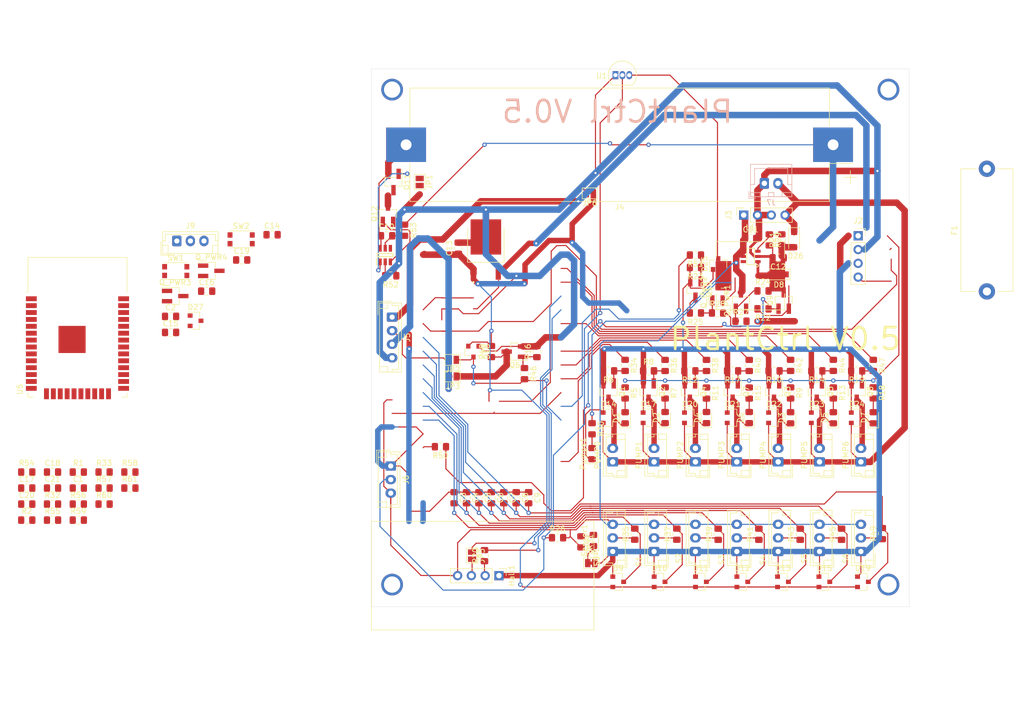
<source format=kicad_pcb>
(kicad_pcb (version 20171130) (host pcbnew 5.1.5+dfsg1-2build2)
  (layers (0 F.Cu signal) (31 B.Cu signal) (34 B.Paste user) (35 F.Paste user) (36 B.SilkS user) (37 F.SilkS user) (38 B.Mask user) (39 F.Mask user) (44 Edge.Cuts user))
  (net 0 "")
  (net 1 PLANT1_PUMP)
  (net 2 PLANT2_PUMP)
  (net 3 PLANT3_PUMP)
  (net 4 PLANT4_PUMP)
  (net 5 PLANT5_PUMP)
  (net 6 PLANT6_PUMP)
  (net 7 GND)
  (net 8 PLANT6_MOIST)
  (net 9 PLANT5_MOIST)
  (net 10 PLANT4_MOIST)
  (net 11 PLANT3_MOIST)
  (net 12 PLANT2_MOIST)
  (net 13 PLANT1_MOIST)
  (net 14 PLANT_CTRL_PUMP_0)
  (net 15 LIPO+)
  (net 16 PUMP_PWR)
  (net 17 PWR_PUMP_CONVERTER)
  (net 18 "Net-(J5-Pad3)")
  (net 19 3_3V)
  (net 20 Temp)
  (net 21 PLANT0_PUMP)
  (net 22 CUSTOM_GPIO)
  (net 23 PWR_SENSORS)
  (net 24 PLANT0_MOIST)
  (net 25 "Net-(C1-Pad2)")
  (net 26 "Net-(C2-Pad2)")
  (net 27 "Net-(R35-Pad1)")
  (net 28 PLANT_CTRL_PUMP_1)
  (net 29 "Net-(R37-Pad1)")
  (net 30 PLANT_CTRL_PUMP_2)
  (net 31 "Net-(R39-Pad1)")
  (net 32 PLANT_CTRL_PUMP_3)
  (net 33 "Net-(R41-Pad1)")
  (net 34 PLANT_CTRL_PUMP_4)
  (net 35 "Net-(R43-Pad1)")
  (net 36 PLANT_CTRL_PUMP_5)
  (net 37 "Net-(R45-Pad1)")
  (net 38 PLANT_CTRL_PUMP_6)
  (net 39 "Net-(R49-Pad1)")
  (net 40 PUMP_ENABLE)
  (net 41 SENSORS_ENABLE)
  (net 42 GND_BATT)
  (net 43 "Net-(C10-Pad2)")
  (net 44 VCC_BATT)
  (net 45 LIPO_OD)
  (net 46 LIPO_OC)
  (net 47 "Net-(D8-Pad2)")
  (net 48 "Net-(D18-Pad3)")
  (net 49 "Net-(Hall1-Pad3)")
  (net 50 "Net-(Hall1-Pad2)")
  (net 51 "Net-(IC1-Pad2)")
  (net 52 "Net-(JP3-Pad1)")
  (net 53 "Net-(JP4-Pad1)")
  (net 54 "Net-(JP5-Pad1)")
  (net 55 "Net-(R20-Pad2)")
  (net 56 "Net-(R21-Pad2)")
  (net 57 "Net-(D1-Pad2)")
  (net 58 "Net-(D2-Pad2)")
  (net 59 "Net-(D3-Pad2)")
  (net 60 "Net-(D4-Pad2)")
  (net 61 "Net-(D5-Pad2)")
  (net 62 "Net-(D6-Pad2)")
  (net 63 "Net-(D7-Pad2)")
  (net 64 "Net-(Pumps1-Pad2)")
  (net 65 "Net-(Q1-Pad1)")
  (net 66 "Net-(Q2-Pad1)")
  (net 67 "Net-(Q3-Pad1)")
  (net 68 "Net-(Q4-Pad1)")
  (net 69 "Net-(Q5-Pad1)")
  (net 70 "Net-(Q6-Pad1)")
  (net 71 "Net-(Q7-Pad1)")
  (net 72 "Net-(Q8-Pad1)")
  (net 73 "Net-(Q9-Pad3)")
  (net 74 "Net-(Q9-Pad1)")
  (net 75 "Net-(Q10-Pad3)")
  (net 76 "Net-(Q10-Pad1)")
  (net 77 "Net-(Q_PWR1-Pad1)")
  (net 78 "Net-(Q_PWR2-Pad1)")
  (net 79 "Net-(R31-Pad1)")
  (net 80 "Net-(J5-Pad2)")
  (net 81 "Net-(C12-Pad1)")
  (net 82 EXT_5V)
  (net 83 IO0)
  (net 84 "Net-(C19-Pad2)")
  (net 85 VCC)
  (net 86 "Net-(D27-Pad3)")
  (net 87 "Net-(F1-Pad1)")
  (net 88 "Net-(J2-Pad4)")
  (net 89 "Net-(J2-Pad2)")
  (net 90 "Net-(C18-Pad2)")
  (net 91 "Net-(C20-Pad2)")
  (net 92 "Net-(C21-Pad2)")
  (net 93 enable_all)
  (net 94 "Net-(Q_PWR3-Pad1)")
  (net 95 SOLAR_IN)
  (net 96 "Net-(Q_PWR4-Pad1)")
  (module Fuse:Fuseholder_Cylinder-5x20mm_Stelvio-Kontek_PTF78_Horizontal_Open (layer F.Cu) (at 283.5656 81.6296 90)
    (fp_text reference F1 (at 11.25 -6 90) (layer F.SilkS))
    (fp_text value Fuse)
    (pad 2 thru_hole circle (at 22.6 0 90) (size 3 3) (drill 1.5) (layers *.Cu *.Mask) (net 44 VCC_BATT))
    (pad 1 thru_hole circle (at 0 0 90) (size 3 3) (drill 1.5) (layers *.Cu *.Mask) (net 87 "Net-(F1-Pad1)"))
  )
  (module misc_footprints:SOT-23-6 (layer F.Cu) (at 240.03 75.184 180)
    (fp_text reference U4 (at 0.076237 -0.079439 180) (layer F.SilkS) (effects (font (size 0.600291 0.600291) (thickness 0.015))))
    (fp_text value SX1308)
    (pad 5 smd rect (at 1.35 0 180) (size 1 0.55) (layers F.Cu F.Paste F.Mask) (net 17 PWR_PUMP_CONVERTER))
    (pad 6 smd rect (at 1.35 -0.95 180) (size 1 0.55) (layers F.Cu F.Paste F.Mask))
    (pad 4 smd rect (at 1.35 0.95 180) (size 1 0.55) (layers F.Cu F.Paste F.Mask) (net 17 PWR_PUMP_CONVERTER))
    (pad 3 smd rect (at -1.35 0.95 180) (size 1 0.55) (layers F.Cu F.Paste F.Mask) (net 56 "Net-(R21-Pad2)"))
    (pad 1 smd rect (at -1.35 -0.95 180) (size 1 0.55) (layers F.Cu F.Paste F.Mask) (net 47 "Net-(D8-Pad2)"))
    (pad 2 smd rect (at -1.35 0 180) (size 1 0.55) (layers F.Cu F.Paste F.Mask) (net 7 GND))
  )
  (module Resistor_SMD:R_0805_2012Metric_Pad1.15x1.40mm_HandSolder (layer F.Cu) (at 125.6796 117.856)
    (fp_text reference R61 (at 0 -1.65) (layer F.SilkS))
    (fp_text value 10k)
    (pad 2 smd roundrect (at 1.025 0) (size 1.15 1.4) (layers F.Cu F.Paste F.Mask) (roundrect_rratio 0.217391) (net 88 "Net-(J2-Pad4)"))
    (pad 1 smd roundrect (at -1.025 0) (size 1.15 1.4) (layers F.Cu F.Paste F.Mask) (roundrect_rratio 0.217391) (net 96 "Net-(Q_PWR4-Pad1)"))
  )
  (module Resistor_SMD:R_0805_2012Metric_Pad1.15x1.40mm_HandSolder (layer F.Cu) (at 120.9296 120.806)
    (fp_text reference R60 (at 0 -1.65) (layer F.SilkS))
    (fp_text value 10k)
    (pad 2 smd roundrect (at 1.025 0) (size 1.15 1.4) (layers F.Cu F.Paste F.Mask) (roundrect_rratio 0.217391) (net 93 enable_all))
    (pad 1 smd roundrect (at -1.025 0) (size 1.15 1.4) (layers F.Cu F.Paste F.Mask) (roundrect_rratio 0.217391) (net 96 "Net-(Q_PWR4-Pad1)"))
  )
  (module Resistor_SMD:R_0805_2012Metric_Pad1.15x1.40mm_HandSolder (layer F.Cu) (at 116.1796 123.756)
    (fp_text reference R59 (at 0 -1.65) (layer F.SilkS))
    (fp_text value 10k)
    (pad 2 smd roundrect (at 1.025 0) (size 1.15 1.4) (layers F.Cu F.Paste F.Mask) (roundrect_rratio 0.217391) (net 87 "Net-(F1-Pad1)"))
    (pad 1 smd roundrect (at -1.025 0) (size 1.15 1.4) (layers F.Cu F.Paste F.Mask) (roundrect_rratio 0.217391) (net 94 "Net-(Q_PWR3-Pad1)"))
  )
  (module Resistor_SMD:R_0805_2012Metric_Pad1.15x1.40mm_HandSolder (layer F.Cu) (at 125.6796 114.906)
    (fp_text reference R58 (at 0 -1.65) (layer F.SilkS))
    (fp_text value 10k)
    (pad 2 smd roundrect (at 1.025 0) (size 1.15 1.4) (layers F.Cu F.Paste F.Mask) (roundrect_rratio 0.217391) (net 93 enable_all))
    (pad 1 smd roundrect (at -1.025 0) (size 1.15 1.4) (layers F.Cu F.Paste F.Mask) (roundrect_rratio 0.217391) (net 94 "Net-(Q_PWR3-Pad1)"))
  )
  (module Resistor_SMD:R_0805_2012Metric_Pad1.15x1.40mm_HandSolder (layer F.Cu) (at 120.9296 117.856)
    (fp_text reference R57 (at 0 -1.65) (layer F.SilkS))
    (fp_text value 33k)
    (pad 2 smd roundrect (at 1.025 0) (size 1.15 1.4) (layers F.Cu F.Paste F.Mask) (roundrect_rratio 0.217391) (net 92 "Net-(C21-Pad2)"))
    (pad 1 smd roundrect (at -1.025 0) (size 1.15 1.4) (layers F.Cu F.Paste F.Mask) (roundrect_rratio 0.217391) (net 85 VCC))
  )
  (module Resistor_SMD:R_0805_2012Metric_Pad1.15x1.40mm_HandSolder (layer F.Cu) (at 116.1796 120.806)
    (fp_text reference R56 (at 0 -1.65) (layer F.SilkS))
    (fp_text value 47k)
    (pad 2 smd roundrect (at 1.025 0) (size 1.15 1.4) (layers F.Cu F.Paste F.Mask) (roundrect_rratio 0.217391) (net 7 GND))
    (pad 1 smd roundrect (at -1.025 0) (size 1.15 1.4) (layers F.Cu F.Paste F.Mask) (roundrect_rratio 0.217391) (net 92 "Net-(C21-Pad2)"))
  )
  (module Resistor_SMD:R_0805_2012Metric_Pad1.15x1.40mm_HandSolder (layer F.Cu) (at 111.4296 123.756)
    (fp_text reference R55 (at 0 -1.65) (layer F.SilkS))
    (fp_text value 100k)
    (pad 2 smd roundrect (at 1.025 0) (size 1.15 1.4) (layers F.Cu F.Paste F.Mask) (roundrect_rratio 0.217391) (net 91 "Net-(C20-Pad2)"))
    (pad 1 smd roundrect (at -1.025 0) (size 1.15 1.4) (layers F.Cu F.Paste F.Mask) (roundrect_rratio 0.217391) (net 95 SOLAR_IN))
  )
  (module Resistor_SMD:R_0805_2012Metric_Pad1.15x1.40mm_HandSolder (layer F.Cu) (at 106.6796 114.906)
    (fp_text reference R54 (at 0 -1.65) (layer F.SilkS))
    (fp_text value 33k)
    (pad 2 smd roundrect (at 1.025 0) (size 1.15 1.4) (layers F.Cu F.Paste F.Mask) (roundrect_rratio 0.217391) (net 7 GND))
    (pad 1 smd roundrect (at -1.025 0) (size 1.15 1.4) (layers F.Cu F.Paste F.Mask) (roundrect_rratio 0.217391) (net 91 "Net-(C20-Pad2)"))
  )
  (module Resistor_SMD:R_0805_2012Metric_Pad1.15x1.40mm_HandSolder (layer F.Cu) (at 176.276 70.358 270)
    (fp_text reference R53 (at 0 -1.65 90) (layer F.SilkS))
    (fp_text value 100)
    (pad 2 smd roundrect (at 1.025 0 270) (size 1.15 1.4) (layers F.Cu F.Paste F.Mask) (roundrect_rratio 0.217391) (net 43 "Net-(C10-Pad2)"))
    (pad 1 smd roundrect (at -1.025 0 270) (size 1.15 1.4) (layers F.Cu F.Paste F.Mask) (roundrect_rratio 0.217391) (net 44 VCC_BATT))
  )
  (module Resistor_SMD:R_0805_2012Metric_Pad1.15x1.40mm_HandSolder (layer F.Cu) (at 173.736 78.74 180)
    (fp_text reference R52 (at 0 -1.65) (layer F.SilkS))
    (fp_text value 1k)
    (pad 2 smd roundrect (at 1.025 0 180) (size 1.15 1.4) (layers F.Cu F.Paste F.Mask) (roundrect_rratio 0.217391) (net 51 "Net-(IC1-Pad2)"))
    (pad 1 smd roundrect (at -1.025 0 180) (size 1.15 1.4) (layers F.Cu F.Paste F.Mask) (roundrect_rratio 0.217391) (net 7 GND))
  )
  (module Resistor_SMD:R_0805_2012Metric_Pad1.15x1.40mm_HandSolder (layer F.Cu) (at 229.87 74.93 180)
    (fp_text reference R51 (at 0 -1.65) (layer F.SilkS))
    (fp_text value 1k)
    (pad 2 smd roundrect (at 1.025 0 180) (size 1.15 1.4) (layers F.Cu F.Paste F.Mask) (roundrect_rratio 0.217391) (net 41 SENSORS_ENABLE))
    (pad 1 smd roundrect (at -1.025 0 180) (size 1.15 1.4) (layers F.Cu F.Paste F.Mask) (roundrect_rratio 0.217391) (net 76 "Net-(Q10-Pad1)"))
  )
  (module Resistor_SMD:R_0805_2012Metric_Pad1.15x1.40mm_HandSolder (layer F.Cu) (at 182.896 110.236 180)
    (fp_text reference R50 (at 0 -1.65) (layer F.SilkS))
    (fp_text value 1k)
    (pad 2 smd roundrect (at 1.025 0 180) (size 1.15 1.4) (layers F.Cu F.Paste F.Mask) (roundrect_rratio 0.217391) (net 40 PUMP_ENABLE))
    (pad 1 smd roundrect (at -1.025 0 180) (size 1.15 1.4) (layers F.Cu F.Paste F.Mask) (roundrect_rratio 0.217391) (net 74 "Net-(Q9-Pad1)"))
  )
  (module Resistor_SMD:R_0805_2012Metric_Pad1.15x1.40mm_HandSolder (layer F.Cu) (at 264.287 126.238 90)
    (fp_text reference R49 (at 0 -1.65 90) (layer F.SilkS))
    (fp_text value 1k)
    (pad 2 smd roundrect (at 1.025 0 90) (size 1.15 1.4) (layers F.Cu F.Paste F.Mask) (roundrect_rratio 0.217391) (net 8 PLANT6_MOIST))
    (pad 1 smd roundrect (at -1.025 0 90) (size 1.15 1.4) (layers F.Cu F.Paste F.Mask) (roundrect_rratio 0.217391) (net 39 "Net-(R49-Pad1)"))
  )
  (module Resistor_SMD:R_0805_2012Metric_Pad1.15x1.40mm_HandSolder (layer F.Cu) (at 192.278 92.71 90)
    (fp_text reference R48 (at 0 -1.65 90) (layer F.SilkS))
    (fp_text value 10k)
    (pad 2 smd roundrect (at 1.025 0 90) (size 1.15 1.4) (layers F.Cu F.Paste F.Mask) (roundrect_rratio 0.217391) (net 19 3_3V))
    (pad 1 smd roundrect (at -1.025 0 90) (size 1.15 1.4) (layers F.Cu F.Paste F.Mask) (roundrect_rratio 0.217391) (net 52 "Net-(JP3-Pad1)"))
  )
  (module Resistor_SMD:R_0805_2012Metric_Pad1.15x1.40mm_HandSolder (layer F.Cu) (at 262.636 95.25 270)
    (fp_text reference R47 (at 0 -1.65 90) (layer F.SilkS))
    (fp_text value 1k)
    (pad 2 smd roundrect (at 1.025 0 270) (size 1.15 1.4) (layers F.Cu F.Paste F.Mask) (roundrect_rratio 0.217391) (net 72 "Net-(Q8-Pad1)"))
    (pad 1 smd roundrect (at -1.025 0 270) (size 1.15 1.4) (layers F.Cu F.Paste F.Mask) (roundrect_rratio 0.217391) (net 38 PLANT_CTRL_PUMP_6))
  )
  (module Resistor_SMD:R_0805_2012Metric_Pad1.15x1.40mm_HandSolder (layer F.Cu) (at 198.374 96.774 270)
    (fp_text reference R46 (at 0 -1.65 90) (layer F.SilkS))
    (fp_text value 1k)
    (pad 2 smd roundrect (at 1.025 0 270) (size 1.15 1.4) (layers F.Cu F.Paste F.Mask) (roundrect_rratio 0.217391) (net 22 CUSTOM_GPIO))
    (pad 1 smd roundrect (at -1.025 0 270) (size 1.15 1.4) (layers F.Cu F.Paste F.Mask) (roundrect_rratio 0.217391) (net 70 "Net-(Q6-Pad1)"))
  )
  (module Resistor_SMD:R_0805_2012Metric_Pad1.15x1.40mm_HandSolder (layer F.Cu) (at 256.794 126.365 90)
    (fp_text reference R45 (at 0 -1.65 90) (layer F.SilkS))
    (fp_text value 1k)
    (pad 2 smd roundrect (at 1.025 0 90) (size 1.15 1.4) (layers F.Cu F.Paste F.Mask) (roundrect_rratio 0.217391) (net 9 PLANT5_MOIST))
    (pad 1 smd roundrect (at -1.025 0 90) (size 1.15 1.4) (layers F.Cu F.Paste F.Mask) (roundrect_rratio 0.217391) (net 37 "Net-(R45-Pad1)"))
  )
  (module Resistor_SMD:R_0805_2012Metric_Pad1.15x1.40mm_HandSolder (layer F.Cu) (at 255.27 95.25 270)
    (fp_text reference R44 (at 0 -1.65 90) (layer F.SilkS))
    (fp_text value 1k)
    (pad 2 smd roundrect (at 1.025 0 270) (size 1.15 1.4) (layers F.Cu F.Paste F.Mask) (roundrect_rratio 0.217391) (net 69 "Net-(Q5-Pad1)"))
    (pad 1 smd roundrect (at -1.025 0 270) (size 1.15 1.4) (layers F.Cu F.Paste F.Mask) (roundrect_rratio 0.217391) (net 36 PLANT_CTRL_PUMP_5))
  )
  (module Resistor_SMD:R_0805_2012Metric_Pad1.15x1.40mm_HandSolder (layer F.Cu) (at 249.174 126.365 90)
    (fp_text reference R43 (at 0 -1.65 90) (layer F.SilkS))
    (fp_text value 1k)
    (pad 2 smd roundrect (at 1.025 0 90) (size 1.15 1.4) (layers F.Cu F.Paste F.Mask) (roundrect_rratio 0.217391) (net 10 PLANT4_MOIST))
    (pad 1 smd roundrect (at -1.025 0 90) (size 1.15 1.4) (layers F.Cu F.Paste F.Mask) (roundrect_rratio 0.217391) (net 35 "Net-(R43-Pad1)"))
  )
  (module Resistor_SMD:R_0805_2012Metric_Pad1.15x1.40mm_HandSolder (layer F.Cu) (at 247.396 95.25 270)
    (fp_text reference R42 (at 0 -1.65 90) (layer F.SilkS))
    (fp_text value 1k)
    (pad 2 smd roundrect (at 1.025 0 270) (size 1.15 1.4) (layers F.Cu F.Paste F.Mask) (roundrect_rratio 0.217391) (net 67 "Net-(Q3-Pad1)"))
    (pad 1 smd roundrect (at -1.025 0 270) (size 1.15 1.4) (layers F.Cu F.Paste F.Mask) (roundrect_rratio 0.217391) (net 34 PLANT_CTRL_PUMP_4))
  )
  (module Resistor_SMD:R_0805_2012Metric_Pad1.15x1.40mm_HandSolder (layer F.Cu) (at 241.554 126.365 90)
    (fp_text reference R41 (at 0 -1.65 90) (layer F.SilkS))
    (fp_text value 1k)
    (pad 2 smd roundrect (at 1.025 0 90) (size 1.15 1.4) (layers F.Cu F.Paste F.Mask) (roundrect_rratio 0.217391) (net 11 PLANT3_MOIST))
    (pad 1 smd roundrect (at -1.025 0 90) (size 1.15 1.4) (layers F.Cu F.Paste F.Mask) (roundrect_rratio 0.217391) (net 33 "Net-(R41-Pad1)"))
  )
  (module Resistor_SMD:R_0805_2012Metric_Pad1.15x1.40mm_HandSolder (layer F.Cu) (at 239.776 95.266 270)
    (fp_text reference R40 (at 0 -1.65 90) (layer F.SilkS))
    (fp_text value 1k)
    (pad 2 smd roundrect (at 1.025 0 270) (size 1.15 1.4) (layers F.Cu F.Paste F.Mask) (roundrect_rratio 0.217391) (net 71 "Net-(Q7-Pad1)"))
    (pad 1 smd roundrect (at -1.025 0 270) (size 1.15 1.4) (layers F.Cu F.Paste F.Mask) (roundrect_rratio 0.217391) (net 32 PLANT_CTRL_PUMP_3))
  )
  (module Resistor_SMD:R_0805_2012Metric_Pad1.15x1.40mm_HandSolder (layer F.Cu) (at 234.061 126.365 90)
    (fp_text reference R39 (at 0 -1.65 90) (layer F.SilkS))
    (fp_text value 1k)
    (pad 2 smd roundrect (at 1.025 0 90) (size 1.15 1.4) (layers F.Cu F.Paste F.Mask) (roundrect_rratio 0.217391) (net 12 PLANT2_MOIST))
    (pad 1 smd roundrect (at -1.025 0 90) (size 1.15 1.4) (layers F.Cu F.Paste F.Mask) (roundrect_rratio 0.217391) (net 31 "Net-(R39-Pad1)"))
  )
  (module Resistor_SMD:R_0805_2012Metric_Pad1.15x1.40mm_HandSolder (layer F.Cu) (at 231.902 95.266 270)
    (fp_text reference R38 (at 0 -1.65 90) (layer F.SilkS))
    (fp_text value 1k)
    (pad 2 smd roundrect (at 1.025 0 270) (size 1.15 1.4) (layers F.Cu F.Paste F.Mask) (roundrect_rratio 0.217391) (net 68 "Net-(Q4-Pad1)"))
    (pad 1 smd roundrect (at -1.025 0 270) (size 1.15 1.4) (layers F.Cu F.Paste F.Mask) (roundrect_rratio 0.217391) (net 30 PLANT_CTRL_PUMP_2))
  )
  (module Resistor_SMD:R_0805_2012Metric_Pad1.15x1.40mm_HandSolder (layer F.Cu) (at 226.441 126.349 90)
    (fp_text reference R37 (at 0 -1.65 90) (layer F.SilkS))
    (fp_text value 10k)
    (pad 2 smd roundrect (at 1.025 0 90) (size 1.15 1.4) (layers F.Cu F.Paste F.Mask) (roundrect_rratio 0.217391) (net 13 PLANT1_MOIST))
    (pad 1 smd roundrect (at -1.025 0 90) (size 1.15 1.4) (layers F.Cu F.Paste F.Mask) (roundrect_rratio 0.217391) (net 29 "Net-(R37-Pad1)"))
  )
  (module Resistor_SMD:R_0805_2012Metric_Pad1.15x1.40mm_HandSolder (layer F.Cu) (at 224.282 95.266 270)
    (fp_text reference R36 (at 0 -1.65 90) (layer F.SilkS))
    (fp_text value 1k)
    (pad 2 smd roundrect (at 1.025 0 270) (size 1.15 1.4) (layers F.Cu F.Paste F.Mask) (roundrect_rratio 0.217391) (net 66 "Net-(Q2-Pad1)"))
    (pad 1 smd roundrect (at -1.025 0 270) (size 1.15 1.4) (layers F.Cu F.Paste F.Mask) (roundrect_rratio 0.217391) (net 28 PLANT_CTRL_PUMP_1))
  )
  (module Resistor_SMD:R_0805_2012Metric_Pad1.15x1.40mm_HandSolder (layer F.Cu) (at 218.694 126.349 90)
    (fp_text reference R35 (at 0 -1.65 90) (layer F.SilkS))
    (fp_text value 10k)
    (pad 2 smd roundrect (at 1.025 0 90) (size 1.15 1.4) (layers F.Cu F.Paste F.Mask) (roundrect_rratio 0.217391) (net 24 PLANT0_MOIST))
    (pad 1 smd roundrect (at -1.025 0 90) (size 1.15 1.4) (layers F.Cu F.Paste F.Mask) (roundrect_rratio 0.217391) (net 27 "Net-(R35-Pad1)"))
  )
  (module Resistor_SMD:R_0805_2012Metric_Pad1.15x1.40mm_HandSolder (layer F.Cu) (at 216.916 95.25 270)
    (fp_text reference R34 (at 0 -1.65 90) (layer F.SilkS))
    (fp_text value 1k)
    (pad 2 smd roundrect (at 1.025 0 270) (size 1.15 1.4) (layers F.Cu F.Paste F.Mask) (roundrect_rratio 0.217391) (net 65 "Net-(Q1-Pad1)"))
    (pad 1 smd roundrect (at -1.025 0 270) (size 1.15 1.4) (layers F.Cu F.Paste F.Mask) (roundrect_rratio 0.217391) (net 14 PLANT_CTRL_PUMP_0))
  )
  (module Resistor_SMD:R_0805_2012Metric_Pad1.15x1.40mm_HandSolder (layer F.Cu) (at 120.9296 114.906)
    (fp_text reference R33 (at 0 -1.65) (layer F.SilkS))
    (fp_text value 10k)
    (pad 2 smd roundrect (at 1.025 0) (size 1.15 1.4) (layers F.Cu F.Paste F.Mask) (roundrect_rratio 0.217391) (net 19 3_3V))
    (pad 1 smd roundrect (at -1.025 0) (size 1.15 1.4) (layers F.Cu F.Paste F.Mask) (roundrect_rratio 0.217391) (net 84 "Net-(C19-Pad2)"))
  )
  (module Resistor_SMD:R_0805_2012Metric_Pad1.15x1.40mm_HandSolder (layer F.Cu) (at 111.4296 120.806)
    (fp_text reference R32 (at 0 -1.65) (layer F.SilkS))
    (fp_text value 10k)
    (pad 2 smd roundrect (at 1.025 0) (size 1.15 1.4) (layers F.Cu F.Paste F.Mask) (roundrect_rratio 0.217391) (net 90 "Net-(C18-Pad2)"))
    (pad 1 smd roundrect (at -1.025 0) (size 1.15 1.4) (layers F.Cu F.Paste F.Mask) (roundrect_rratio 0.217391) (net 84 "Net-(C19-Pad2)"))
  )
  (module Resistor_SMD:R_0805_2012Metric_Pad1.15x1.40mm_HandSolder (layer F.Cu) (at 208.788 127.762 270)
    (fp_text reference R31 (at 0 -1.65 90) (layer F.SilkS))
    (fp_text value 270)
    (pad 2 smd roundrect (at 1.025 0 270) (size 1.15 1.4) (layers F.Cu F.Paste F.Mask) (roundrect_rratio 0.217391) (net 23 PWR_SENSORS))
    (pad 1 smd roundrect (at -1.025 0 270) (size 1.15 1.4) (layers F.Cu F.Paste F.Mask) (roundrect_rratio 0.217391) (net 79 "Net-(R31-Pad1)"))
  )
  (module Resistor_SMD:R_0805_2012Metric_Pad1.15x1.40mm_HandSolder (layer F.Cu) (at 210.82 106.934 270)
    (fp_text reference R30 (at 0 -1.65 90) (layer F.SilkS))
    (fp_text value 270)
    (pad 2 smd roundrect (at 1.025 0 270) (size 1.15 1.4) (layers F.Cu F.Paste F.Mask) (roundrect_rratio 0.217391) (net 64 "Net-(Pumps1-Pad2)"))
    (pad 1 smd roundrect (at -1.025 0 270) (size 1.15 1.4) (layers F.Cu F.Paste F.Mask) (roundrect_rratio 0.217391) (net 17 PWR_PUMP_CONVERTER))
  )
  (module Resistor_SMD:R_0805_2012Metric_Pad1.15x1.40mm_HandSolder (layer F.Cu) (at 243.4844 72.136 270)
    (fp_text reference R29 (at 0 -1.65 90) (layer F.SilkS))
    (fp_text value 1k)
    (pad 2 smd roundrect (at 1.025 0 270) (size 1.15 1.4) (layers F.Cu F.Paste F.Mask) (roundrect_rratio 0.217391) (net 7 GND))
    (pad 1 smd roundrect (at -1.025 0 270) (size 1.15 1.4) (layers F.Cu F.Paste F.Mask) (roundrect_rratio 0.217391) (net 56 "Net-(R21-Pad2)"))
  )
  (module Resistor_SMD:R_0805_2012Metric_Pad1.15x1.40mm_HandSolder (layer F.Cu) (at 233.934 85.598)
    (fp_text reference R28 (at 0 -1.65) (layer F.SilkS))
    (fp_text value 10k)
    (pad 2 smd roundrect (at 1.025 0) (size 1.15 1.4) (layers F.Cu F.Paste F.Mask) (roundrect_rratio 0.217391) (net 85 VCC))
    (pad 1 smd roundrect (at -1.025 0) (size 1.15 1.4) (layers F.Cu F.Paste F.Mask) (roundrect_rratio 0.217391) (net 78 "Net-(Q_PWR2-Pad1)"))
  )
  (module Resistor_SMD:R_0805_2012Metric_Pad1.15x1.40mm_HandSolder (layer F.Cu) (at 238.252 87.122)
    (fp_text reference R27 (at 0 -1.65) (layer F.SilkS))
    (fp_text value 10k)
    (pad 2 smd roundrect (at 1.025 0) (size 1.15 1.4) (layers F.Cu F.Paste F.Mask) (roundrect_rratio 0.217391) (net 85 VCC))
    (pad 1 smd roundrect (at -1.025 0) (size 1.15 1.4) (layers F.Cu F.Paste F.Mask) (roundrect_rratio 0.217391) (net 77 "Net-(Q_PWR1-Pad1)"))
  )
  (module Resistor_SMD:R_0805_2012Metric_Pad1.15x1.40mm_HandSolder (layer F.Cu) (at 204.47 127)
    (fp_text reference R26 (at 0 -1.65) (layer F.SilkS))
    (fp_text value 4k7)
    (pad 2 smd roundrect (at 1.025 0) (size 1.15 1.4) (layers F.Cu F.Paste F.Mask) (roundrect_rratio 0.217391) (net 23 PWR_SENSORS))
    (pad 1 smd roundrect (at -1.025 0) (size 1.15 1.4) (layers F.Cu F.Paste F.Mask) (roundrect_rratio 0.217391) (net 20 Temp))
  )
  (module Resistor_SMD:R_0805_2012Metric_Pad1.15x1.40mm_HandSolder (layer F.Cu) (at 229.87 85.598 180)
    (fp_text reference R25 (at 0 -1.65) (layer F.SilkS))
    (fp_text value 10k)
    (pad 2 smd roundrect (at 1.025 0 180) (size 1.15 1.4) (layers F.Cu F.Paste F.Mask) (roundrect_rratio 0.217391) (net 75 "Net-(Q10-Pad3)"))
    (pad 1 smd roundrect (at -1.025 0 180) (size 1.15 1.4) (layers F.Cu F.Paste F.Mask) (roundrect_rratio 0.217391) (net 78 "Net-(Q_PWR2-Pad1)"))
  )
  (module Resistor_SMD:R_0805_2012Metric_Pad1.15x1.40mm_HandSolder (layer F.Cu) (at 242.316 81.534)
    (fp_text reference R24 (at 0 -1.65) (layer F.SilkS))
    (fp_text value 10k)
    (pad 2 smd roundrect (at 1.025 0) (size 1.15 1.4) (layers F.Cu F.Paste F.Mask) (roundrect_rratio 0.217391) (net 73 "Net-(Q9-Pad3)"))
    (pad 1 smd roundrect (at -1.025 0) (size 1.15 1.4) (layers F.Cu F.Paste F.Mask) (roundrect_rratio 0.217391) (net 77 "Net-(Q_PWR1-Pad1)"))
  )
  (module Resistor_SMD:R_0805_2012Metric_Pad1.15x1.40mm_HandSolder (layer F.Cu) (at 229.87 77.216 180)
    (fp_text reference R23 (at 0 -1.65) (layer F.SilkS))
    (fp_text value 10k)
    (pad 2 smd roundrect (at 1.025 0 180) (size 1.15 1.4) (layers F.Cu F.Paste F.Mask) (roundrect_rratio 0.217391) (net 7 GND))
    (pad 1 smd roundrect (at -1.025 0 180) (size 1.15 1.4) (layers F.Cu F.Paste F.Mask) (roundrect_rratio 0.217391) (net 76 "Net-(Q10-Pad1)"))
  )
  (module Resistor_SMD:R_0805_2012Metric_Pad1.15x1.40mm_HandSolder (layer F.Cu) (at 242.316 84.836 180)
    (fp_text reference R22 (at 0 -1.65) (layer F.SilkS))
    (fp_text value 10k)
    (pad 2 smd roundrect (at 1.025 0 180) (size 1.15 1.4) (layers F.Cu F.Paste F.Mask) (roundrect_rratio 0.217391) (net 7 GND))
    (pad 1 smd roundrect (at -1.025 0 180) (size 1.15 1.4) (layers F.Cu F.Paste F.Mask) (roundrect_rratio 0.217391) (net 74 "Net-(Q9-Pad1)"))
  )
  (module Resistor_SMD:R_0805_2012Metric_Pad1.15x1.40mm_HandSolder (layer F.Cu) (at 245.7704 72.136 90)
    (fp_text reference R21 (at 0 -1.65 90) (layer F.SilkS))
    (fp_text value 19k-19.5K)
    (pad 2 smd roundrect (at 1.025 0 90) (size 1.15 1.4) (layers F.Cu F.Paste F.Mask) (roundrect_rratio 0.217391) (net 56 "Net-(R21-Pad2)"))
    (pad 1 smd roundrect (at -1.025 0 90) (size 1.15 1.4) (layers F.Cu F.Paste F.Mask) (roundrect_rratio 0.217391) (net 81 "Net-(C12-Pad1)"))
  )
  (module Resistor_SMD:R_0805_2012Metric_Pad1.15x1.40mm_HandSolder (layer F.Cu) (at 191.008 130.302 90)
    (fp_text reference R20 (at 0 -1.65 90) (layer F.SilkS))
    (fp_text value 10k)
    (pad 2 smd roundrect (at 1.025 0 90) (size 1.15 1.4) (layers F.Cu F.Paste F.Mask) (roundrect_rratio 0.217391) (net 55 "Net-(R20-Pad2)"))
    (pad 1 smd roundrect (at -1.025 0 90) (size 1.15 1.4) (layers F.Cu F.Paste F.Mask) (roundrect_rratio 0.217391) (net 50 "Net-(Hall1-Pad2)"))
  )
  (module Resistor_SMD:R_0805_2012Metric_Pad1.15x1.40mm_HandSolder (layer F.Cu) (at 259.572 96.266 180)
    (fp_text reference R19 (at 0 -1.65) (layer F.SilkS))
    (fp_text value 10k)
    (pad 2 smd roundrect (at 1.025 0 180) (size 1.15 1.4) (layers F.Cu F.Paste F.Mask) (roundrect_rratio 0.217391) (net 7 GND))
    (pad 1 smd roundrect (at -1.025 0 180) (size 1.15 1.4) (layers F.Cu F.Paste F.Mask) (roundrect_rratio 0.217391) (net 72 "Net-(Q8-Pad1)"))
  )
  (module Resistor_SMD:R_0805_2012Metric_Pad1.15x1.40mm_HandSolder (layer F.Cu) (at 262.636 100.314 270)
    (fp_text reference R18 (at 0 -1.65 90) (layer F.SilkS))
    (fp_text value 270)
    (pad 2 smd roundrect (at 1.025 0 270) (size 1.15 1.4) (layers F.Cu F.Paste F.Mask) (roundrect_rratio 0.217391) (net 63 "Net-(D7-Pad2)"))
    (pad 1 smd roundrect (at -1.025 0 270) (size 1.15 1.4) (layers F.Cu F.Paste F.Mask) (roundrect_rratio 0.217391) (net 85 VCC))
  )
  (module Resistor_SMD:R_0805_2012Metric_Pad1.15x1.40mm_HandSolder (layer F.Cu) (at 236.712 96.266 180)
    (fp_text reference R17 (at 0 -1.65) (layer F.SilkS))
    (fp_text value 47k)
    (pad 2 smd roundrect (at 1.025 0 180) (size 1.15 1.4) (layers F.Cu F.Paste F.Mask) (roundrect_rratio 0.217391) (net 7 GND))
    (pad 1 smd roundrect (at -1.025 0 180) (size 1.15 1.4) (layers F.Cu F.Paste F.Mask) (roundrect_rratio 0.217391) (net 71 "Net-(Q7-Pad1)"))
  )
  (module Resistor_SMD:R_0805_2012Metric_Pad1.15x1.40mm_HandSolder (layer F.Cu) (at 200.66 92.71 90)
    (fp_text reference R16 (at 0 -1.65 90) (layer F.SilkS))
    (fp_text value 10k)
    (pad 2 smd roundrect (at 1.025 0 90) (size 1.15 1.4) (layers F.Cu F.Paste F.Mask) (roundrect_rratio 0.217391) (net 7 GND))
    (pad 1 smd roundrect (at -1.025 0 90) (size 1.15 1.4) (layers F.Cu F.Paste F.Mask) (roundrect_rratio 0.217391) (net 70 "Net-(Q6-Pad1)"))
  )
  (module Resistor_SMD:R_0805_2012Metric_Pad1.15x1.40mm_HandSolder (layer F.Cu) (at 239.776 100.346 270)
    (fp_text reference R15 (at 0 -1.65 90) (layer F.SilkS))
    (fp_text value 270)
    (pad 2 smd roundrect (at 1.025 0 270) (size 1.15 1.4) (layers F.Cu F.Paste F.Mask) (roundrect_rratio 0.217391) (net 62 "Net-(D6-Pad2)"))
    (pad 1 smd roundrect (at -1.025 0 270) (size 1.15 1.4) (layers F.Cu F.Paste F.Mask) (roundrect_rratio 0.217391) (net 85 VCC))
  )
  (module Resistor_SMD:R_0805_2012Metric_Pad1.15x1.40mm_HandSolder (layer F.Cu) (at 252.222 96.266 180)
    (fp_text reference R14 (at 0 -1.65) (layer F.SilkS))
    (fp_text value 10k)
    (pad 2 smd roundrect (at 1.025 0 180) (size 1.15 1.4) (layers F.Cu F.Paste F.Mask) (roundrect_rratio 0.217391) (net 7 GND))
    (pad 1 smd roundrect (at -1.025 0 180) (size 1.15 1.4) (layers F.Cu F.Paste F.Mask) (roundrect_rratio 0.217391) (net 69 "Net-(Q5-Pad1)"))
  )
  (module Resistor_SMD:R_0805_2012Metric_Pad1.15x1.40mm_HandSolder (layer F.Cu) (at 255.27 100.33 270)
    (fp_text reference R13 (at 0 -1.65 90) (layer F.SilkS))
    (fp_text value 270)
    (pad 2 smd roundrect (at 1.025 0 270) (size 1.15 1.4) (layers F.Cu F.Paste F.Mask) (roundrect_rratio 0.217391) (net 61 "Net-(D5-Pad2)"))
    (pad 1 smd roundrect (at -1.025 0 270) (size 1.15 1.4) (layers F.Cu F.Paste F.Mask) (roundrect_rratio 0.217391) (net 85 VCC))
  )
  (module Resistor_SMD:R_0805_2012Metric_Pad1.15x1.40mm_HandSolder (layer F.Cu) (at 228.838 96.266 180)
    (fp_text reference R12 (at 0 -1.65) (layer F.SilkS))
    (fp_text value 10k)
    (pad 2 smd roundrect (at 1.025 0 180) (size 1.15 1.4) (layers F.Cu F.Paste F.Mask) (roundrect_rratio 0.217391) (net 7 GND))
    (pad 1 smd roundrect (at -1.025 0 180) (size 1.15 1.4) (layers F.Cu F.Paste F.Mask) (roundrect_rratio 0.217391) (net 68 "Net-(Q4-Pad1)"))
  )
  (module Resistor_SMD:R_0805_2012Metric_Pad1.15x1.40mm_HandSolder (layer F.Cu) (at 231.902 100.346 270)
    (fp_text reference R11 (at 0 -1.65 90) (layer F.SilkS))
    (fp_text value 270)
    (pad 2 smd roundrect (at 1.025 0 270) (size 1.15 1.4) (layers F.Cu F.Paste F.Mask) (roundrect_rratio 0.217391) (net 60 "Net-(D4-Pad2)"))
    (pad 1 smd roundrect (at -1.025 0 270) (size 1.15 1.4) (layers F.Cu F.Paste F.Mask) (roundrect_rratio 0.217391) (net 85 VCC))
  )
  (module Resistor_SMD:R_0805_2012Metric_Pad1.15x1.40mm_HandSolder (layer F.Cu) (at 244.348 96.266 180)
    (fp_text reference R10 (at 0 -1.65) (layer F.SilkS))
    (fp_text value 47k)
    (pad 2 smd roundrect (at 1.025 0 180) (size 1.15 1.4) (layers F.Cu F.Paste F.Mask) (roundrect_rratio 0.217391) (net 7 GND))
    (pad 1 smd roundrect (at -1.025 0 180) (size 1.15 1.4) (layers F.Cu F.Paste F.Mask) (roundrect_rratio 0.217391) (net 67 "Net-(Q3-Pad1)"))
  )
  (module Resistor_SMD:R_0805_2012Metric_Pad1.15x1.40mm_HandSolder (layer F.Cu) (at 247.396 100.33 270)
    (fp_text reference R9 (at 0 -1.65 90) (layer F.SilkS))
    (fp_text value 270)
    (pad 2 smd roundrect (at 1.025 0 270) (size 1.15 1.4) (layers F.Cu F.Paste F.Mask) (roundrect_rratio 0.217391) (net 59 "Net-(D3-Pad2)"))
    (pad 1 smd roundrect (at -1.025 0 270) (size 1.15 1.4) (layers F.Cu F.Paste F.Mask) (roundrect_rratio 0.217391) (net 85 VCC))
  )
  (module Resistor_SMD:R_0805_2012Metric_Pad1.15x1.40mm_HandSolder (layer F.Cu) (at 224.282 100.33 270)
    (fp_text reference R7 (at 0 -1.65 90) (layer F.SilkS))
    (fp_text value 270)
    (pad 2 smd roundrect (at 1.025 0 270) (size 1.15 1.4) (layers F.Cu F.Paste F.Mask) (roundrect_rratio 0.217391) (net 58 "Net-(D2-Pad2)"))
    (pad 1 smd roundrect (at -1.025 0 270) (size 1.15 1.4) (layers F.Cu F.Paste F.Mask) (roundrect_rratio 0.217391) (net 85 VCC))
  )
  (module Resistor_SMD:R_0805_2012Metric_Pad1.15x1.40mm_HandSolder (layer F.Cu) (at 213.868 96.266 180)
    (fp_text reference R6 (at 0 -1.65) (layer F.SilkS))
    (fp_text value 10k)
    (pad 2 smd roundrect (at 1.025 0 180) (size 1.15 1.4) (layers F.Cu F.Paste F.Mask) (roundrect_rratio 0.217391) (net 7 GND))
    (pad 1 smd roundrect (at -1.025 0 180) (size 1.15 1.4) (layers F.Cu F.Paste F.Mask) (roundrect_rratio 0.217391) (net 65 "Net-(Q1-Pad1)"))
  )
  (module Resistor_SMD:R_0805_2012Metric_Pad1.15x1.40mm_HandSolder (layer F.Cu) (at 216.916 100.33 270)
    (fp_text reference R5 (at 0 -1.65 90) (layer F.SilkS))
    (fp_text value 270)
    (pad 2 smd roundrect (at 1.025 0 270) (size 1.15 1.4) (layers F.Cu F.Paste F.Mask) (roundrect_rratio 0.217391) (net 57 "Net-(D1-Pad2)"))
    (pad 1 smd roundrect (at -1.025 0 270) (size 1.15 1.4) (layers F.Cu F.Paste F.Mask) (roundrect_rratio 0.217391) (net 85 VCC))
  )
  (module Resistor_SMD:R_0805_2012Metric_Pad1.15x1.40mm_HandSolder (layer F.Cu) (at 106.6796 123.756)
    (fp_text reference R2 (at 0 -1.65) (layer F.SilkS))
    (fp_text value 10k)
    (pad 2 smd roundrect (at 1.025 0) (size 1.15 1.4) (layers F.Cu F.Paste F.Mask) (roundrect_rratio 0.217391) (net 19 3_3V))
    (pad 1 smd roundrect (at -1.025 0) (size 1.15 1.4) (layers F.Cu F.Paste F.Mask) (roundrect_rratio 0.217391) (net 83 IO0))
  )
  (module Resistor_SMD:R_0805_2012Metric_Pad1.15x1.40mm_HandSolder (layer F.Cu) (at 116.1796 114.906)
    (fp_text reference R1 (at 0 -1.65) (layer F.SilkS))
    (fp_text value 10k)
    (pad 2 smd roundrect (at 1.025 0) (size 1.15 1.4) (layers F.Cu F.Paste F.Mask) (roundrect_rratio 0.217391) (net 25 "Net-(C1-Pad2)"))
    (pad 1 smd roundrect (at -1.025 0) (size 1.15 1.4) (layers F.Cu F.Paste F.Mask) (roundrect_rratio 0.217391) (net 83 IO0))
  )
  (module Capacitor_SMD:C_0805_2012Metric_Pad1.15x1.40mm_HandSolder (layer F.Cu) (at 111.4296 117.856)
    (fp_text reference C21 (at 0 -1.65) (layer F.SilkS))
    (fp_text value 1u)
    (pad 2 smd roundrect (at 1.025 0) (size 1.15 1.4) (layers F.Cu F.Paste F.Mask) (roundrect_rratio 0.217391) (net 92 "Net-(C21-Pad2)"))
    (pad 1 smd roundrect (at -1.025 0) (size 1.15 1.4) (layers F.Cu F.Paste F.Mask) (roundrect_rratio 0.217391) (net 7 GND))
  )
  (module Capacitor_SMD:C_0805_2012Metric_Pad1.15x1.40mm_HandSolder (layer F.Cu) (at 106.6796 120.806)
    (fp_text reference C20 (at 0 -1.65) (layer F.SilkS))
    (fp_text value 1u)
    (pad 2 smd roundrect (at 1.025 0) (size 1.15 1.4) (layers F.Cu F.Paste F.Mask) (roundrect_rratio 0.217391) (net 91 "Net-(C20-Pad2)"))
    (pad 1 smd roundrect (at -1.025 0) (size 1.15 1.4) (layers F.Cu F.Paste F.Mask) (roundrect_rratio 0.217391) (net 7 GND))
  )
  (module Capacitor_SMD:C_0805_2012Metric_Pad1.15x1.40mm_HandSolder (layer F.Cu) (at 111.4296 114.906)
    (fp_text reference C18 (at 0 -1.65) (layer F.SilkS))
    (fp_text value 100n)
    (pad 2 smd roundrect (at 1.025 0) (size 1.15 1.4) (layers F.Cu F.Paste F.Mask) (roundrect_rratio 0.217391) (net 90 "Net-(C18-Pad2)"))
    (pad 1 smd roundrect (at -1.025 0) (size 1.15 1.4) (layers F.Cu F.Paste F.Mask) (roundrect_rratio 0.217391) (net 7 GND))
  )
  (module Capacitor_SMD:C_0805_2012Metric_Pad1.15x1.40mm_HandSolder (layer F.Cu) (at 106.6796 117.856)
    (fp_text reference C17 (at 0 -1.65) (layer F.SilkS))
    (fp_text value 100n)
    (pad 2 smd roundrect (at 1.025 0) (size 1.15 1.4) (layers F.Cu F.Paste F.Mask) (roundrect_rratio 0.217391) (net 19 3_3V))
    (pad 1 smd roundrect (at -1.025 0) (size 1.15 1.4) (layers F.Cu F.Paste F.Mask) (roundrect_rratio 0.217391) (net 7 GND))
  )
  (module Capacitor_SMD:C_0805_2012Metric_Pad1.15x1.40mm_HandSolder (layer F.Cu) (at 172.974 71.374)
    (fp_text reference C10 (at 0 -1.65) (layer F.SilkS))
    (fp_text value 100n)
    (pad 2 smd roundrect (at 1.025 0) (size 1.15 1.4) (layers F.Cu F.Paste F.Mask) (roundrect_rratio 0.217391) (net 43 "Net-(C10-Pad2)"))
    (pad 1 smd roundrect (at -1.025 0) (size 1.15 1.4) (layers F.Cu F.Paste F.Mask) (roundrect_rratio 0.217391) (net 42 GND_BATT))
  )
  (module Capacitor_SMD:C_0805_2012Metric_Pad1.15x1.40mm_HandSolder (layer F.Cu) (at 199.136 119.634 270)
    (fp_text reference C9 (at 0 -1.65 90) (layer F.SilkS))
    (fp_text value 100n)
    (pad 2 smd roundrect (at 1.025 0 270) (size 1.15 1.4) (layers F.Cu F.Paste F.Mask) (roundrect_rratio 0.217391) (net 8 PLANT6_MOIST))
    (pad 1 smd roundrect (at -1.025 0 270) (size 1.15 1.4) (layers F.Cu F.Paste F.Mask) (roundrect_rratio 0.217391) (net 7 GND))
  )
  (module Capacitor_SMD:C_0805_2012Metric_Pad1.15x1.40mm_HandSolder (layer F.Cu) (at 196.85 119.634 270)
    (fp_text reference C8 (at 0 -1.65 90) (layer F.SilkS))
    (fp_text value 100n)
    (pad 2 smd roundrect (at 1.025 0 270) (size 1.15 1.4) (layers F.Cu F.Paste F.Mask) (roundrect_rratio 0.217391) (net 9 PLANT5_MOIST))
    (pad 1 smd roundrect (at -1.025 0 270) (size 1.15 1.4) (layers F.Cu F.Paste F.Mask) (roundrect_rratio 0.217391) (net 7 GND))
  )
  (module Capacitor_SMD:C_0805_2012Metric_Pad1.15x1.40mm_HandSolder (layer F.Cu) (at 194.564 119.634 270)
    (fp_text reference C7 (at 0 -1.65 90) (layer F.SilkS))
    (fp_text value 100n)
    (pad 2 smd roundrect (at 1.025 0 270) (size 1.15 1.4) (layers F.Cu F.Paste F.Mask) (roundrect_rratio 0.217391) (net 10 PLANT4_MOIST))
    (pad 1 smd roundrect (at -1.025 0 270) (size 1.15 1.4) (layers F.Cu F.Paste F.Mask) (roundrect_rratio 0.217391) (net 7 GND))
  )
  (module Capacitor_SMD:C_0805_2012Metric_Pad1.15x1.40mm_HandSolder (layer F.Cu) (at 192.278 119.634 270)
    (fp_text reference C6 (at 0 -1.65 90) (layer F.SilkS))
    (fp_text value 100n)
    (pad 2 smd roundrect (at 1.025 0 270) (size 1.15 1.4) (layers F.Cu F.Paste F.Mask) (roundrect_rratio 0.217391) (net 11 PLANT3_MOIST))
    (pad 1 smd roundrect (at -1.025 0 270) (size 1.15 1.4) (layers F.Cu F.Paste F.Mask) (roundrect_rratio 0.217391) (net 7 GND))
  )
  (module Capacitor_SMD:C_0805_2012Metric_Pad1.15x1.40mm_HandSolder (layer F.Cu) (at 189.992 119.634 270)
    (fp_text reference C5 (at 0 -1.65 90) (layer F.SilkS))
    (fp_text value 100n)
    (pad 2 smd roundrect (at 1.025 0 270) (size 1.15 1.4) (layers F.Cu F.Paste F.Mask) (roundrect_rratio 0.217391) (net 12 PLANT2_MOIST))
    (pad 1 smd roundrect (at -1.025 0 270) (size 1.15 1.4) (layers F.Cu F.Paste F.Mask) (roundrect_rratio 0.217391) (net 7 GND))
  )
  (module Capacitor_SMD:C_0805_2012Metric_Pad1.15x1.40mm_HandSolder (layer F.Cu) (at 187.706 119.634 270)
    (fp_text reference C4 (at 0 -1.65 90) (layer F.SilkS))
    (fp_text value 100n)
    (pad 2 smd roundrect (at 1.025 0 270) (size 1.15 1.4) (layers F.Cu F.Paste F.Mask) (roundrect_rratio 0.217391) (net 13 PLANT1_MOIST))
    (pad 1 smd roundrect (at -1.025 0 270) (size 1.15 1.4) (layers F.Cu F.Paste F.Mask) (roundrect_rratio 0.217391) (net 7 GND))
  )
  (module Capacitor_SMD:C_0805_2012Metric_Pad1.15x1.40mm_HandSolder (layer F.Cu) (at 185.42 119.634 270)
    (fp_text reference C3 (at 0 -1.65 90) (layer F.SilkS))
    (fp_text value 100n)
    (pad 2 smd roundrect (at 1.025 0 270) (size 1.15 1.4) (layers F.Cu F.Paste F.Mask) (roundrect_rratio 0.217391) (net 24 PLANT0_MOIST))
    (pad 1 smd roundrect (at -1.025 0 270) (size 1.15 1.4) (layers F.Cu F.Paste F.Mask) (roundrect_rratio 0.217391) (net 7 GND))
  )
  (module Capacitor_SMD:C_0805_2012Metric_Pad1.15x1.40mm_HandSolder (layer F.Cu) (at 116.1796 117.856)
    (fp_text reference C1 (at 0 -1.65) (layer F.SilkS))
    (fp_text value 100n)
    (pad 2 smd roundrect (at 1.025 0) (size 1.15 1.4) (layers F.Cu F.Paste F.Mask) (roundrect_rratio 0.217391) (net 25 "Net-(C1-Pad2)"))
    (pad 1 smd roundrect (at -1.025 0) (size 1.15 1.4) (layers F.Cu F.Paste F.Mask) (roundrect_rratio 0.217391) (net 7 GND))
  )
  (module LED_SMD:LED_0805_2012Metric_Pad1.15x1.40mm_HandSolder (layer F.Cu) (at 211.074 127.508 90)
    (fp_text reference Sensor1 (at 0 -1.65 90) (layer F.SilkS))
    (fp_text value LED_green)
    (pad 2 smd roundrect (at 1.025 0 90) (size 1.15 1.4) (layers F.Cu F.Paste F.Mask) (roundrect_rratio 0.217391) (net 79 "Net-(R31-Pad1)"))
    (pad 1 smd roundrect (at -1.025 0 90) (size 1.15 1.4) (layers F.Cu F.Paste F.Mask) (roundrect_rratio 0.217391) (net 53 "Net-(JP4-Pad1)"))
  )
  (module LED_SMD:LED_0805_2012Metric_Pad1.15x1.40mm_HandSolder (layer F.Cu) (at 210.82 111.506 90)
    (fp_text reference Pumps1 (at 0 -1.65 90) (layer F.SilkS))
    (fp_text value LED_red)
    (pad 2 smd roundrect (at 1.025 0 90) (size 1.15 1.4) (layers F.Cu F.Paste F.Mask) (roundrect_rratio 0.217391) (net 64 "Net-(Pumps1-Pad2)"))
    (pad 1 smd roundrect (at -1.025 0 90) (size 1.15 1.4) (layers F.Cu F.Paste F.Mask) (roundrect_rratio 0.217391) (net 7 GND))
  )
  (module LED_SMD:LED_0805_2012Metric_Pad1.15x1.40mm_HandSolder (layer F.Cu) (at 262.636 104.902 90)
    (fp_text reference D7 (at 0 -1.65 90) (layer F.SilkS))
    (fp_text value LED_Blue)
    (pad 2 smd roundrect (at 1.025 0 90) (size 1.15 1.4) (layers F.Cu F.Paste F.Mask) (roundrect_rratio 0.217391) (net 63 "Net-(D7-Pad2)"))
    (pad 1 smd roundrect (at -1.025 0 90) (size 1.15 1.4) (layers F.Cu F.Paste F.Mask) (roundrect_rratio 0.217391) (net 6 PLANT6_PUMP))
  )
  (module LED_SMD:LED_0805_2012Metric_Pad1.15x1.40mm_HandSolder (layer F.Cu) (at 239.776 104.8655 90)
    (fp_text reference D6 (at 0 -1.65 90) (layer F.SilkS))
    (fp_text value LED)
    (pad 2 smd roundrect (at 1.025 0 90) (size 1.15 1.4) (layers F.Cu F.Paste F.Mask) (roundrect_rratio 0.217391) (net 62 "Net-(D6-Pad2)"))
    (pad 1 smd roundrect (at -1.025 0 90) (size 1.15 1.4) (layers F.Cu F.Paste F.Mask) (roundrect_rratio 0.217391) (net 3 PLANT3_PUMP))
  )
  (module LED_SMD:LED_0805_2012Metric_Pad1.15x1.40mm_HandSolder (layer F.Cu) (at 255.27 104.902 90)
    (fp_text reference D5 (at 0 -1.65 90) (layer F.SilkS))
    (fp_text value LED)
    (pad 2 smd roundrect (at 1.025 0 90) (size 1.15 1.4) (layers F.Cu F.Paste F.Mask) (roundrect_rratio 0.217391) (net 61 "Net-(D5-Pad2)"))
    (pad 1 smd roundrect (at -1.025 0 90) (size 1.15 1.4) (layers F.Cu F.Paste F.Mask) (roundrect_rratio 0.217391) (net 5 PLANT5_PUMP))
  )
  (module LED_SMD:LED_0805_2012Metric_Pad1.15x1.40mm_HandSolder (layer F.Cu) (at 231.902 104.8655 90)
    (fp_text reference D4 (at 0 -1.65 90) (layer F.SilkS))
    (fp_text value LED_Blue)
    (pad 2 smd roundrect (at 1.025 0 90) (size 1.15 1.4) (layers F.Cu F.Paste F.Mask) (roundrect_rratio 0.217391) (net 60 "Net-(D4-Pad2)"))
    (pad 1 smd roundrect (at -1.025 0 90) (size 1.15 1.4) (layers F.Cu F.Paste F.Mask) (roundrect_rratio 0.217391) (net 2 PLANT2_PUMP))
  )
  (module LED_SMD:LED_0805_2012Metric_Pad1.15x1.40mm_HandSolder (layer F.Cu) (at 247.396 104.902 90)
    (fp_text reference D3 (at 0 -1.65 90) (layer F.SilkS))
    (fp_text value LED_Blue)
    (pad 2 smd roundrect (at 1.025 0 90) (size 1.15 1.4) (layers F.Cu F.Paste F.Mask) (roundrect_rratio 0.217391) (net 59 "Net-(D3-Pad2)"))
    (pad 1 smd roundrect (at -1.025 0 90) (size 1.15 1.4) (layers F.Cu F.Paste F.Mask) (roundrect_rratio 0.217391) (net 4 PLANT4_PUMP))
  )
  (module LED_SMD:LED_0805_2012Metric_Pad1.15x1.40mm_HandSolder (layer F.Cu) (at 224.282 104.8655 90)
    (fp_text reference D2 (at 0 -1.65 90) (layer F.SilkS))
    (fp_text value LED)
    (pad 2 smd roundrect (at 1.025 0 90) (size 1.15 1.4) (layers F.Cu F.Paste F.Mask) (roundrect_rratio 0.217391) (net 58 "Net-(D2-Pad2)"))
    (pad 1 smd roundrect (at -1.025 0 90) (size 1.15 1.4) (layers F.Cu F.Paste F.Mask) (roundrect_rratio 0.217391) (net 1 PLANT1_PUMP))
  )
  (module LED_SMD:LED_0805_2012Metric_Pad1.15x1.40mm_HandSolder (layer F.Cu) (at 216.916 104.902 90)
    (fp_text reference D1 (at 0 -1.65 90) (layer F.SilkS))
    (fp_text value LED_Blue)
    (pad 2 smd roundrect (at 1.025 0 90) (size 1.15 1.4) (layers F.Cu F.Paste F.Mask) (roundrect_rratio 0.217391) (net 57 "Net-(D1-Pad2)"))
    (pad 1 smd roundrect (at -1.025 0 90) (size 1.15 1.4) (layers F.Cu F.Paste F.Mask) (roundrect_rratio 0.217391) (net 21 PLANT0_PUMP))
  )
  (module Capacitor_SMD:C_0805_2012Metric_Pad1.15x1.40mm_HandSolder (layer F.Cu) (at 186.182 73.66 90)
    (fp_text reference C13 (at 0 -1.65 90) (layer F.SilkS))
    (fp_text value 22uf)
    (pad 2 smd roundrect (at 1.025 0 90) (size 1.15 1.4) (layers F.Cu F.Paste F.Mask) (roundrect_rratio 0.217391) (net 7 GND))
    (pad 1 smd roundrect (at -1.025 0 90) (size 1.15 1.4) (layers F.Cu F.Paste F.Mask) (roundrect_rratio 0.217391) (net 19 3_3V))
  )
  (module Capacitor_SMD:C_0805_2012Metric_Pad1.15x1.40mm_HandSolder (layer F.Cu) (at 245.11 75.438 180)
    (fp_text reference C12 (at 0 -1.65) (layer F.SilkS))
    (fp_text value 22uf)
    (pad 2 smd roundrect (at 1.025 0 180) (size 1.15 1.4) (layers F.Cu F.Paste F.Mask) (roundrect_rratio 0.217391) (net 7 GND))
    (pad 1 smd roundrect (at -1.025 0 180) (size 1.15 1.4) (layers F.Cu F.Paste F.Mask) (roundrect_rratio 0.217391) (net 81 "Net-(C12-Pad1)"))
  )
  (module Capacitor_SMD:C_0805_2012Metric_Pad1.15x1.40mm_HandSolder (layer F.Cu) (at 240.03 71.882)
    (fp_text reference C11 (at 0 -1.65) (layer F.SilkS))
    (fp_text value 22uf)
    (pad 2 smd roundrect (at 1.025 0) (size 1.15 1.4) (layers F.Cu F.Paste F.Mask) (roundrect_rratio 0.217391) (net 7 GND))
    (pad 1 smd roundrect (at -1.025 0) (size 1.15 1.4) (layers F.Cu F.Paste F.Mask) (roundrect_rratio 0.217391) (net 17 PWR_PUMP_CONVERTER))
  )
  (module Package_TO_SOT_SMD:SOT-23 (layer F.Cu) (at 234.061 76.581 90)
    (fp_text reference D25 (at 0 -2.5 90) (layer F.SilkS))
    (fp_text value BAS40-04)
    (pad 3 smd rect (at 1 0 90) (size 0.9 0.8) (layers F.Cu F.Paste F.Mask) (net 23 PWR_SENSORS))
    (pad 2 smd rect (at -1 0.95 90) (size 0.9 0.8) (layers F.Cu F.Paste F.Mask) (net 85 VCC))
    (pad 1 smd rect (at -1 -0.95 90) (size 0.9 0.8) (layers F.Cu F.Paste F.Mask) (net 7 GND))
  )
  (module Jumper:SolderJumper-2_P1.3mm_Bridged_Pad1.0x1.5mm (layer F.Cu) (at 210.678 131.684)
    (fp_text reference JP4 (at 0 -1.8) (layer F.SilkS))
    (fp_text value SolderJumper_2_Open)
    (fp_poly (pts (xy -0.25 -0.3) (xy 0.25 -0.3) (xy 0.25 0.3) (xy -0.25 0.3)) (layer F.Cu) (width 0))
    (pad 2 smd rect (at 0.65 0) (size 1 1.5) (layers F.Cu F.Mask) (net 7 GND))
    (pad 1 smd rect (at -0.65 0) (size 1 1.5) (layers F.Cu F.Mask) (net 53 "Net-(JP4-Pad1)"))
  )
  (module Connector_PinSocket_2.54mm:PinSocket_1x04_P2.54mm_Vertical (layer F.Cu) (at 259.842 71.374)
    (fp_text reference J2 (at 0 -2.77) (layer F.SilkS))
    (fp_text value Conn_01x04)
    (pad 4 thru_hole oval (at 0 7.62) (size 1.7 1.7) (drill 1) (layers *.Cu *.Mask) (net 88 "Net-(J2-Pad4)"))
    (pad 3 thru_hole oval (at 0 5.08) (size 1.7 1.7) (drill 1) (layers *.Cu *.Mask) (net 89 "Net-(J2-Pad2)"))
    (pad 2 thru_hole oval (at 0 2.54) (size 1.7 1.7) (drill 1) (layers *.Cu *.Mask) (net 89 "Net-(J2-Pad2)"))
    (pad 1 thru_hole rect (at 0 0) (size 1.7 1.7) (drill 1) (layers *.Cu *.Mask) (net 87 "Net-(F1-Pad1)"))
  )
  (module ESP32:SR04M-2PinHeader_1x04_P2.54mm_Vertical (layer F.Cu) (at 193.675 133.985 270)
    (fp_text reference Hall1 (at 0 -2.33 90) (layer F.SilkS))
    (fp_text value Conn_01x04)
    (pad 4 thru_hole oval (at 0 7.62 270) (size 1.7 1.7) (drill 1) (layers *.Cu *.Mask) (net 23 PWR_SENSORS))
    (pad 3 thru_hole oval (at 0 5.08 270) (size 1.7 1.7) (drill 1) (layers *.Cu *.Mask) (net 49 "Net-(Hall1-Pad3)"))
    (pad 2 thru_hole oval (at 0 2.54 270) (size 1.7 1.7) (drill 1) (layers *.Cu *.Mask) (net 50 "Net-(Hall1-Pad2)"))
    (pad 1 thru_hole rect (at 0 0 270) (size 1.7 1.7) (drill 1) (layers *.Cu *.Mask) (net 7 GND))
  )
  (module ESP32:DPAK457P991X255-3N (layer F.Cu) (at 191.262 73.914 90)
    (fp_text reference U3 (at -2.825 -4.635 90) (layer F.SilkS) (effects (font (thickness 0.015))))
    (fp_text value LP38690DT-3.3)
    (pad 4 smd rect (at 2.32 0 90) (size 6.49 5.63) (layers F.Cu F.Mask) (net 7 GND))
    (pad 3 smd rect (at -4.45 2.285 90) (size 2.22 0.96) (layers F.Cu F.Paste F.Mask) (net 85 VCC))
    (pad 1 smd rect (at -4.45 -2.285 90) (size 2.22 0.96) (layers F.Cu F.Paste F.Mask) (net 19 3_3V))
  )
  (module Resistor_SMD:R_0805_2012Metric_Pad1.20x1.40mm_HandSolder (layer F.Cu) (at 221.234 96.266)
    (fp_text reference R8 (at 0 -1.65) (layer F.SilkS))
    (fp_text value 10k)
    (pad 2 smd roundrect (at 1 0) (size 1.2 1.4) (layers F.Cu F.Paste F.Mask) (roundrect_rratio 0.208333) (net 66 "Net-(Q2-Pad1)"))
    (pad 1 smd roundrect (at -1 0) (size 1.2 1.4) (layers F.Cu F.Paste F.Mask) (roundrect_rratio 0.208333) (net 7 GND))
  )
  (module Package_TO_SOT_SMD:SOT-23_Handsoldering (layer F.Cu) (at 233.934 81.788 90)
    (fp_text reference Q_PWR2 (at 0 -2.5 90) (layer F.SilkS))
    (fp_text value "P-channel 50v 4A")
    (pad 3 smd rect (at 1.5 0 90) (size 1.9 0.8) (layers F.Cu F.Paste F.Mask) (net 23 PWR_SENSORS))
    (pad 2 smd rect (at -1.5 0.95 90) (size 1.9 0.8) (layers F.Cu F.Paste F.Mask) (net 85 VCC))
    (pad 1 smd rect (at -1.5 -0.95 90) (size 1.9 0.8) (layers F.Cu F.Paste F.Mask) (net 78 "Net-(Q_PWR2-Pad1)"))
  )
  (module Package_TO_SOT_SMD:SOT-23_Handsoldering (layer F.Cu) (at 238.252 83.312 90)
    (fp_text reference Q_PWR1 (at 0 -2.5 90) (layer F.SilkS))
    (fp_text value "P-channel 50v 4A")
    (pad 3 smd rect (at 1.5 0 90) (size 1.9 0.8) (layers F.Cu F.Paste F.Mask) (net 17 PWR_PUMP_CONVERTER))
    (pad 2 smd rect (at -1.5 0.95 90) (size 1.9 0.8) (layers F.Cu F.Paste F.Mask) (net 85 VCC))
    (pad 1 smd rect (at -1.5 -0.95 90) (size 1.9 0.8) (layers F.Cu F.Paste F.Mask) (net 77 "Net-(Q_PWR1-Pad1)"))
  )
  (module Package_TO_SOT_SMD:SOT-23_Handsoldering (layer F.Cu) (at 229.87 81.28 270)
    (fp_text reference Q10 (at 0 -2.5 90) (layer F.SilkS))
    (fp_text value "N-channel 30V 5A")
    (pad 3 smd rect (at 1.5 0 270) (size 1.9 0.8) (layers F.Cu F.Paste F.Mask) (net 75 "Net-(Q10-Pad3)"))
    (pad 2 smd rect (at -1.5 0.95 270) (size 1.9 0.8) (layers F.Cu F.Paste F.Mask) (net 7 GND))
    (pad 1 smd rect (at -1.5 -0.95 270) (size 1.9 0.8) (layers F.Cu F.Paste F.Mask) (net 76 "Net-(Q10-Pad1)"))
  )
  (module Package_TO_SOT_SMD:SOT-23_Handsoldering (layer F.Cu) (at 246.126 83.312 90)
    (fp_text reference Q9 (at 0 -2.5 90) (layer F.SilkS))
    (fp_text value "N-channel 30V 5A")
    (pad 3 smd rect (at 1.5 0 90) (size 1.9 0.8) (layers F.Cu F.Paste F.Mask) (net 73 "Net-(Q9-Pad3)"))
    (pad 2 smd rect (at -1.5 0.95 90) (size 1.9 0.8) (layers F.Cu F.Paste F.Mask) (net 7 GND))
    (pad 1 smd rect (at -1.5 -0.95 90) (size 1.9 0.8) (layers F.Cu F.Paste F.Mask) (net 74 "Net-(Q9-Pad1)"))
  )
  (module Package_TO_SOT_SMD:SOT-23_Handsoldering (layer F.Cu) (at 259.588 100.076 270)
    (fp_text reference Q8 (at 0 -2.5 90) (layer F.SilkS))
    (fp_text value "N-channel 30V 5A")
    (pad 3 smd rect (at 1.5 0 270) (size 1.9 0.8) (layers F.Cu F.Paste F.Mask) (net 6 PLANT6_PUMP))
    (pad 2 smd rect (at -1.5 0.95 270) (size 1.9 0.8) (layers F.Cu F.Paste F.Mask) (net 7 GND))
    (pad 1 smd rect (at -1.5 -0.95 270) (size 1.9 0.8) (layers F.Cu F.Paste F.Mask) (net 72 "Net-(Q8-Pad1)"))
  )
  (module Package_TO_SOT_SMD:SOT-23_Handsoldering (layer F.Cu) (at 236.728 100.076 270)
    (fp_text reference Q7 (at 0 -2.5 90) (layer F.SilkS))
    (fp_text value "N-channel 30V 5A")
    (pad 3 smd rect (at 1.5 0 270) (size 1.9 0.8) (layers F.Cu F.Paste F.Mask) (net 3 PLANT3_PUMP))
    (pad 2 smd rect (at -1.5 0.95 270) (size 1.9 0.8) (layers F.Cu F.Paste F.Mask) (net 7 GND))
    (pad 1 smd rect (at -1.5 -0.95 270) (size 1.9 0.8) (layers F.Cu F.Paste F.Mask) (net 71 "Net-(Q7-Pad1)"))
  )
  (module Package_TO_SOT_SMD:SOT-23_Handsoldering (layer F.Cu) (at 196.596 92.71 180)
    (fp_text reference Q6 (at 0 -2.5) (layer F.SilkS))
    (fp_text value "N-channel 30V 5A")
    (pad 3 smd rect (at 1.5 0 180) (size 1.9 0.8) (layers F.Cu F.Paste F.Mask) (net 52 "Net-(JP3-Pad1)"))
    (pad 2 smd rect (at -1.5 0.95 180) (size 1.9 0.8) (layers F.Cu F.Paste F.Mask) (net 7 GND))
    (pad 1 smd rect (at -1.5 -0.95 180) (size 1.9 0.8) (layers F.Cu F.Paste F.Mask) (net 70 "Net-(Q6-Pad1)"))
  )
  (module Package_TO_SOT_SMD:SOT-23_Handsoldering (layer F.Cu) (at 252.222 100.076 270)
    (fp_text reference Q5 (at 0 -2.5 90) (layer F.SilkS))
    (fp_text value "N-channel 30V 5A")
    (pad 3 smd rect (at 1.5 0 270) (size 1.9 0.8) (layers F.Cu F.Paste F.Mask) (net 5 PLANT5_PUMP))
    (pad 2 smd rect (at -1.5 0.95 270) (size 1.9 0.8) (layers F.Cu F.Paste F.Mask) (net 7 GND))
    (pad 1 smd rect (at -1.5 -0.95 270) (size 1.9 0.8) (layers F.Cu F.Paste F.Mask) (net 69 "Net-(Q5-Pad1)"))
  )
  (module Package_TO_SOT_SMD:SOT-23_Handsoldering (layer F.Cu) (at 228.854 100.076 270)
    (fp_text reference Q4 (at 0 -2.5 90) (layer F.SilkS))
    (fp_text value "N-channel 30V 5A")
    (pad 3 smd rect (at 1.5 0 270) (size 1.9 0.8) (layers F.Cu F.Paste F.Mask) (net 2 PLANT2_PUMP))
    (pad 2 smd rect (at -1.5 0.95 270) (size 1.9 0.8) (layers F.Cu F.Paste F.Mask) (net 7 GND))
    (pad 1 smd rect (at -1.5 -0.95 270) (size 1.9 0.8) (layers F.Cu F.Paste F.Mask) (net 68 "Net-(Q4-Pad1)"))
  )
  (module Package_TO_SOT_SMD:SOT-23_Handsoldering (layer F.Cu) (at 244.348 100.076 270)
    (fp_text reference Q3 (at 0 -2.5 90) (layer F.SilkS))
    (fp_text value "N-channel 30V 5A")
    (pad 3 smd rect (at 1.5 0 270) (size 1.9 0.8) (layers F.Cu F.Paste F.Mask) (net 4 PLANT4_PUMP))
    (pad 2 smd rect (at -1.5 0.95 270) (size 1.9 0.8) (layers F.Cu F.Paste F.Mask) (net 7 GND))
    (pad 1 smd rect (at -1.5 -0.95 270) (size 1.9 0.8) (layers F.Cu F.Paste F.Mask) (net 67 "Net-(Q3-Pad1)"))
  )
  (module Package_TO_SOT_SMD:SOT-23_Handsoldering (layer F.Cu) (at 221.234 100.076 270)
    (fp_text reference Q2 (at 0 -2.5 90) (layer F.SilkS))
    (fp_text value "N-channel 30V 5A")
    (pad 3 smd rect (at 1.5 0 270) (size 1.9 0.8) (layers F.Cu F.Paste F.Mask) (net 1 PLANT1_PUMP))
    (pad 2 smd rect (at -1.5 0.95 270) (size 1.9 0.8) (layers F.Cu F.Paste F.Mask) (net 7 GND))
    (pad 1 smd rect (at -1.5 -0.95 270) (size 1.9 0.8) (layers F.Cu F.Paste F.Mask) (net 66 "Net-(Q2-Pad1)"))
  )
  (module Package_TO_SOT_SMD:SOT-23_Handsoldering (layer F.Cu) (at 213.868 100.076 270)
    (fp_text reference Q1 (at 0 -2.5 90) (layer F.SilkS))
    (fp_text value "N-channel 30V 5A")
    (pad 3 smd rect (at 1.5 0 270) (size 1.9 0.8) (layers F.Cu F.Paste F.Mask) (net 21 PLANT0_PUMP))
    (pad 2 smd rect (at -1.5 0.95 270) (size 1.9 0.8) (layers F.Cu F.Paste F.Mask) (net 7 GND))
    (pad 1 smd rect (at -1.5 -0.95 270) (size 1.9 0.8) (layers F.Cu F.Paste F.Mask) (net 65 "Net-(Q1-Pad1)"))
  )
  (module Connector_JST:JST_EH_B3B-EH-A_1x03_P2.50mm_Vertical (layer F.Cu) (at 173.736 113.792 270)
    (fp_text reference J6 (at 2.5 -2.8 90) (layer F.SilkS))
    (fp_text value Conn_01x03)
    (pad 3 thru_hole oval (at 5 0 270) (size 1.7 1.95) (drill 0.95) (layers *.Cu *.Mask) (net 23 PWR_SENSORS))
    (pad 2 thru_hole oval (at 2.5 0 270) (size 1.7 1.95) (drill 0.95) (layers *.Cu *.Mask) (net 20 Temp))
    (pad 1 thru_hole roundrect (at 0 0 270) (size 1.7 1.95) (drill 0.95) (layers *.Cu *.Mask) (roundrect_rratio 0.147059) (net 7 GND))
  )
  (module Jumper:SolderJumper-2_P1.3mm_Open_Pad1.0x1.5mm (layer F.Cu) (at 210.4136 63.5508 180)
    (fp_text reference JP6 (at 0 -1.8) (layer F.SilkS))
    (fp_text value SolderJumper_2_Open)
    (pad 1 smd rect (at -0.65 0 180) (size 1 1.5) (layers F.Cu F.Mask) (net 19 3_3V))
    (pad 2 smd rect (at 0.65 0 180) (size 1 1.5) (layers F.Cu F.Mask) (net 85 VCC))
  )
  (module Jumper:SolderJumper-2_P1.3mm_Open_Pad1.0x1.5mm (layer F.Cu) (at 188.722 130.302 270)
    (fp_text reference JP5 (at 0 -1.8 90) (layer F.SilkS))
    (fp_text value Open)
    (pad 1 smd rect (at -0.65 0 270) (size 1 1.5) (layers F.Cu F.Mask) (net 54 "Net-(JP5-Pad1)"))
    (pad 2 smd rect (at 0.65 0 270) (size 1 1.5) (layers F.Cu F.Mask) (net 49 "Net-(Hall1-Pad3)"))
  )
  (module Jumper:SolderJumper-2_P1.3mm_Open_Pad1.0x1.5mm (layer F.Cu) (at 185.166 97.282 180)
    (fp_text reference JP3 (at 0 -1.8) (layer F.SilkS))
    (fp_text value SolderJumper_2_Open)
    (pad 1 smd rect (at -0.65 0 180) (size 1 1.5) (layers F.Cu F.Mask) (net 52 "Net-(JP3-Pad1)"))
    (pad 2 smd rect (at 0.65 0 180) (size 1 1.5) (layers F.Cu F.Mask) (net 18 "Net-(J5-Pad3)"))
  )
  (module Jumper:SolderJumper-2_P1.3mm_Open_Pad1.0x1.5mm (layer F.Cu) (at 185.166 94.234 180)
    (fp_text reference JP2 (at 0 -1.8) (layer F.SilkS))
    (fp_text value SolderJumper_2_Open)
    (pad 1 smd rect (at -0.65 0 180) (size 1 1.5) (layers F.Cu F.Mask) (net 22 CUSTOM_GPIO))
    (pad 2 smd rect (at 0.65 0 180) (size 1 1.5) (layers F.Cu F.Mask) (net 80 "Net-(J5-Pad2)"))
  )
  (module Jumper:SolderJumper-2_P1.3mm_Open_Pad1.0x1.5mm (layer F.Cu) (at 179.07 61.468 270)
    (fp_text reference JP1 (at 0 -1.8 90) (layer F.SilkS))
    (fp_text value SolderJumper_2_Open)
    (pad 1 smd rect (at -0.65 0 270) (size 1 1.5) (layers F.Cu F.Mask) (net 89 "Net-(J2-Pad2)"))
    (pad 2 smd rect (at 0.65 0 270) (size 1 1.5) (layers F.Cu F.Mask) (net 42 GND_BATT))
  )
  (module Connector_PinSocket_2.54mm:PinSocket_1x04_P2.54mm_Vertical (layer F.Cu) (at 238.76 67.564 90)
    (fp_text reference J3 (at 0 -2.77 90) (layer F.SilkS))
    (fp_text value Conn_01x04)
    (pad 4 thru_hole oval (at 0 7.62 90) (size 1.7 1.7) (drill 1) (layers *.Cu *.Mask) (net 16 PUMP_PWR))
    (pad 3 thru_hole oval (at 0 5.08 90) (size 1.7 1.7) (drill 1) (layers *.Cu *.Mask) (net 7 GND))
    (pad 2 thru_hole oval (at 0 2.54 90) (size 1.7 1.7) (drill 1) (layers *.Cu *.Mask) (net 7 GND))
    (pad 1 thru_hole rect (at 0 0 90) (size 1.7 1.7) (drill 1) (layers *.Cu *.Mask) (net 17 PWR_PUMP_CONVERTER))
  )
  (module Package_TO_SOT_SMD:SOT-23 (layer F.Cu) (at 260.731 135.128)
    (fp_text reference D19 (at 0 -2.5) (layer F.SilkS))
    (fp_text value BAS40-04)
    (pad 3 smd rect (at 1 0) (size 0.9 0.8) (layers F.Cu F.Paste F.Mask) (net 8 PLANT6_MOIST))
    (pad 2 smd rect (at -1 0.95) (size 0.9 0.8) (layers F.Cu F.Paste F.Mask) (net 19 3_3V))
    (pad 1 smd rect (at -1 -0.95) (size 0.9 0.8) (layers F.Cu F.Paste F.Mask) (net 7 GND))
  )
  (module Package_TO_SOT_SMD:SOT-23 (layer F.Cu) (at 188.976 92.71 270)
    (fp_text reference D16 (at 0 -2.5 90) (layer F.SilkS))
    (fp_text value BAS40-04)
    (pad 3 smd rect (at 1 0 270) (size 0.9 0.8) (layers F.Cu F.Paste F.Mask) (net 22 CUSTOM_GPIO))
    (pad 2 smd rect (at -1 0.95 270) (size 0.9 0.8) (layers F.Cu F.Paste F.Mask) (net 19 3_3V))
    (pad 1 smd rect (at -1 -0.95 270) (size 0.9 0.8) (layers F.Cu F.Paste F.Mask) (net 7 GND))
  )
  (module Package_TO_SOT_SMD:SOT-23 (layer F.Cu) (at 253.619 135.128)
    (fp_text reference D15 (at 0 -2.5) (layer F.SilkS))
    (fp_text value BAS40-04)
    (pad 3 smd rect (at 1 0) (size 0.9 0.8) (layers F.Cu F.Paste F.Mask) (net 9 PLANT5_MOIST))
    (pad 2 smd rect (at -1 0.95) (size 0.9 0.8) (layers F.Cu F.Paste F.Mask) (net 19 3_3V))
    (pad 1 smd rect (at -1 -0.95) (size 0.9 0.8) (layers F.Cu F.Paste F.Mask) (net 7 GND))
  )
  (module Package_TO_SOT_SMD:SOT-23 (layer F.Cu) (at 245.999 135.128)
    (fp_text reference D13 (at 0 -2.5) (layer F.SilkS))
    (fp_text value BAS40-04)
    (pad 3 smd rect (at 1 0) (size 0.9 0.8) (layers F.Cu F.Paste F.Mask) (net 10 PLANT4_MOIST))
    (pad 2 smd rect (at -1 0.95) (size 0.9 0.8) (layers F.Cu F.Paste F.Mask) (net 19 3_3V))
    (pad 1 smd rect (at -1 -0.95) (size 0.9 0.8) (layers F.Cu F.Paste F.Mask) (net 7 GND))
  )
  (module Package_TO_SOT_SMD:SOT-23 (layer F.Cu) (at 238.506 135.128)
    (fp_text reference D12 (at 0 -2.5) (layer F.SilkS))
    (fp_text value BAS40-04)
    (pad 3 smd rect (at 1 0) (size 0.9 0.8) (layers F.Cu F.Paste F.Mask) (net 11 PLANT3_MOIST))
    (pad 2 smd rect (at -1 0.95) (size 0.9 0.8) (layers F.Cu F.Paste F.Mask) (net 19 3_3V))
    (pad 1 smd rect (at -1 -0.95) (size 0.9 0.8) (layers F.Cu F.Paste F.Mask) (net 7 GND))
  )
  (module Package_TO_SOT_SMD:SOT-23 (layer F.Cu) (at 230.886 135.128)
    (fp_text reference D11 (at 0 -2.5) (layer F.SilkS))
    (fp_text value BAS40-04)
    (pad 3 smd rect (at 1 0) (size 0.9 0.8) (layers F.Cu F.Paste F.Mask) (net 12 PLANT2_MOIST))
    (pad 2 smd rect (at -1 0.95) (size 0.9 0.8) (layers F.Cu F.Paste F.Mask) (net 19 3_3V))
    (pad 1 smd rect (at -1 -0.95) (size 0.9 0.8) (layers F.Cu F.Paste F.Mask) (net 7 GND))
  )
  (module Package_TO_SOT_SMD:SOT-23 (layer F.Cu) (at 223.266 135.128)
    (fp_text reference D10 (at 0 -2.5) (layer F.SilkS))
    (fp_text value BAS40-04)
    (pad 3 smd rect (at 1 0) (size 0.9 0.8) (layers F.Cu F.Paste F.Mask) (net 13 PLANT1_MOIST))
    (pad 2 smd rect (at -1 0.95) (size 0.9 0.8) (layers F.Cu F.Paste F.Mask) (net 19 3_3V))
    (pad 1 smd rect (at -1 -0.95) (size 0.9 0.8) (layers F.Cu F.Paste F.Mask) (net 7 GND))
  )
  (module Package_TO_SOT_SMD:SOT-23 (layer F.Cu) (at 215.646 135.128)
    (fp_text reference D9 (at 0 -2.5) (layer F.SilkS))
    (fp_text value BAS40-04)
    (pad 3 smd rect (at 1 0) (size 0.9 0.8) (layers F.Cu F.Paste F.Mask) (net 24 PLANT0_MOIST))
    (pad 2 smd rect (at -1 0.95) (size 0.9 0.8) (layers F.Cu F.Paste F.Mask) (net 19 3_3V))
    (pad 1 smd rect (at -1 -0.95) (size 0.9 0.8) (layers F.Cu F.Paste F.Mask) (net 7 GND))
  )
  (module Diode_SMD:D_SOD-123F (layer F.Cu) (at 245.11 78.486 180)
    (fp_text reference D8 (at -0.127 -1.905) (layer F.SilkS))
    (fp_text value "40V >2A")
    (pad 2 smd rect (at 1.4 0 180) (size 1.1 1.1) (layers F.Cu F.Paste F.Mask) (net 47 "Net-(D8-Pad2)"))
    (pad 1 smd rect (at -1.4 0 180) (size 1.1 1.1) (layers F.Cu F.Paste F.Mask) (net 81 "Net-(C12-Pad1)"))
  )
  (module misc_footprints:BatteryHolder_Keystone_1042_1x18650 (layer F.Cu) (at 215.9 54.61 180)
    (fp_text reference J4 (at 0 -11.5) (layer F.SilkS))
    (fp_text value Conn_01x02_Female)
    (pad 1 thru_hole rect (at -39.33 0 180) (size 7.34 6.35) (drill 2) (layers *.Cu *.Mask) (net 44 VCC_BATT))
    (pad 2 thru_hole rect (at 39.33 0 180) (size 7.34 6.35) (drill 2) (layers *.Cu *.Mask) (net 42 GND_BATT))
    (pad "" np_thru_hole circle (at 27.6 -8 180) (size 3.45 3.45) (drill 3.45) (layers *.Cu *.Mask))
    (pad "" np_thru_hole circle (at -27.6 8 180) (size 3.45 3.45) (drill 3.45) (layers *.Cu *.Mask))
    (pad "" np_thru_hole circle (at -35.93 -8 180) (size 2.39 2.39) (drill 2.39) (layers *.Cu *.Mask))
  )
  (module Package_TO_SOT_THT:TO-92_Inline (layer F.Cu) (at 215.138 41.783)
    (fp_text reference U1 (at -2.54 0.127) (layer F.SilkS))
    (fp_text value DS18B20)
    (pad 1 thru_hole rect (at 0 0) (size 1.05 1.5) (drill 0.75) (layers *.Cu *.Mask) (net 7 GND))
    (pad 3 thru_hole oval (at 2.54 0) (size 1.05 1.5) (drill 0.75) (layers *.Cu *.Mask) (net 23 PWR_SENSORS))
    (pad 2 thru_hole oval (at 1.27 0) (size 1.05 1.5) (drill 0.75) (layers *.Cu *.Mask) (net 20 Temp))
  )
  (module Connector_JST:JST_EH_B3B-EH-A_1x03_P2.50mm_Vertical (layer F.Cu) (at 260.35 129.54 90)
    (fp_text reference S6 (at -1.27 -2.794 90) (layer F.SilkS))
    (fp_text value Conn_01x03_Male)
    (pad 3 thru_hole oval (at 5 0 90) (size 1.7 1.95) (drill 0.95) (layers *.Cu *.Mask) (net 23 PWR_SENSORS))
    (pad 2 thru_hole oval (at 2.5 0 90) (size 1.7 1.95) (drill 0.95) (layers *.Cu *.Mask) (net 39 "Net-(R49-Pad1)"))
    (pad 1 thru_hole roundrect (at 0 0 90) (size 1.7 1.95) (drill 0.95) (layers *.Cu *.Mask) (roundrect_rratio 0.147059) (net 7 GND))
  )
  (module Connector_JST:JST_EH_B3B-EH-A_1x03_P2.50mm_Vertical (layer F.Cu) (at 252.73 129.54 90)
    (fp_text reference S5 (at -1.27 -2.794 90) (layer F.SilkS))
    (fp_text value Conn_01x03_Male)
    (pad 3 thru_hole oval (at 5 0 90) (size 1.7 1.95) (drill 0.95) (layers *.Cu *.Mask) (net 23 PWR_SENSORS))
    (pad 2 thru_hole oval (at 2.5 0 90) (size 1.7 1.95) (drill 0.95) (layers *.Cu *.Mask) (net 37 "Net-(R45-Pad1)"))
    (pad 1 thru_hole roundrect (at 0 0 90) (size 1.7 1.95) (drill 0.95) (layers *.Cu *.Mask) (roundrect_rratio 0.147059) (net 7 GND))
  )
  (module Connector_JST:JST_EH_B3B-EH-A_1x03_P2.50mm_Vertical (layer F.Cu) (at 245.11 129.54 90)
    (fp_text reference S4 (at -1.524 -2.794 90) (layer F.SilkS))
    (fp_text value Conn_01x03_Male)
    (pad 3 thru_hole oval (at 5 0 90) (size 1.7 1.95) (drill 0.95) (layers *.Cu *.Mask) (net 23 PWR_SENSORS))
    (pad 2 thru_hole oval (at 2.5 0 90) (size 1.7 1.95) (drill 0.95) (layers *.Cu *.Mask) (net 35 "Net-(R43-Pad1)"))
    (pad 1 thru_hole roundrect (at 0 0 90) (size 1.7 1.95) (drill 0.95) (layers *.Cu *.Mask) (roundrect_rratio 0.147059) (net 7 GND))
  )
  (module Connector_JST:JST_EH_B3B-EH-A_1x03_P2.50mm_Vertical (layer F.Cu) (at 237.49 129.54 90)
    (fp_text reference S3 (at -1.524 -2.8 90) (layer F.SilkS))
    (fp_text value Conn_01x03_Male)
    (pad 3 thru_hole oval (at 5 0 90) (size 1.7 1.95) (drill 0.95) (layers *.Cu *.Mask) (net 23 PWR_SENSORS))
    (pad 2 thru_hole oval (at 2.5 0 90) (size 1.7 1.95) (drill 0.95) (layers *.Cu *.Mask) (net 33 "Net-(R41-Pad1)"))
    (pad 1 thru_hole roundrect (at 0 0 90) (size 1.7 1.95) (drill 0.95) (layers *.Cu *.Mask) (roundrect_rratio 0.147059) (net 7 GND))
  )
  (module Connector_JST:JST_EH_B3B-EH-A_1x03_P2.50mm_Vertical (layer F.Cu) (at 229.87 129.54 90)
    (fp_text reference S2 (at -1.27 -3.048 90) (layer F.SilkS))
    (fp_text value Conn_01x03_Male)
    (pad 3 thru_hole oval (at 5 0 90) (size 1.7 1.95) (drill 0.95) (layers *.Cu *.Mask) (net 23 PWR_SENSORS))
    (pad 2 thru_hole oval (at 2.5 0 90) (size 1.7 1.95) (drill 0.95) (layers *.Cu *.Mask) (net 31 "Net-(R39-Pad1)"))
    (pad 1 thru_hole roundrect (at 0 0 90) (size 1.7 1.95) (drill 0.95) (layers *.Cu *.Mask) (roundrect_rratio 0.147059) (net 7 GND))
  )
  (module Connector_JST:JST_EH_B3B-EH-A_1x03_P2.50mm_Vertical (layer F.Cu) (at 222.25 129.54 90)
    (fp_text reference S1 (at -1.778 -2.794 90) (layer F.SilkS))
    (fp_text value Conn_01x03_Male)
    (pad 3 thru_hole oval (at 5 0 90) (size 1.7 1.95) (drill 0.95) (layers *.Cu *.Mask) (net 23 PWR_SENSORS))
    (pad 2 thru_hole oval (at 2.5 0 90) (size 1.7 1.95) (drill 0.95) (layers *.Cu *.Mask) (net 29 "Net-(R37-Pad1)"))
    (pad 1 thru_hole roundrect (at 0 0 90) (size 1.7 1.95) (drill 0.95) (layers *.Cu *.Mask) (roundrect_rratio 0.147059) (net 7 GND))
  )
  (module Connector_JST:JST_EH_B3B-EH-A_1x03_P2.50mm_Vertical (layer F.Cu) (at 214.63 129.54 90)
    (fp_text reference S0 (at -1.778 -2.921 90) (layer F.SilkS))
    (fp_text value Conn_01x03_Male)
    (pad 3 thru_hole oval (at 5 0 90) (size 1.7 1.95) (drill 0.95) (layers *.Cu *.Mask) (net 23 PWR_SENSORS))
    (pad 2 thru_hole oval (at 2.5 0 90) (size 1.7 1.95) (drill 0.95) (layers *.Cu *.Mask) (net 27 "Net-(R35-Pad1)"))
    (pad 1 thru_hole roundrect (at 0 0 90) (size 1.7 1.95) (drill 0.95) (layers *.Cu *.Mask) (roundrect_rratio 0.147059) (net 7 GND))
  )
  (module Connector_JST:JST_EH_B2B-EH-A_1x02_P2.50mm_Vertical (layer F.Cu) (at 260.35 113.03 90)
    (fp_text reference PUMP6 (at 1.25 -2.8 90) (layer F.SilkS))
    (fp_text value Conn_01x02_Female)
    (pad 2 thru_hole oval (at 2.5 0 90) (size 1.7 2) (drill 1) (layers *.Cu *.Mask) (net 6 PLANT6_PUMP))
    (pad 1 thru_hole roundrect (at 0 0 90) (size 1.7 2) (drill 1) (layers *.Cu *.Mask) (roundrect_rratio 0.147059) (net 16 PUMP_PWR))
  )
  (module Connector_JST:JST_EH_B2B-EH-A_1x02_P2.50mm_Vertical (layer F.Cu) (at 252.73 113.03 90)
    (fp_text reference PUMP5 (at 1.25 -2.8 90) (layer F.SilkS))
    (fp_text value Conn_01x02_Female)
    (pad 2 thru_hole oval (at 2.5 0 90) (size 1.7 2) (drill 1) (layers *.Cu *.Mask) (net 5 PLANT5_PUMP))
    (pad 1 thru_hole roundrect (at 0 0 90) (size 1.7 2) (drill 1) (layers *.Cu *.Mask) (roundrect_rratio 0.147059) (net 16 PUMP_PWR))
  )
  (module Connector_JST:JST_EH_B2B-EH-A_1x02_P2.50mm_Vertical (layer F.Cu) (at 245.11 113.03 90)
    (fp_text reference PUMP4 (at 1.25 -2.8 90) (layer F.SilkS))
    (fp_text value Conn_01x02_Female)
    (pad 2 thru_hole oval (at 2.5 0 90) (size 1.7 2) (drill 1) (layers *.Cu *.Mask) (net 4 PLANT4_PUMP))
    (pad 1 thru_hole roundrect (at 0 0 90) (size 1.7 2) (drill 1) (layers *.Cu *.Mask) (roundrect_rratio 0.147059) (net 16 PUMP_PWR))
  )
  (module Connector_JST:JST_EH_B2B-EH-A_1x02_P2.50mm_Vertical (layer F.Cu) (at 237.49 113.03 90)
    (fp_text reference PUMP3 (at 1.25 -2.8 90) (layer F.SilkS))
    (fp_text value Conn_01x02_Female)
    (pad 2 thru_hole oval (at 2.5 0 90) (size 1.7 2) (drill 1) (layers *.Cu *.Mask) (net 3 PLANT3_PUMP))
    (pad 1 thru_hole roundrect (at 0 0 90) (size 1.7 2) (drill 1) (layers *.Cu *.Mask) (roundrect_rratio 0.147059) (net 16 PUMP_PWR))
  )
  (module Connector_JST:JST_EH_B2B-EH-A_1x02_P2.50mm_Vertical (layer F.Cu) (at 229.87 113.03 90)
    (fp_text reference PUMP2 (at 1.25 -2.8 90) (layer F.SilkS))
    (fp_text value Conn_01x02_Female)
    (pad 2 thru_hole oval (at 2.5 0 90) (size 1.7 2) (drill 1) (layers *.Cu *.Mask) (net 2 PLANT2_PUMP))
    (pad 1 thru_hole roundrect (at 0 0 90) (size 1.7 2) (drill 1) (layers *.Cu *.Mask) (roundrect_rratio 0.147059) (net 16 PUMP_PWR))
  )
  (module Connector_JST:JST_EH_B2B-EH-A_1x02_P2.50mm_Vertical (layer F.Cu) (at 222.25 113.03 90)
    (fp_text reference PUMP1 (at 1.25 -2.8 90) (layer F.SilkS))
    (fp_text value Conn_01x02_Female)
    (pad 2 thru_hole oval (at 2.5 0 90) (size 1.7 2) (drill 1) (layers *.Cu *.Mask) (net 1 PLANT1_PUMP))
    (pad 1 thru_hole roundrect (at 0 0 90) (size 1.7 2) (drill 1) (layers *.Cu *.Mask) (roundrect_rratio 0.147059) (net 16 PUMP_PWR))
  )
  (module Connector_JST:JST_EH_B2B-EH-A_1x02_P2.50mm_Vertical (layer F.Cu) (at 214.63 113.03 90)
    (fp_text reference PUMP0 (at 1.25 -2.8 90) (layer F.SilkS))
    (fp_text value Conn_01x02_Female)
    (pad 2 thru_hole oval (at 2.5 0 90) (size 1.7 2) (drill 1) (layers *.Cu *.Mask) (net 21 PLANT0_PUMP))
    (pad 1 thru_hole roundrect (at 0 0 90) (size 1.7 2) (drill 1) (layers *.Cu *.Mask) (roundrect_rratio 0.147059) (net 16 PUMP_PWR))
  )
  (module Connector_JST:JST_EH_B4B-EH-A_1x04_P2.50mm_Vertical (layer F.Cu) (at 173.99 86.36 270)
    (fp_text reference J5 (at 3.75 -2.8 90) (layer F.SilkS))
    (fp_text value Conn_01x04)
    (pad 4 thru_hole oval (at 7.5 0 270) (size 1.7 1.95) (drill 0.95) (layers *.Cu *.Mask) (net 7 GND))
    (pad 3 thru_hole oval (at 5 0 270) (size 1.7 1.95) (drill 0.95) (layers *.Cu *.Mask) (net 18 "Net-(J5-Pad3)"))
    (pad 2 thru_hole oval (at 2.5 0 270) (size 1.7 1.95) (drill 0.95) (layers *.Cu *.Mask) (net 80 "Net-(J5-Pad2)"))
    (pad 1 thru_hole roundrect (at 0 0 270) (size 1.7 1.95) (drill 0.95) (layers *.Cu *.Mask) (roundrect_rratio 0.147059) (net 85 VCC))
  )
  (module Connector_JST:JST_XH_B2B-XH-A_1x02_P2.50mm_Vertical (layer B.Cu) (at 242.57 61.722)
    (fp_text reference J7 (at 1.25 3.55) (layer B.SilkS) (effects (justify mirror)))
    (fp_text value Conn_01x02)
    (pad 2 thru_hole oval (at 2.5 0) (size 1.7 2) (drill 1) (layers *.Cu *.Mask) (net 16 PUMP_PWR))
    (pad 1 thru_hole roundrect (at 0 0) (size 1.7 2) (drill 1) (layers *.Cu *.Mask) (roundrect_rratio 0.147059) (net 7 GND))
  )
  (module misc_footprints:SOT95P280X135-6N (layer F.Cu) (at 172.72 74.93 90)
    (fp_text reference IC1 (at 0 0 90) (layer F.SilkS) (effects (font (thickness 0.015))))
    (fp_text value DW01)
    (pad 6 smd rect (at 1.25 -0.95 90) (size 1.25 0.6) (layers F.Cu F.Paste F.Mask) (net 42 GND_BATT))
    (pad 5 smd rect (at 1.25 0 90) (size 1.25 0.6) (layers F.Cu F.Paste F.Mask) (net 43 "Net-(C10-Pad2)"))
    (pad 4 smd rect (at 1.25 0.95 90) (size 1.25 0.6) (layers F.Cu F.Paste F.Mask))
    (pad 3 smd rect (at -1.25 0.95 90) (size 1.25 0.6) (layers F.Cu F.Paste F.Mask) (net 46 LIPO_OC))
    (pad 2 smd rect (at -1.25 0 90) (size 1.25 0.6) (layers F.Cu F.Paste F.Mask) (net 51 "Net-(IC1-Pad2)"))
    (pad 1 smd rect (at -1.25 -0.95 90) (size 1.25 0.6) (layers F.Cu F.Paste F.Mask) (net 45 LIPO_OD))
  )
  (module Package_TO_SOT_SMD:SOT-23_Handsoldering (layer F.Cu) (at 174.244 61.468 270)
    (fp_text reference Q11 (at 0 -2.5 90) (layer F.SilkS))
    (fp_text value "N-channel 30V 5A")
    (pad 3 smd rect (at 1.5 0 270) (size 1.9 0.8) (layers F.Cu F.Paste F.Mask) (net 93 enable_all))
    (pad 2 smd rect (at -1.5 0.95 270) (size 1.9 0.8) (layers F.Cu F.Paste F.Mask) (net 42 GND_BATT))
    (pad 1 smd rect (at -1.5 -0.95 270) (size 1.9 0.8) (layers F.Cu F.Paste F.Mask) (net 45 LIPO_OD))
  )
  (module Package_TO_SOT_SMD:SOT-23_Handsoldering (layer F.Cu) (at 173.228 67.31 90)
    (fp_text reference Q12 (at 0 -2.5 90) (layer F.SilkS))
    (fp_text value "N-channel 30V 5A")
    (pad 3 smd rect (at 1.5 0 90) (size 1.9 0.8) (layers F.Cu F.Paste F.Mask) (net 42 GND_BATT))
    (pad 2 smd rect (at -1.5 0.95 90) (size 1.9 0.8) (layers F.Cu F.Paste F.Mask) (net 89 "Net-(J2-Pad2)"))
    (pad 1 smd rect (at -1.5 -0.95 90) (size 1.9 0.8) (layers F.Cu F.Paste F.Mask) (net 46 LIPO_OC))
  )
  (module Package_TO_SOT_SMD:SOT-23 (layer F.Cu) (at 213.868 104.902)
    (fp_text reference D14 (at 0 -2.5) (layer F.SilkS))
    (fp_text value BAS40-04)
    (pad 3 smd rect (at 1 0) (size 0.9 0.8) (layers F.Cu F.Paste F.Mask) (net 21 PLANT0_PUMP))
    (pad 2 smd rect (at -1 0.95) (size 0.9 0.8) (layers F.Cu F.Paste F.Mask) (net 16 PUMP_PWR))
    (pad 1 smd rect (at -1 -0.95) (size 0.9 0.8) (layers F.Cu F.Paste F.Mask) (net 7 GND))
  )
  (module Package_TO_SOT_SMD:SOT-23 (layer F.Cu) (at 221.234 104.902)
    (fp_text reference D17 (at 0 -2.5) (layer F.SilkS))
    (fp_text value BAS40-04)
    (pad 1 smd rect (at -1 -0.95) (size 0.9 0.8) (layers F.Cu F.Paste F.Mask) (net 7 GND))
    (pad 2 smd rect (at -1 0.95) (size 0.9 0.8) (layers F.Cu F.Paste F.Mask) (net 16 PUMP_PWR))
    (pad 3 smd rect (at 1 0) (size 0.9 0.8) (layers F.Cu F.Paste F.Mask) (net 1 PLANT1_PUMP))
  )
  (module Package_TO_SOT_SMD:SOT-23 (layer F.Cu) (at 228.854 104.902)
    (fp_text reference D20 (at 0 -2.5) (layer F.SilkS))
    (fp_text value BAS40-04)
    (pad 3 smd rect (at 1 0) (size 0.9 0.8) (layers F.Cu F.Paste F.Mask) (net 2 PLANT2_PUMP))
    (pad 2 smd rect (at -1 0.95) (size 0.9 0.8) (layers F.Cu F.Paste F.Mask) (net 16 PUMP_PWR))
    (pad 1 smd rect (at -1 -0.95) (size 0.9 0.8) (layers F.Cu F.Paste F.Mask) (net 7 GND))
  )
  (module Package_TO_SOT_SMD:SOT-23 (layer F.Cu) (at 236.728 104.902)
    (fp_text reference D21 (at 0 -2.5) (layer F.SilkS))
    (fp_text value BAS40-04)
    (pad 3 smd rect (at 1 0) (size 0.9 0.8) (layers F.Cu F.Paste F.Mask) (net 3 PLANT3_PUMP))
    (pad 2 smd rect (at -1 0.95) (size 0.9 0.8) (layers F.Cu F.Paste F.Mask) (net 16 PUMP_PWR))
    (pad 1 smd rect (at -1 -0.95) (size 0.9 0.8) (layers F.Cu F.Paste F.Mask) (net 7 GND))
  )
  (module Package_TO_SOT_SMD:SOT-23 (layer F.Cu) (at 244.348 104.902)
    (fp_text reference D22 (at 0 -2.5) (layer F.SilkS))
    (fp_text value BAS40-04)
    (pad 1 smd rect (at -1 -0.95) (size 0.9 0.8) (layers F.Cu F.Paste F.Mask) (net 7 GND))
    (pad 2 smd rect (at -1 0.95) (size 0.9 0.8) (layers F.Cu F.Paste F.Mask) (net 16 PUMP_PWR))
    (pad 3 smd rect (at 1 0) (size 0.9 0.8) (layers F.Cu F.Paste F.Mask) (net 4 PLANT4_PUMP))
  )
  (module Package_TO_SOT_SMD:SOT-23 (layer F.Cu) (at 252.222 104.902)
    (fp_text reference D23 (at 0 -2.5) (layer F.SilkS))
    (fp_text value BAS40-04)
    (pad 1 smd rect (at -1 -0.95) (size 0.9 0.8) (layers F.Cu F.Paste F.Mask) (net 7 GND))
    (pad 2 smd rect (at -1 0.95) (size 0.9 0.8) (layers F.Cu F.Paste F.Mask) (net 16 PUMP_PWR))
    (pad 3 smd rect (at 1 0) (size 0.9 0.8) (layers F.Cu F.Paste F.Mask) (net 5 PLANT5_PUMP))
  )
  (module Package_TO_SOT_SMD:SOT-23 (layer F.Cu) (at 259.588 104.902)
    (fp_text reference D24 (at 0 -2.5) (layer F.SilkS))
    (fp_text value BAS40-04)
    (pad 1 smd rect (at -1 -0.95) (size 0.9 0.8) (layers F.Cu F.Paste F.Mask) (net 7 GND))
    (pad 2 smd rect (at -1 0.95) (size 0.9 0.8) (layers F.Cu F.Paste F.Mask) (net 16 PUMP_PWR))
    (pad 3 smd rect (at 1 0) (size 0.9 0.8) (layers F.Cu F.Paste F.Mask) (net 6 PLANT6_PUMP))
  )
  (module Diode_SMD:D_SOD-123F (layer F.Cu) (at 248.0564 72.0852 270)
    (fp_text reference D26 (at 2.9972 -0.254 180) (layer F.SilkS))
    (fp_text value "40V >2A")
    (pad 1 smd rect (at -1.4 0 270) (size 1.1 1.1) (layers F.Cu F.Paste F.Mask) (net 16 PUMP_PWR))
    (pad 2 smd rect (at 1.4 0 270) (size 1.1 1.1) (layers F.Cu F.Paste F.Mask) (net 81 "Net-(C12-Pad1)"))
  )
  (module Capacitor_SMD:C_0805_2012Metric_Pad1.15x1.40mm_HandSolder (layer F.Cu) (at 133.177401 86.230601)
    (fp_text reference C2 (at 0 -1.65) (layer F.SilkS))
    (fp_text value 22uf)
    (pad 1 smd roundrect (at -1.025 0) (size 1.15 1.4) (layers F.Cu F.Paste F.Mask) (roundrect_rratio 0.217391) (net 7 GND))
    (pad 2 smd roundrect (at 1.025 0) (size 1.15 1.4) (layers F.Cu F.Paste F.Mask) (roundrect_rratio 0.217391) (net 83 IO0))
  )
  (module Capacitor_SMD:C_0805_2012Metric_Pad1.15x1.40mm_HandSolder (layer F.Cu) (at 151.877401 71.180601)
    (fp_text reference C14 (at 0 -1.65) (layer F.SilkS))
    (fp_text value 22uf)
    (pad 1 smd roundrect (at -1.025 0) (size 1.15 1.4) (layers F.Cu F.Paste F.Mask) (roundrect_rratio 0.217391) (net 16 PUMP_PWR))
    (pad 2 smd roundrect (at 1.025 0) (size 1.15 1.4) (layers F.Cu F.Paste F.Mask) (roundrect_rratio 0.217391) (net 7 GND))
  )
  (module Capacitor_SMD:C_0805_2012Metric_Pad1.15x1.40mm_HandSolder (layer F.Cu) (at 133.177401 89.180601)
    (fp_text reference C15 (at 0 -1.65) (layer F.SilkS))
    (fp_text value 22uf)
    (pad 1 smd roundrect (at -1.025 0) (size 1.15 1.4) (layers F.Cu F.Paste F.Mask) (roundrect_rratio 0.217391) (net 19 3_3V))
    (pad 2 smd roundrect (at 1.025 0) (size 1.15 1.4) (layers F.Cu F.Paste F.Mask) (roundrect_rratio 0.217391) (net 7 GND))
  )
  (module Capacitor_SMD:C_0805_2012Metric_Pad1.15x1.40mm_HandSolder (layer F.Cu) (at 139.827401 81.580601)
    (fp_text reference C16 (at 0 -1.65) (layer F.SilkS))
    (fp_text value 22uf)
    (pad 2 smd roundrect (at 1.025 0) (size 1.15 1.4) (layers F.Cu F.Paste F.Mask) (roundrect_rratio 0.217391) (net 7 GND))
    (pad 1 smd roundrect (at -1.025 0) (size 1.15 1.4) (layers F.Cu F.Paste F.Mask) (roundrect_rratio 0.217391) (net 16 PUMP_PWR))
  )
  (module Capacitor_SMD:C_0805_2012Metric_Pad1.15x1.40mm_HandSolder (layer F.Cu) (at 146.277401 75.830601)
    (fp_text reference C19 (at 0 -1.65) (layer F.SilkS))
    (fp_text value 22uf)
    (pad 2 smd roundrect (at 1.025 0) (size 1.15 1.4) (layers F.Cu F.Paste F.Mask) (roundrect_rratio 0.217391) (net 84 "Net-(C19-Pad2)"))
    (pad 1 smd roundrect (at -1.025 0) (size 1.15 1.4) (layers F.Cu F.Paste F.Mask) (roundrect_rratio 0.217391) (net 7 GND))
  )
  (module Package_TO_SOT_SMD:SOT-23 (layer F.Cu) (at 137.777401 87.030601)
    (fp_text reference D27 (at 0 -2.5) (layer F.SilkS))
    (fp_text value BAS40-04)
    (pad 1 smd rect (at -1 -0.95) (size 0.9 0.8) (layers F.Cu F.Paste F.Mask) (net 7 GND))
    (pad 2 smd rect (at -1 0.95) (size 0.9 0.8) (layers F.Cu F.Paste F.Mask) (net 19 3_3V))
    (pad 3 smd rect (at 1 0) (size 0.9 0.8) (layers F.Cu F.Paste F.Mask) (net 86 "Net-(D27-Pad3)"))
  )
  (module Connector_JST:JST_EH_B3B-EH-A_1x03_P2.50mm_Vertical (layer F.Cu) (at 134.327401 72.330601)
    (fp_text reference J9 (at 2.5 -2.8) (layer F.SilkS))
    (fp_text value Conn_01x03_Female)
    (pad 1 thru_hole roundrect (at 0 0) (size 1.7 1.95) (drill 0.95) (layers *.Cu *.Mask) (roundrect_rratio 0.147059) (net 23 PWR_SENSORS))
    (pad 2 thru_hole oval (at 2.5 0) (size 1.7 1.95) (drill 0.95) (layers *.Cu *.Mask) (net 86 "Net-(D27-Pad3)"))
    (pad 3 thru_hole oval (at 5 0) (size 1.7 1.95) (drill 0.95) (layers *.Cu *.Mask) (net 7 GND))
  )
  (module Inductor_SMD:L_12x12mm_H4.5mm (layer F.Cu) (at 239.9935 78.74)
    (fp_text reference L1 (at 0 -8.89) (layer F.SilkS))
    (fp_text value "4A 5-22uH min DCR")
    (pad 1 smd rect (at -4.95 0) (size 2.9 5.4) (layers F.Cu F.Paste F.Mask) (net 17 PWR_PUMP_CONVERTER))
    (pad 2 smd rect (at 4.95 0) (size 2.9 5.4) (layers F.Cu F.Paste F.Mask) (net 47 "Net-(D8-Pad2)"))
  )
  (module Package_TO_SOT_SMD:SOT-23_Handsoldering (layer F.Cu) (at 134.027401 82.480601)
    (fp_text reference Q_PWR3 (at 0 -2.5) (layer F.SilkS))
    (fp_text value "P-channel 50v 4A")
    (pad 1 smd rect (at -1.5 -0.95) (size 1.9 0.8) (layers F.Cu F.Paste F.Mask) (net 94 "Net-(Q_PWR3-Pad1)"))
    (pad 2 smd rect (at -1.5 0.95) (size 1.9 0.8) (layers F.Cu F.Paste F.Mask) (net 87 "Net-(F1-Pad1)"))
    (pad 3 smd rect (at 1.5 0) (size 1.9 0.8) (layers F.Cu F.Paste F.Mask) (net 85 VCC))
  )
  (module Package_TO_SOT_SMD:SOT-23_Handsoldering (layer F.Cu) (at 140.677401 77.830601)
    (fp_text reference Q_PWR4 (at 0 -2.5) (layer F.SilkS))
    (fp_text value "P-channel 50v 4A")
    (pad 3 smd rect (at 1.5 0) (size 1.9 0.8) (layers F.Cu F.Paste F.Mask) (net 95 SOLAR_IN))
    (pad 2 smd rect (at -1.5 0.95) (size 1.9 0.8) (layers F.Cu F.Paste F.Mask) (net 88 "Net-(J2-Pad4)"))
    (pad 1 smd rect (at -1.5 -0.95) (size 1.9 0.8) (layers F.Cu F.Paste F.Mask) (net 96 "Net-(Q_PWR4-Pad1)"))
  )
  (module Button_Switch_SMD:SW_Push_1P1T_NO_CK_KMR2 (layer F.Cu) (at 134.127401 77.880601)
    (fp_text reference SW1 (at 0 -2.45) (layer F.SilkS))
    (fp_text value SW_Push)
    (pad 1 smd rect (at -2.05 -0.8) (size 0.9 1) (layers F.Cu F.Paste F.Mask) (net 7 GND))
    (pad 2 smd rect (at -2.05 0.8) (size 0.9 1) (layers F.Cu F.Paste F.Mask) (net 90 "Net-(C18-Pad2)"))
    (pad 1 smd rect (at 2.05 -0.8) (size 0.9 1) (layers F.Cu F.Paste F.Mask) (net 7 GND))
    (pad 2 smd rect (at 2.05 0.8) (size 0.9 1) (layers F.Cu F.Paste F.Mask) (net 90 "Net-(C18-Pad2)"))
  )
  (module Button_Switch_SMD:SW_Push_1P1T_NO_CK_KMR2 (layer F.Cu) (at 146.177401 72.030601)
    (fp_text reference SW2 (at 0 -2.45) (layer F.SilkS))
    (fp_text value SW_Push)
    (pad 2 smd rect (at 2.05 0.8) (size 0.9 1) (layers F.Cu F.Paste F.Mask) (net 25 "Net-(C1-Pad2)"))
    (pad 1 smd rect (at 2.05 -0.8) (size 0.9 1) (layers F.Cu F.Paste F.Mask) (net 7 GND))
    (pad 2 smd rect (at -2.05 0.8) (size 0.9 1) (layers F.Cu F.Paste F.Mask) (net 25 "Net-(C1-Pad2)"))
    (pad 1 smd rect (at -2.05 -0.8) (size 0.9 1) (layers F.Cu F.Paste F.Mask) (net 7 GND))
  )
  (module RF_Module:ESP32-WROOM-32 (layer F.Cu) (at 116.027401 91.230601)
    (fp_text reference U5 (at -10.61 8.43 90) (layer F.SilkS))
    (fp_text value ESP32-WROOM-32D)
    (pad 39 smd rect (at -1 -0.755) (size 5 5) (layers F.Cu F.Paste F.Mask) (net 7 GND))
    (pad 1 smd rect (at -8.5 -8.255) (size 2 0.9) (layers F.Cu F.Paste F.Mask) (net 7 GND))
    (pad 2 smd rect (at -8.5 -6.985) (size 2 0.9) (layers F.Cu F.Paste F.Mask) (net 19 3_3V))
    (pad 3 smd rect (at -8.5 -5.715) (size 2 0.9) (layers F.Cu F.Paste F.Mask) (net 84 "Net-(C19-Pad2)"))
    (pad 4 smd rect (at -8.5 -4.445) (size 2 0.9) (layers F.Cu F.Paste F.Mask))
    (pad 5 smd rect (at -8.5 -3.175) (size 2 0.9) (layers F.Cu F.Paste F.Mask))
    (pad 6 smd rect (at -8.5 -1.905) (size 2 0.9) (layers F.Cu F.Paste F.Mask) (net 92 "Net-(C21-Pad2)"))
    (pad 7 smd rect (at -8.5 -0.635) (size 2 0.9) (layers F.Cu F.Paste F.Mask) (net 91 "Net-(C20-Pad2)"))
    (pad 8 smd rect (at -8.5 0.635) (size 2 0.9) (layers F.Cu F.Paste F.Mask) (net 8 PLANT6_MOIST))
    (pad 9 smd rect (at -8.5 1.905) (size 2 0.9) (layers F.Cu F.Paste F.Mask) (net 9 PLANT5_MOIST))
    (pad 10 smd rect (at -8.5 3.175) (size 2 0.9) (layers F.Cu F.Paste F.Mask) (net 10 PLANT4_MOIST))
    (pad 11 smd rect (at -8.5 4.445) (size 2 0.9) (layers F.Cu F.Paste F.Mask) (net 11 PLANT3_MOIST))
    (pad 12 smd rect (at -8.5 5.715) (size 2 0.9) (layers F.Cu F.Paste F.Mask) (net 12 PLANT2_MOIST))
    (pad 13 smd rect (at -8.5 6.985) (size 2 0.9) (layers F.Cu F.Paste F.Mask) (net 13 PLANT1_MOIST))
    (pad 14 smd rect (at -8.5 8.255) (size 2 0.9) (layers F.Cu F.Paste F.Mask) (net 24 PLANT0_MOIST))
    (pad 15 smd rect (at -5.715 9.255 90) (size 2 0.9) (layers F.Cu F.Paste F.Mask) (net 7 GND))
    (pad 16 smd rect (at -4.445 9.255 90) (size 2 0.9) (layers F.Cu F.Paste F.Mask) (net 40 PUMP_ENABLE))
    (pad 17 smd rect (at -3.175 9.255 90) (size 2 0.9) (layers F.Cu F.Paste F.Mask))
    (pad 18 smd rect (at -1.905 9.255 90) (size 2 0.9) (layers F.Cu F.Paste F.Mask))
    (pad 19 smd rect (at -0.635 9.255 90) (size 2 0.9) (layers F.Cu F.Paste F.Mask))
    (pad 20 smd rect (at 0.635 9.255 90) (size 2 0.9) (layers F.Cu F.Paste F.Mask))
    (pad 21 smd rect (at 1.905 9.255 90) (size 2 0.9) (layers F.Cu F.Paste F.Mask))
    (pad 22 smd rect (at 3.175 9.255 90) (size 2 0.9) (layers F.Cu F.Paste F.Mask))
    (pad 23 smd rect (at 4.445 9.255 90) (size 2 0.9) (layers F.Cu F.Paste F.Mask) (net 14 PLANT_CTRL_PUMP_0))
    (pad 24 smd rect (at 5.715 9.255 90) (size 2 0.9) (layers F.Cu F.Paste F.Mask) (net 20 Temp))
    (pad 25 smd rect (at 8.5 8.255) (size 2 0.9) (layers F.Cu F.Paste F.Mask) (net 83 IO0))
    (pad 26 smd rect (at 8.5 6.985) (size 2 0.9) (layers F.Cu F.Paste F.Mask) (net 22 CUSTOM_GPIO))
    (pad 27 smd rect (at 8.5 5.715) (size 2 0.9) (layers F.Cu F.Paste F.Mask) (net 41 SENSORS_ENABLE))
    (pad 28 smd rect (at 8.5 4.445) (size 2 0.9) (layers F.Cu F.Paste F.Mask) (net 86 "Net-(D27-Pad3)"))
    (pad 29 smd rect (at 8.5 3.175) (size 2 0.9) (layers F.Cu F.Paste F.Mask) (net 28 PLANT_CTRL_PUMP_1))
    (pad 30 smd rect (at 8.5 1.905) (size 2 0.9) (layers F.Cu F.Paste F.Mask) (net 30 PLANT_CTRL_PUMP_2))
    (pad 31 smd rect (at 8.5 0.635) (size 2 0.9) (layers F.Cu F.Paste F.Mask) (net 32 PLANT_CTRL_PUMP_3))
    (pad 32 smd rect (at 8.5 -0.635) (size 2 0.9) (layers F.Cu F.Paste F.Mask))
    (pad 33 smd rect (at 8.5 -1.905) (size 2 0.9) (layers F.Cu F.Paste F.Mask) (net 34 PLANT_CTRL_PUMP_4))
    (pad 34 smd rect (at 8.5 -3.175) (size 2 0.9) (layers F.Cu F.Paste F.Mask) (net 55 "Net-(R20-Pad2)"))
    (pad 35 smd rect (at 8.5 -4.445) (size 2 0.9) (layers F.Cu F.Paste F.Mask) (net 54 "Net-(JP5-Pad1)"))
    (pad 36 smd rect (at 8.5 -5.715) (size 2 0.9) (layers F.Cu F.Paste F.Mask) (net 36 PLANT_CTRL_PUMP_5))
    (pad 37 smd rect (at 8.5 -6.985) (size 2 0.9) (layers F.Cu F.Paste F.Mask) (net 38 PLANT_CTRL_PUMP_6))
    (pad 38 smd rect (at 8.5 -8.255) (size 2 0.9) (layers F.Cu F.Paste F.Mask) (net 7 GND))
  )
  (gr_text "PlantCtrl V0.5" (at 215.4936 48.514) (layer B.SilkS) (effects (font (size 4 4) (thickness 0.5)) (justify mirror)))
  (gr_text "PlantCtrl V0.5\n" (at 246.4308 90.3732) (layer F.SilkS) (effects (font (size 4 4) (thickness 0.5))))
  (gr_line (start 170.18 40.64) (end 269.24 40.64) (layer Edge.Cuts) (width 0.05))
  (gr_line (start 170.18 43.18) (end 170.18 40.64) (layer Edge.Cuts) (width 0.05))
  (gr_line (start 170.18 139.7) (end 170.18 43.18) (layer Edge.Cuts) (width 0.05))
  (gr_line (start 269.24 139.7) (end 269.24 40.64) (layer Edge.Cuts) (width 0.05))
  (gr_line (start 170.18 139.7) (end 269.24 139.7) (layer Edge.Cuts) (width 0.05))
  (via (at 173.99 135.636) (size 4) (drill 3) (layers F.Cu B.Cu) (net 0))
  (via (at 265.43 135.636) (size 4) (drill 3) (layers F.Cu B.Cu) (net 0))
  (via (at 173.99 44.45) (size 4) (drill 3) (layers F.Cu B.Cu) (net 0))
  (via (at 265.43 44.45) (size 4) (drill 3) (layers F.Cu B.Cu) (net 0))
  (segment (start 223.685 106.353) (end 222.234 104.902) (width 0.2) (layer F.Cu) (net 1))
  (segment (start 224.282 106.353) (end 223.685 106.353) (width 0.2) (layer F.Cu) (net 1))
  (segment (start 222.25 104.918) (end 222.234 104.902) (width 1) (layer F.Cu) (net 1))
  (segment (start 222.25 110.53) (end 222.25 104.918) (width 1) (layer F.Cu) (net 1))
  (segment (start 222.234 102.576) (end 221.234 101.576) (width 1) (layer F.Cu) (net 1))
  (segment (start 222.234 104.902) (end 222.234 102.576) (width 1) (layer F.Cu) (net 1))
  (segment (start 229.87 104.918) (end 229.854 104.902) (width 1) (layer F.Cu) (net 2))
  (segment (start 229.87 110.53) (end 229.87 104.918) (width 1) (layer F.Cu) (net 2))
  (segment (start 229.854 102.576) (end 229.854 104.902) (width 1) (layer F.Cu) (net 2))
  (segment (start 228.854 101.576) (end 229.854 102.576) (width 1) (layer F.Cu) (net 2))
  (segment (start 231.305 106.353) (end 229.854 104.902) (width 0.2) (layer F.Cu) (net 2))
  (segment (start 231.902 106.353) (end 231.305 106.353) (width 0.2) (layer F.Cu) (net 2))
  (segment (start 239.179 106.353) (end 237.728 104.902) (width 0.2) (layer F.Cu) (net 3))
  (segment (start 239.776 106.353) (end 239.179 106.353) (width 0.2) (layer F.Cu) (net 3))
  (segment (start 237.49 102.338) (end 237.49 110.53) (width 1) (layer F.Cu) (net 3))
  (segment (start 236.728 101.576) (end 237.49 102.338) (width 1) (layer F.Cu) (net 3))
  (segment (start 246.8355 106.3895) (end 245.348 104.902) (width 0.2) (layer F.Cu) (net 4))
  (segment (start 247.396 106.3895) (end 246.8355 106.3895) (width 0.2) (layer F.Cu) (net 4))
  (segment (start 245.348 102.576) (end 245.348 104.902) (width 1) (layer F.Cu) (net 4))
  (segment (start 244.348 101.576) (end 245.348 102.576) (width 1) (layer F.Cu) (net 4))
  (segment (start 245.348 110.292) (end 245.11 110.53) (width 1) (layer F.Cu) (net 4))
  (segment (start 245.348 104.902) (end 245.348 110.292) (width 1) (layer F.Cu) (net 4))
  (segment (start 252.73 105.394) (end 253.222 104.902) (width 1) (layer F.Cu) (net 5))
  (segment (start 252.73 110.53) (end 252.73 105.394) (width 1) (layer F.Cu) (net 5))
  (segment (start 253.222 102.576) (end 253.222 104.902) (width 1) (layer F.Cu) (net 5))
  (segment (start 252.222 101.576) (end 253.222 102.576) (width 1) (layer F.Cu) (net 5))
  (segment (start 253.7825 104.902) (end 255.27 106.3895) (width 0.2) (layer F.Cu) (net 5))
  (segment (start 253.222 104.902) (end 253.7825 104.902) (width 0.2) (layer F.Cu) (net 5))
  (segment (start 261.1485 104.902) (end 262.636 106.3895) (width 0.2) (layer F.Cu) (net 6))
  (segment (start 260.588 104.902) (end 261.1485 104.902) (width 0.2) (layer F.Cu) (net 6))
  (segment (start 260.588 102.576) (end 260.588 104.902) (width 1) (layer F.Cu) (net 6))
  (segment (start 259.588 101.576) (end 260.588 102.576) (width 1) (layer F.Cu) (net 6))
  (segment (start 260.588 110.292) (end 260.35 110.53) (width 1) (layer F.Cu) (net 6))
  (segment (start 260.588 104.902) (end 260.588 110.292) (width 1) (layer F.Cu) (net 6))
  (segment (start 260.255 129.635) (end 260.35 129.54) (width 0.2) (layer F.Cu) (net 7))
  (via (at 213.106 92.202) (size 0.8) (drill 0.4) (layers F.Cu B.Cu) (net 7))
  (segment (start 212.918 92.39) (end 213.106 92.202) (width 1) (layer F.Cu) (net 7))
  (segment (start 212.918 98.576) (end 212.918 92.39) (width 1) (layer F.Cu) (net 7))
  (segment (start 212.918 103.902) (end 212.868 103.952) (width 0.2) (layer F.Cu) (net 7))
  (segment (start 212.918 98.576) (end 212.918 103.902) (width 0.2) (layer F.Cu) (net 7))
  (segment (start 220.284 103.902) (end 220.234 103.952) (width 0.2) (layer F.Cu) (net 7))
  (segment (start 220.284 98.576) (end 220.284 103.902) (width 0.2) (layer F.Cu) (net 7))
  (segment (start 227.904 103.902) (end 227.854 103.952) (width 0.2) (layer F.Cu) (net 7))
  (segment (start 227.904 98.576) (end 227.904 103.902) (width 0.2) (layer F.Cu) (net 7))
  (segment (start 235.778 103.902) (end 235.728 103.952) (width 0.2) (layer F.Cu) (net 7))
  (segment (start 235.778 98.576) (end 235.778 103.902) (width 0.2) (layer F.Cu) (net 7))
  (segment (start 243.398 103.902) (end 243.348 103.952) (width 0.2) (layer F.Cu) (net 7))
  (segment (start 243.398 98.576) (end 243.398 103.902) (width 0.2) (layer F.Cu) (net 7))
  (segment (start 220.284 98.576) (end 220.284 92.268) (width 1) (layer F.Cu) (net 7))
  (via (at 220.284 92.268) (size 0.8) (drill 0.4) (layers F.Cu B.Cu) (net 7))
  (segment (start 220.218 92.202) (end 220.284 92.268) (width 1) (layer B.Cu) (net 7))
  (segment (start 213.106 92.202) (end 220.218 92.202) (width 1) (layer B.Cu) (net 7))
  (segment (start 258.588 98.626) (end 258.638 98.576) (width 0.2) (layer F.Cu) (net 7))
  (segment (start 258.588 103.952) (end 258.588 98.626) (width 0.2) (layer F.Cu) (net 7))
  (segment (start 227.904 96.332) (end 227.838 96.266) (width 1) (layer F.Cu) (net 7))
  (segment (start 227.904 98.576) (end 227.904 96.332) (width 1) (layer F.Cu) (net 7))
  (via (at 257.744 92.268) (size 0.8) (drill 0.4) (layers F.Cu B.Cu) (net 7))
  (segment (start 257.744 92.268) (end 258.572 93.096) (width 1) (layer F.Cu) (net 7))
  (segment (start 258.572 93.096) (end 258.572 96.266) (width 1) (layer F.Cu) (net 7))
  (segment (start 258.572 98.51) (end 258.638 98.576) (width 1) (layer F.Cu) (net 7))
  (segment (start 258.572 96.266) (end 258.572 98.51) (width 1) (layer F.Cu) (net 7))
  (segment (start 251.272 96.316) (end 251.222 96.266) (width 1) (layer F.Cu) (net 7))
  (segment (start 251.272 98.576) (end 251.272 96.316) (width 1) (layer F.Cu) (net 7))
  (segment (start 251.222 92.604) (end 250.886 92.268) (width 1) (layer F.Cu) (net 7))
  (via (at 250.886 92.268) (size 0.8) (drill 0.4) (layers F.Cu B.Cu) (net 7))
  (segment (start 251.222 96.266) (end 251.222 92.604) (width 1) (layer F.Cu) (net 7))
  (segment (start 243.398 96.316) (end 243.348 96.266) (width 1) (layer F.Cu) (net 7))
  (segment (start 243.398 98.576) (end 243.398 96.316) (width 1) (layer F.Cu) (net 7))
  (via (at 242.25 92.268) (size 0.8) (drill 0.4) (layers F.Cu B.Cu) (net 7))
  (segment (start 243.348 96.266) (end 243.348 93.366) (width 1) (layer F.Cu) (net 7))
  (segment (start 242.25 92.268) (end 250.886 92.268) (width 1) (layer B.Cu) (net 7))
  (segment (start 243.348 93.366) (end 242.25 92.268) (width 1) (layer F.Cu) (net 7))
  (via (at 235.016 92.268) (size 0.8) (drill 0.4) (layers F.Cu B.Cu) (net 7))
  (segment (start 235.778 93.03) (end 235.016 92.268) (width 1) (layer F.Cu) (net 7))
  (segment (start 235.778 98.576) (end 235.778 93.03) (width 1) (layer F.Cu) (net 7))
  (segment (start 235.016 92.268) (end 242.25 92.268) (width 1) (layer B.Cu) (net 7))
  (via (at 227.396 92.268) (size 0.8) (drill 0.4) (layers F.Cu B.Cu) (net 7))
  (segment (start 227.838 92.71) (end 227.396 92.268) (width 1) (layer F.Cu) (net 7))
  (segment (start 227.838 96.266) (end 227.838 92.71) (width 1) (layer F.Cu) (net 7))
  (segment (start 227.396 92.268) (end 235.016 92.268) (width 1) (layer B.Cu) (net 7))
  (segment (start 220.284 92.268) (end 227.396 92.268) (width 1) (layer B.Cu) (net 7))
  (segment (start 251.222 98.626) (end 251.272 98.576) (width 0.2) (layer F.Cu) (net 7))
  (segment (start 251.222 103.952) (end 251.222 98.626) (width 0.2) (layer F.Cu) (net 7))
  (segment (start 214.63 129.54) (end 260.35 129.54) (width 1) (layer B.Cu) (net 7))
  (segment (start 214.63 134.162) (end 214.646 134.178) (width 0.2) (layer F.Cu) (net 7))
  (segment (start 214.63 129.54) (end 214.63 134.162) (width 0.2) (layer F.Cu) (net 7))
  (segment (start 222.25 134.162) (end 222.266 134.178) (width 0.2) (layer F.Cu) (net 7))
  (segment (start 222.25 129.54) (end 222.25 134.162) (width 0.2) (layer F.Cu) (net 7))
  (segment (start 229.87 129.54) (end 229.87 133.858) (width 0.2) (layer F.Cu) (net 7))
  (segment (start 229.886 133.874) (end 229.886 134.178) (width 0.2) (layer F.Cu) (net 7))
  (segment (start 229.87 133.858) (end 229.886 133.874) (width 0.2) (layer F.Cu) (net 7))
  (segment (start 237.49 134.162) (end 237.506 134.178) (width 0.2) (layer F.Cu) (net 7))
  (segment (start 237.49 129.54) (end 237.49 134.162) (width 0.2) (layer F.Cu) (net 7))
  (segment (start 245.11 134.067) (end 244.999 134.178) (width 0.2) (layer F.Cu) (net 7))
  (segment (start 245.11 129.54) (end 245.11 134.067) (width 0.2) (layer F.Cu) (net 7))
  (segment (start 252.73 134.067) (end 252.619 134.178) (width 0.2) (layer F.Cu) (net 7))
  (segment (start 252.73 129.54) (end 252.73 134.067) (width 0.2) (layer F.Cu) (net 7))
  (segment (start 260.35 133.559) (end 259.731 134.178) (width 0.2) (layer F.Cu) (net 7))
  (segment (start 260.35 129.54) (end 260.35 133.559) (width 0.2) (layer F.Cu) (net 7))
  (via (at 176.276 66.548) (size 0.8) (drill 0.4) (layers F.Cu B.Cu) (net 7))
  (via (at 175.26 76.454) (size 0.8) (drill 0.4) (layers F.Cu B.Cu) (net 7))
  (segment (start 174.736 76.978) (end 175.26 76.454) (width 0.2) (layer F.Cu) (net 7))
  (segment (start 174.736 78.74) (end 174.736 76.978) (width 0.2) (layer F.Cu) (net 7))
  (segment (start 179.07 63.754) (end 176.276 66.548) (width 1.2) (layer F.Cu) (net 7))
  (segment (start 212.486 131.684) (end 214.63 129.54) (width 0.2) (layer F.Cu) (net 7))
  (segment (start 211.328 131.684) (end 212.486 131.684) (width 0.2) (layer F.Cu) (net 7))
  (segment (start 185.42 118.5965) (end 199.136 118.5965) (width 0.2) (layer F.Cu) (net 7))
  (segment (start 173.788 113.792) (end 179.705 107.875) (width 0.2) (layer F.Cu) (net 7))
  (segment (start 173.736 113.792) (end 173.788 113.792) (width 0.2) (layer F.Cu) (net 7))
  (segment (start 178.43 106.6) (end 179.705 107.875) (width 0.2) (layer F.Cu) (net 7))
  (segment (start 173.99 106.6) (end 178.43 106.6) (width 0.2) (layer F.Cu) (net 7))
  (segment (start 240.744998 75.184) (end 240.03 74.469002) (width 0.5) (layer F.Cu) (net 7))
  (segment (start 241.38 75.184) (end 240.744998 75.184) (width 0.5) (layer F.Cu) (net 7))
  (segment (start 240.03 73.432) (end 241.58 71.882) (width 0.5) (layer F.Cu) (net 7))
  (segment (start 240.03 74.469002) (end 240.03 73.432) (width 0.5) (layer F.Cu) (net 7))
  (segment (start 244.094 74.904) (end 243.56 75.438) (width 0.2) (layer F.Cu) (net 7))
  (segment (start 244.094 73.136) (end 244.094 74.904) (width 0.2) (layer F.Cu) (net 7))
  (segment (start 241.58 67.844) (end 241.3 67.564) (width 1.2) (layer F.Cu) (net 7))
  (segment (start 241.58 71.882) (end 241.58 67.844) (width 1.2) (layer F.Cu) (net 7))
  (segment (start 241.3 67.564) (end 243.84 67.564) (width 1.2) (layer F.Cu) (net 7))
  (segment (start 245.825999 86.062001) (end 247.076 84.812) (width 0.2) (layer F.Cu) (net 7))
  (segment (start 242.542001 86.062001) (end 245.825999 86.062001) (width 0.2) (layer F.Cu) (net 7))
  (segment (start 241.316 84.836) (end 242.542001 86.062001) (width 0.2) (layer F.Cu) (net 7))
  (segment (start 247.076 84.812) (end 247.076 80.579194) (width 0.2) (layer F.Cu) (net 7))
  (segment (start 241.3 62.992) (end 242.57 61.722) (width 1.2) (layer F.Cu) (net 7))
  (segment (start 241.3 67.564) (end 241.3 62.992) (width 1.2) (layer F.Cu) (net 7))
  (segment (start 265.7 73.914) (end 265.938 73.676) (width 0.2) (layer F.Cu) (net 7))
  (segment (start 186.1445 84.8575) (end 186.182 84.82) (width 0.2) (layer F.Cu) (net 7))
  (segment (start 183.134 84.8575) (end 186.1445 84.8575) (width 0.2) (layer F.Cu) (net 7))
  (segment (start 183.134 86.868) (end 183.134 84.8575) (width 0.2) (layer F.Cu) (net 7))
  (segment (start 212.355999 103.439999) (end 212.868 103.952) (width 0.2) (layer F.Cu) (net 7))
  (segment (start 210.483999 103.439999) (end 212.355999 103.439999) (width 0.2) (layer F.Cu) (net 7))
  (segment (start 209.64499 104.279008) (end 210.483999 103.439999) (width 0.2) (layer F.Cu) (net 7))
  (segment (start 209.64499 111.81849) (end 209.64499 104.279008) (width 0.2) (layer F.Cu) (net 7))
  (segment (start 210.82 112.9935) (end 209.64499 111.81849) (width 0.2) (layer F.Cu) (net 7))
  (segment (start 256.474 78.044) (end 256.474 92.268) (width 1.2) (layer B.Cu) (net 7))
  (segment (start 258.064 76.454) (end 256.474 78.044) (width 1.2) (layer B.Cu) (net 7))
  (segment (start 256.474 92.268) (end 257.744 92.268) (width 1) (layer B.Cu) (net 7))
  (segment (start 250.886 92.268) (end 256.474 92.268) (width 1) (layer B.Cu) (net 7))
  (segment (start 255.979912 43.688) (end 263.398 51.106088) (width 1.2) (layer B.Cu) (net 7))
  (segment (start 227.584 43.688) (end 255.979912 43.688) (width 1.2) (layer B.Cu) (net 7))
  (segment (start 263.398 71.560081) (end 261.044081 73.914) (width 1.2) (layer B.Cu) (net 7))
  (via (at 191.262 66.548) (size 0.8) (drill 0.4) (layers F.Cu B.Cu) (net 7))
  (segment (start 191.262 71.594) (end 191.262 66.548) (width 1.2) (layer F.Cu) (net 7))
  (segment (start 191.262 66.548) (end 204.724 66.548) (width 1.2) (layer B.Cu) (net 7))
  (segment (start 176.276 66.548) (end 191.262 66.548) (width 1.2) (layer B.Cu) (net 7))
  (via (at 263.398 59.436) (size 0.8) (drill 0.4) (layers F.Cu B.Cu) (net 7))
  (segment (start 263.398 59.436) (end 263.398 71.560081) (width 1.2) (layer B.Cu) (net 7))
  (segment (start 263.398 51.106088) (end 263.398 59.436) (width 1.2) (layer B.Cu) (net 7))
  (segment (start 242.57 61.722) (end 242.57 60.198) (width 1.2) (layer F.Cu) (net 7))
  (segment (start 243.332 59.436) (end 245.872 59.436) (width 1.2) (layer F.Cu) (net 7))
  (segment (start 242.57 60.198) (end 243.332 59.436) (width 1.2) (layer F.Cu) (net 7))
  (segment (start 245.872 59.436) (end 263.398 59.436) (width 1.2) (layer F.Cu) (net 7))
  (segment (start 228.87 79.73) (end 228.92 79.78) (width 0.2) (layer F.Cu) (net 7))
  (segment (start 228.87 77.216) (end 228.87 79.73) (width 0.2) (layer F.Cu) (net 7))
  (via (at 227.584 87.376) (size 0.8) (drill 0.4) (layers F.Cu B.Cu) (net 7))
  (segment (start 227.584 81.116) (end 227.584 87.376) (width 0.2) (layer F.Cu) (net 7))
  (segment (start 228.92 79.78) (end 227.584 81.116) (width 0.2) (layer F.Cu) (net 7))
  (segment (start 227.584 92.08) (end 227.396 92.268) (width 0.2) (layer B.Cu) (net 7))
  (segment (start 227.584 87.376) (end 227.584 92.08) (width 0.2) (layer B.Cu) (net 7))
  (via (at 211.455 59.817) (size 0.8) (drill 0.4) (layers F.Cu B.Cu) (net 7))
  (segment (start 211.455 45.466) (end 211.455 59.817) (width 0.2) (layer F.Cu) (net 7))
  (segment (start 215.138 41.783) (end 211.455 45.466) (width 0.2) (layer F.Cu) (net 7))
  (segment (start 211.455 59.817) (end 227.584 43.688) (width 1.2) (layer B.Cu) (net 7))
  (segment (start 204.724 66.548) (end 211.455 59.817) (width 1.2) (layer B.Cu) (net 7))
  (segment (start 175.26 67.564) (end 175.26 76.454) (width 1.2) (layer B.Cu) (net 7))
  (segment (start 176.276 66.548) (end 175.26 67.564) (width 1.2) (layer B.Cu) (net 7))
  (segment (start 172.84 93.86) (end 173.99 93.86) (width 1.2) (layer B.Cu) (net 7))
  (segment (start 171.704 92.724) (end 172.84 93.86) (width 1.2) (layer B.Cu) (net 7))
  (segment (start 171.704 80.01) (end 171.704 92.724) (width 1.2) (layer B.Cu) (net 7))
  (segment (start 175.26 76.454) (end 171.704 80.01) (width 1.2) (layer B.Cu) (net 7))
  (segment (start 200.61 91.76) (end 200.66 91.71) (width 1.2) (layer F.Cu) (net 7))
  (segment (start 198.096 91.76) (end 200.61 91.76) (width 1.2) (layer F.Cu) (net 7))
  (segment (start 202.275 90.095) (end 200.66 91.71) (width 1.2) (layer F.Cu) (net 7))
  (segment (start 191.262 74.73649) (end 191.262 66.548) (width 1.2) (layer B.Cu) (net 7))
  (segment (start 195.295518 78.770008) (end 191.262 74.73649) (width 1.2) (layer B.Cu) (net 7))
  (segment (start 205.105 90.095) (end 207.518 87.682) (width 1.2) (layer B.Cu) (net 7))
  (segment (start 207.518 87.682) (end 207.518 75.946) (width 1.2) (layer B.Cu) (net 7))
  (segment (start 206.427 74.855) (end 205.105 74.855) (width 1.2) (layer B.Cu) (net 7))
  (segment (start 207.518 75.946) (end 206.427 74.855) (width 1.2) (layer B.Cu) (net 7))
  (segment (start 258.488002 92.268) (end 257.744 92.268) (width 1) (layer B.Cu) (net 7))
  (segment (start 263.736001 97.515999) (end 258.488002 92.268) (width 1) (layer B.Cu) (net 7))
  (segment (start 263.736001 127.128999) (end 263.736001 97.515999) (width 1) (layer B.Cu) (net 7))
  (segment (start 261.325 129.54) (end 263.736001 127.128999) (width 1) (layer B.Cu) (net 7))
  (segment (start 260.35 129.54) (end 261.325 129.54) (width 1) (layer B.Cu) (net 7))
  (segment (start 193.675 133.985) (end 211.963 133.985) (width 1) (layer F.Cu) (net 7))
  (segment (start 214.63 131.318) (end 214.63 129.54) (width 1) (layer F.Cu) (net 7))
  (segment (start 211.963 133.985) (end 214.63 131.318) (width 1) (layer F.Cu) (net 7))
  (segment (start 190.2335 72.6225) (end 191.262 71.594) (width 1.2) (layer F.Cu) (net 7))
  (segment (start 189.930006 85.72001) (end 196.880008 78.770008) (width 0.2) (layer F.Cu) (net 7))
  (segment (start 187.08201 85.72001) (end 189.930006 85.72001) (width 0.2) (layer F.Cu) (net 7))
  (segment (start 186.182 84.82) (end 187.08201 85.72001) (width 0.2) (layer F.Cu) (net 7))
  (via (at 196.880008 78.770008) (size 0.8) (drill 0.4) (layers F.Cu B.Cu) (net 7))
  (segment (start 196.880008 78.770008) (end 195.295518 78.770008) (width 1.2) (layer B.Cu) (net 7))
  (segment (start 194.155998 91.76) (end 198.096 91.76) (width 0.2) (layer F.Cu) (net 7))
  (segment (start 193.305988 92.61001) (end 194.155998 91.76) (width 0.2) (layer F.Cu) (net 7))
  (segment (start 190.82601 92.61001) (end 193.305988 92.61001) (width 0.2) (layer F.Cu) (net 7))
  (segment (start 189.926 91.71) (end 190.82601 92.61001) (width 0.2) (layer F.Cu) (net 7))
  (segment (start 203.138001 90.362001) (end 202.871 90.095) (width 0.2) (layer F.Cu) (net 7))
  (segment (start 203.138001 98.380001) (end 203.138001 90.362001) (width 0.2) (layer F.Cu) (net 7))
  (segment (start 199.648002 101.87) (end 203.138001 98.380001) (width 0.2) (layer F.Cu) (net 7))
  (segment (start 193.736 101.87) (end 199.648002 101.87) (width 0.2) (layer F.Cu) (net 7))
  (segment (start 202.871 90.095) (end 202.275 90.095) (width 1.2) (layer F.Cu) (net 7))
  (segment (start 205.105 90.095) (end 202.871 90.095) (width 1.2) (layer F.Cu) (net 7))
  (segment (start 173.99 106.6) (end 175.086 106.6) (width 0.2) (layer B.Cu) (net 7))
  (segment (start 175.514 113.792) (end 173.736 113.792) (width 0.2) (layer F.Cu) (net 7))
  (segment (start 177.292 115.57) (end 175.514 113.792) (width 0.2) (layer F.Cu) (net 7))
  (segment (start 185.42 118.5965) (end 184.4255 118.5965) (width 0.2) (layer F.Cu) (net 7))
  (segment (start 190.6835 72.1725) (end 191.262 71.594) (width 1.2) (layer F.Cu) (net 7))
  (segment (start 228.92 80.93) (end 228.92 79.78) (width 0.2) (layer F.Cu) (net 7))
  (segment (start 229.020001 81.030001) (end 228.92 80.93) (width 0.2) (layer F.Cu) (net 7))
  (segment (start 231.460001 81.030001) (end 229.020001 81.030001) (width 0.2) (layer F.Cu) (net 7))
  (segment (start 233.111 79.379002) (end 231.460001 81.030001) (width 0.2) (layer F.Cu) (net 7))
  (segment (start 233.111 77.581) (end 233.111 79.379002) (width 0.2) (layer F.Cu) (net 7))
  (segment (start 190.221 72.635) (end 191.262 71.594) (width 1.2) (layer F.Cu) (net 7))
  (segment (start 186.182 72.635) (end 190.221 72.635) (width 1.2) (layer F.Cu) (net 7))
  (segment (start 243.831 75.184) (end 244.085 75.438) (width 0.5) (layer F.Cu) (net 7))
  (segment (start 241.38 75.184) (end 243.831 75.184) (width 0.5) (layer F.Cu) (net 7))
  (segment (start 205.105 74.855) (end 201.189992 78.770008) (width 1.2) (layer B.Cu) (net 7))
  (segment (start 201.189992 78.770008) (end 196.880008 78.770008) (width 1.2) (layer B.Cu) (net 7))
  (segment (start 172.212 113.792) (end 173.736 113.792) (width 1) (layer B.Cu) (net 7))
  (segment (start 171.3484 112.9284) (end 172.212 113.792) (width 1) (layer B.Cu) (net 7))
  (segment (start 171.3484 107.2666) (end 171.3484 112.9284) (width 1) (layer B.Cu) (net 7))
  (segment (start 172.015 106.6) (end 171.3484 107.2666) (width 1) (layer B.Cu) (net 7))
  (segment (start 173.99 106.6) (end 172.015 106.6) (width 1) (layer B.Cu) (net 7))
  (segment (start 177.292 122.0724) (end 177.3428 122.1232) (width 0.2) (layer F.Cu) (net 7))
  (segment (start 177.292 121.666) (end 177.292 121.5136) (width 0.2) (layer F.Cu) (net 7))
  (segment (start 177.292 121.5136) (end 177.292 122.0724) (width 0.2) (layer F.Cu) (net 7))
  (segment (start 177.292 121.5136) (end 177.292 115.57) (width 0.2) (layer F.Cu) (net 7))
  (segment (start 180.8988 122.1232) (end 184.4255 118.5965) (width 0.2) (layer F.Cu) (net 7))
  (segment (start 177.3428 122.1232) (end 180.8988 122.1232) (width 0.2) (layer F.Cu) (net 7))
  (segment (start 265.28701 131.57199) (end 261.731 135.128) (width 0.2) (layer F.Cu) (net 8))
  (segment (start 265.28701 126.23801) (end 265.28701 131.57199) (width 0.2) (layer F.Cu) (net 8))
  (segment (start 264.287 125.238) (end 265.28701 126.23801) (width 0.2) (layer F.Cu) (net 8))
  (via (at 199.136 122.428) (size 0.8) (drill 0.4) (layers F.Cu B.Cu) (net 8))
  (segment (start 199.136 120.6715) (end 199.136 122.428) (width 0.2) (layer F.Cu) (net 8))
  (segment (start 263.434314 118.56698) (end 264.287 119.419666) (width 0.2) (layer F.Cu) (net 8))
  (segment (start 255.82902 118.56698) (end 263.434314 118.56698) (width 0.2) (layer F.Cu) (net 8))
  (segment (start 253.60606 120.78994) (end 255.82902 118.56698) (width 0.2) (layer F.Cu) (net 8))
  (segment (start 264.287 119.419666) (end 264.287 125.238) (width 0.2) (layer F.Cu) (net 8))
  (segment (start 208.64806 120.78994) (end 253.60606 120.78994) (width 0.2) (layer F.Cu) (net 8))
  (segment (start 207.01 122.428) (end 208.64806 120.78994) (width 0.2) (layer F.Cu) (net 8))
  (segment (start 199.136 122.428) (end 207.01 122.428) (width 0.2) (layer F.Cu) (net 8))
  (segment (start 199.136 122.428) (end 187.92805 111.22005) (width 0.2) (layer B.Cu) (net 8))
  (segment (start 187.92805 111.22005) (end 187.92805 106.117774) (width 0.2) (layer B.Cu) (net 8))
  (segment (start 187.92805 106.117774) (end 182.626 100.815724) (width 0.2) (layer B.Cu) (net 8))
  (segment (start 182.626 93.016) (end 179.705 90.095) (width 0.2) (layer B.Cu) (net 8))
  (segment (start 182.626 100.815724) (end 182.626 93.016) (width 0.2) (layer B.Cu) (net 8))
  (segment (start 257.79401 126.36501) (end 256.794 125.365) (width 0.2) (layer F.Cu) (net 9))
  (segment (start 257.79401 131.95299) (end 257.79401 126.36501) (width 0.2) (layer F.Cu) (net 9))
  (segment (start 254.619 135.128) (end 257.79401 131.95299) (width 0.2) (layer F.Cu) (net 9))
  (segment (start 252.61895 121.18995) (end 212.531559 121.18995) (width 0.2) (layer F.Cu) (net 9))
  (segment (start 256.794 125.365) (end 252.61895 121.18995) (width 0.2) (layer F.Cu) (net 9))
  (segment (start 212.531557 121.189952) (end 212.531554 121.189952) (width 0.2) (layer F.Cu) (net 9))
  (segment (start 212.531559 121.18995) (end 212.531557 121.189952) (width 0.2) (layer F.Cu) (net 9))
  (via (at 196.85 122.428) (size 0.8) (drill 0.4) (layers F.Cu B.Cu) (net 9))
  (segment (start 196.85 120.6715) (end 196.85 122.428) (width 0.2) (layer F.Cu) (net 9))
  (segment (start 197.550001 123.128001) (end 206.878798 123.128001) (width 0.2) (layer F.Cu) (net 9))
  (segment (start 196.85 122.428) (end 197.550001 123.128001) (width 0.2) (layer F.Cu) (net 9))
  (segment (start 208.816847 121.189952) (end 210.597952 121.189952) (width 0.2) (layer F.Cu) (net 9))
  (segment (start 206.878798 123.128001) (end 208.816847 121.189952) (width 0.2) (layer F.Cu) (net 9))
  (segment (start 210.597952 121.189952) (end 212.531557 121.189952) (width 0.2) (layer F.Cu) (net 9))
  (segment (start 210.363627 121.189952) (end 210.597952 121.189952) (width 0.2) (layer F.Cu) (net 9))
  (segment (start 179.705 92.635) (end 182.158869 95.088869) (width 0.2) (layer B.Cu) (net 9))
  (segment (start 182.158869 101.011774) (end 187.52804 106.380944) (width 0.2) (layer B.Cu) (net 9))
  (segment (start 182.158869 95.088869) (end 182.158869 101.011774) (width 0.2) (layer B.Cu) (net 9))
  (segment (start 187.52804 113.10604) (end 187.52804 112.95396) (width 0.2) (layer B.Cu) (net 9))
  (segment (start 196.85 122.428) (end 187.52804 113.10604) (width 0.2) (layer B.Cu) (net 9))
  (segment (start 187.52804 106.380944) (end 187.52804 112.95396) (width 0.2) (layer B.Cu) (net 9))
  (segment (start 250.17401 131.95299) (end 246.999 135.128) (width 0.2) (layer F.Cu) (net 10))
  (segment (start 250.17401 126.36501) (end 250.17401 131.95299) (width 0.2) (layer F.Cu) (net 10))
  (segment (start 249.174 125.365) (end 250.17401 126.36501) (width 0.2) (layer F.Cu) (net 10))
  (segment (start 249.174 125.365) (end 245.39896 121.58996) (width 0.2) (layer F.Cu) (net 10))
  (via (at 194.564 122.428) (size 0.8) (drill 0.4) (layers F.Cu B.Cu) (net 10))
  (segment (start 194.564 120.6715) (end 194.564 122.428) (width 0.2) (layer F.Cu) (net 10))
  (segment (start 208.982537 121.58996) (end 210.64204 121.58996) (width 0.2) (layer F.Cu) (net 10))
  (segment (start 207.044487 123.528011) (end 208.982537 121.58996) (width 0.2) (layer F.Cu) (net 10))
  (segment (start 195.664011 123.528011) (end 207.044487 123.528011) (width 0.2) (layer F.Cu) (net 10))
  (segment (start 194.564 122.428) (end 195.664011 123.528011) (width 0.2) (layer F.Cu) (net 10))
  (segment (start 210.64204 121.58996) (end 210.529317 121.58996) (width 0.2) (layer F.Cu) (net 10))
  (segment (start 245.39896 121.58996) (end 210.64204 121.58996) (width 0.2) (layer F.Cu) (net 10))
  (segment (start 179.705 95.175) (end 181.758859 97.228859) (width 0.2) (layer B.Cu) (net 10))
  (segment (start 181.758859 101.177462) (end 187.12803 106.546633) (width 0.2) (layer B.Cu) (net 10))
  (segment (start 181.758859 97.228859) (end 181.758859 101.177462) (width 0.2) (layer B.Cu) (net 10))
  (segment (start 187.12803 114.99203) (end 194.564 122.428) (width 0.2) (layer B.Cu) (net 10))
  (segment (start 187.12803 106.546633) (end 187.12803 114.99203) (width 0.2) (layer B.Cu) (net 10))
  (segment (start 242.55401 132.07999) (end 239.506 135.128) (width 0.2) (layer F.Cu) (net 11))
  (segment (start 242.55401 126.36501) (end 242.55401 132.07999) (width 0.2) (layer F.Cu) (net 11))
  (segment (start 241.554 125.365) (end 242.55401 126.36501) (width 0.2) (layer F.Cu) (net 11))
  (segment (start 238.17897 121.98997) (end 212.862933 121.98997) (width 0.2) (layer F.Cu) (net 11))
  (segment (start 241.554 125.365) (end 238.17897 121.98997) (width 0.2) (layer F.Cu) (net 11))
  (via (at 192.278 122.428) (size 0.8) (drill 0.4) (layers F.Cu B.Cu) (net 11))
  (segment (start 192.278 120.6715) (end 192.278 122.428) (width 0.2) (layer F.Cu) (net 11))
  (segment (start 193.778021 123.928021) (end 207.210174 123.928021) (width 0.2) (layer F.Cu) (net 11))
  (segment (start 192.278 122.428) (end 193.778021 123.928021) (width 0.2) (layer F.Cu) (net 11))
  (segment (start 209.148225 121.98997) (end 210.88997 121.98997) (width 0.2) (layer F.Cu) (net 11))
  (segment (start 207.210174 123.928021) (end 209.148225 121.98997) (width 0.2) (layer F.Cu) (net 11))
  (segment (start 210.88997 121.98997) (end 210.695005 121.98997) (width 0.2) (layer F.Cu) (net 11))
  (segment (start 212.862933 121.98997) (end 210.88997 121.98997) (width 0.2) (layer F.Cu) (net 11))
  (segment (start 179.705 97.715) (end 181.358849 99.368849) (width 0.2) (layer B.Cu) (net 11))
  (segment (start 181.358849 101.343151) (end 186.72802 106.712321) (width 0.2) (layer B.Cu) (net 11))
  (segment (start 181.358849 99.368849) (end 181.358849 101.343151) (width 0.2) (layer B.Cu) (net 11))
  (segment (start 192.278 122.428) (end 186.72802 116.87802) (width 0.2) (layer B.Cu) (net 11))
  (segment (start 186.72802 106.712321) (end 186.72802 116.87802) (width 0.2) (layer B.Cu) (net 11))
  (segment (start 235.06101 126.36501) (end 235.06101 132.22299) (width 0.2) (layer F.Cu) (net 12))
  (segment (start 234.061 125.365) (end 235.06101 126.36501) (width 0.2) (layer F.Cu) (net 12))
  (segment (start 232.156 135.128) (end 231.886 135.128) (width 0.2) (layer F.Cu) (net 12))
  (segment (start 235.06101 132.22299) (end 232.156 135.128) (width 0.2) (layer F.Cu) (net 12))
  (segment (start 234.061 125.365) (end 231.08598 122.38998) (width 0.2) (layer F.Cu) (net 12))
  (via (at 189.992 122.428) (size 0.8) (drill 0.4) (layers F.Cu B.Cu) (net 12))
  (segment (start 189.992 120.6715) (end 189.992 122.428) (width 0.2) (layer F.Cu) (net 12))
  (segment (start 191.892031 124.328031) (end 207.395969 124.328031) (width 0.2) (layer F.Cu) (net 12))
  (segment (start 189.992 122.428) (end 191.892031 124.328031) (width 0.2) (layer F.Cu) (net 12))
  (segment (start 209.33402 122.38998) (end 211.03598 122.38998) (width 0.2) (layer F.Cu) (net 12))
  (segment (start 207.395969 124.328031) (end 209.33402 122.38998) (width 0.2) (layer F.Cu) (net 12))
  (segment (start 211.03598 122.38998) (end 210.860693 122.38998) (width 0.2) (layer F.Cu) (net 12))
  (segment (start 231.08598 122.38998) (end 211.03598 122.38998) (width 0.2) (layer F.Cu) (net 12))
  (segment (start 179.705 100.255) (end 186.32801 106.87801) (width 0.2) (layer B.Cu) (net 12))
  (segment (start 186.32801 118.76401) (end 189.992 122.428) (width 0.2) (layer B.Cu) (net 12))
  (segment (start 186.32801 106.87801) (end 186.32801 118.76401) (width 0.2) (layer B.Cu) (net 12))
  (segment (start 227.44101 131.95299) (end 224.266 135.128) (width 0.2) (layer F.Cu) (net 13))
  (segment (start 227.44101 126.34901) (end 227.44101 131.95299) (width 0.2) (layer F.Cu) (net 13))
  (segment (start 226.441 125.349) (end 227.44101 126.34901) (width 0.2) (layer F.Cu) (net 13))
  (via (at 187.706 122.428) (size 0.8) (drill 0.4) (layers F.Cu B.Cu) (net 13))
  (segment (start 187.706 120.6715) (end 187.706 122.428) (width 0.2) (layer F.Cu) (net 13))
  (segment (start 223.88199 122.78999) (end 226.441 125.349) (width 0.2) (layer F.Cu) (net 13))
  (segment (start 209.499708 122.78999) (end 223.88199 122.78999) (width 0.2) (layer F.Cu) (net 13))
  (segment (start 207.561658 124.728041) (end 209.499708 122.78999) (width 0.2) (layer F.Cu) (net 13))
  (segment (start 190.006041 124.728041) (end 207.561658 124.728041) (width 0.2) (layer F.Cu) (net 13))
  (segment (start 187.706 122.428) (end 190.006041 124.728041) (width 0.2) (layer F.Cu) (net 13))
  (segment (start 180.808086 102.795) (end 185.928 107.914914) (width 0.2) (layer B.Cu) (net 13))
  (segment (start 179.705 102.795) (end 180.808086 102.795) (width 0.2) (layer B.Cu) (net 13))
  (segment (start 185.928 120.65) (end 187.706 122.428) (width 0.2) (layer B.Cu) (net 13))
  (segment (start 185.928 107.914914) (end 185.928 120.65) (width 0.2) (layer B.Cu) (net 13))
  (segment (start 206.577 112.955) (end 205.105 112.955) (width 0.2) (layer F.Cu) (net 14))
  (segment (start 210.71201 95.669689) (end 208.28 98.101699) (width 0.2) (layer F.Cu) (net 14))
  (segment (start 208.28 111.252) (end 206.577 112.955) (width 0.2) (layer F.Cu) (net 14))
  (segment (start 212.774624 91.401992) (end 210.71201 93.464605) (width 0.2) (layer F.Cu) (net 14))
  (segment (start 208.28 98.101699) (end 208.28 111.252) (width 0.2) (layer F.Cu) (net 14))
  (segment (start 214.067992 91.401992) (end 212.774624 91.401992) (width 0.2) (layer F.Cu) (net 14))
  (segment (start 210.71201 93.464605) (end 210.71201 95.669689) (width 0.2) (layer F.Cu) (net 14))
  (segment (start 216.916 94.25) (end 214.067992 91.401992) (width 0.2) (layer F.Cu) (net 14))
  (via (at 216.916 98.044) (size 0.8) (drill 0.4) (layers F.Cu B.Cu) (net 15))
  (via (at 262.636 98.044) (size 0.8) (drill 0.4) (layers F.Cu B.Cu) (net 15))
  (via (at 255.27 98.044) (size 0.8) (drill 0.4) (layers F.Cu B.Cu) (net 15))
  (segment (start 255.27 98.044) (end 262.636 98.044) (width 0.2) (layer B.Cu) (net 15))
  (via (at 247.396 98.044) (size 0.8) (drill 0.4) (layers F.Cu B.Cu) (net 15))
  (segment (start 247.396 98.044) (end 255.27 98.044) (width 0.2) (layer B.Cu) (net 15))
  (via (at 239.776 98.044) (size 0.8) (drill 0.4) (layers F.Cu B.Cu) (net 15))
  (segment (start 239.776 98.044) (end 247.396 98.044) (width 0.2) (layer B.Cu) (net 15))
  (via (at 231.902 98.044) (size 0.8) (drill 0.4) (layers F.Cu B.Cu) (net 15))
  (segment (start 231.902 98.044) (end 239.776 98.044) (width 0.2) (layer B.Cu) (net 15))
  (via (at 224.282 98.044) (size 0.8) (drill 0.4) (layers F.Cu B.Cu) (net 15))
  (segment (start 224.282 98.044) (end 231.902 98.044) (width 0.2) (layer B.Cu) (net 15))
  (segment (start 216.916 98.044) (end 224.282 98.044) (width 0.2) (layer B.Cu) (net 15))
  (segment (start 258.064 71.374) (end 256.54 72.898) (width 1.2) (layer F.Cu) (net 15))
  (segment (start 256.54 72.898) (end 256.54 77.724) (width 1.2) (layer F.Cu) (net 15))
  (segment (start 200.914 72.39) (end 200.533 72.771) (width 1) (layer B.Cu) (net 15))
  (segment (start 261.366 51.054) (end 261.366 69.85) (width 1.2) (layer B.Cu) (net 15))
  (segment (start 259.447001 49.135001) (end 261.366 51.054) (width 1.2) (layer B.Cu) (net 15))
  (segment (start 224.168999 49.135001) (end 259.447001 49.135001) (width 1.2) (layer B.Cu) (net 15))
  (via (at 241.3 87.122) (size 0.8) (drill 0.4) (layers F.Cu B.Cu) (net 15))
  (segment (start 241.3 87.122) (end 248.158 87.122) (width 1.2) (layer F.Cu) (net 15))
  (segment (start 267.33802 73.498186) (end 265.213834 71.374) (width 0.2) (layer F.Cu) (net 15))
  (segment (start 267.33802 93.34198) (end 267.33802 73.498186) (width 0.2) (layer F.Cu) (net 15))
  (segment (start 262.636 98.044) (end 267.33802 93.34198) (width 0.2) (layer F.Cu) (net 15))
  (segment (start 236.674176 88.12201) (end 238.25199 88.12201) (width 0.2) (layer F.Cu) (net 15))
  (segment (start 236.35199 87.799824) (end 236.674176 88.12201) (width 0.2) (layer F.Cu) (net 15))
  (segment (start 236.35199 86.41599) (end 236.35199 87.799824) (width 0.2) (layer F.Cu) (net 15))
  (segment (start 235.534 85.598) (end 236.35199 86.41599) (width 0.2) (layer F.Cu) (net 15))
  (segment (start 174.965 86.36) (end 177.292 84.033) (width 1.2) (layer F.Cu) (net 15))
  (segment (start 177.292 73.830806) (end 179.07 72.052806) (width 1.2) (layer F.Cu) (net 15))
  (segment (start 177.292 84.033) (end 177.292 73.830806) (width 1.2) (layer F.Cu) (net 15))
  (via (at 208.28 65.024) (size 0.8) (drill 0.4) (layers F.Cu B.Cu) (net 15))
  (segment (start 190.331998 65.024) (end 208.28 65.024) (width 1.2) (layer F.Cu) (net 15))
  (segment (start 183.303192 72.052806) (end 190.331998 65.024) (width 1.2) (layer F.Cu) (net 15))
  (segment (start 179.07 72.052806) (end 183.303192 72.052806) (width 1.2) (layer F.Cu) (net 15))
  (segment (start 208.28 65.024) (end 224.168999 49.135001) (width 1.2) (layer B.Cu) (net 15))
  (segment (start 200.533 72.771) (end 208.28 65.024) (width 1.2) (layer B.Cu) (net 15))
  (segment (start 237.174001 81.597999) (end 235.484 83.288) (width 0.2) (layer F.Cu) (net 15))
  (segment (start 237.174001 79.144001) (end 237.174001 81.597999) (width 0.2) (layer F.Cu) (net 15))
  (segment (start 194.441 77.47) (end 194.5132 77.47) (width 1) (layer F.Cu) (net 15))
  (via (at 200.533 72.771) (size 0.8) (drill 0.4) (layers F.Cu B.Cu) (net 15))
  (segment (start 199.2122 72.771) (end 200.533 72.771) (width 1) (layer F.Cu) (net 15))
  (segment (start 194.5132 77.47) (end 199.2122 72.771) (width 1) (layer F.Cu) (net 15))
  (segment (start 189.676 84.82) (end 188.976 84.82) (width 0.2) (layer F.Cu) (net 15))
  (segment (start 193.5988 80.8972) (end 189.676 84.82) (width 0.2) (layer F.Cu) (net 15))
  (segment (start 193.5988 79.6036) (end 193.5988 80.8972) (width 0.2) (layer F.Cu) (net 15))
  (segment (start 208.28 65.024) (end 208.2904 65.024) (width 1.2) (layer F.Cu) (net 15))
  (via (at 177.1396 92.202) (size 0.8) (drill 0.4) (layers F.Cu B.Cu) (net 15))
  (segment (start 177.1396 89.5096) (end 177.1396 92.202) (width 1) (layer F.Cu) (net 15))
  (segment (start 177.1396 92.767685) (end 177.1396 92.202) (width 1) (layer B.Cu) (net 15))
  (segment (start 177.0888 92.2528) (end 177.1396 92.202) (width 1) (layer B.Cu) (net 15))
  (segment (start 177.0888 124.0028) (end 177.0888 92.2528) (width 1) (layer B.Cu) (net 15))
  (segment (start 212.868 111.268) (end 214.63 113.03) (width 0.2) (layer F.Cu) (net 16))
  (segment (start 212.868 105.852) (end 212.868 111.268) (width 0.2) (layer F.Cu) (net 16))
  (segment (start 220.234 111.014) (end 222.25 113.03) (width 0.2) (layer F.Cu) (net 16))
  (segment (start 220.234 105.852) (end 220.234 111.014) (width 0.2) (layer F.Cu) (net 16))
  (segment (start 227.854 111.014) (end 229.87 113.03) (width 0.2) (layer F.Cu) (net 16))
  (segment (start 227.854 105.852) (end 227.854 111.014) (width 0.2) (layer F.Cu) (net 16))
  (segment (start 235.728 111.268) (end 237.49 113.03) (width 0.2) (layer F.Cu) (net 16))
  (segment (start 235.728 105.852) (end 235.728 111.268) (width 0.2) (layer F.Cu) (net 16))
  (segment (start 243.348 111.268) (end 245.11 113.03) (width 0.2) (layer F.Cu) (net 16))
  (segment (start 243.348 105.852) (end 243.348 111.268) (width 0.2) (layer F.Cu) (net 16))
  (segment (start 214.63 113.03) (end 260.35 113.03) (width 1) (layer F.Cu) (net 16))
  (segment (start 258.588 111.268) (end 260.35 113.03) (width 0.2) (layer F.Cu) (net 16))
  (segment (start 258.588 105.852) (end 258.588 111.268) (width 0.2) (layer F.Cu) (net 16))
  (segment (start 251.222 111.522) (end 252.73 113.03) (width 0.2) (layer F.Cu) (net 16))
  (segment (start 251.222 105.852) (end 251.222 111.522) (width 0.2) (layer F.Cu) (net 16))
  (segment (start 262.128 113.03) (end 268.41499 106.74301) (width 1.2) (layer F.Cu) (net 16))
  (segment (start 260.35 113.03) (end 262.128 113.03) (width 1.2) (layer F.Cu) (net 16))
  (segment (start 268.41499 106.74301) (end 268.41499 66.73899) (width 1.2) (layer F.Cu) (net 16))
  (segment (start 268.41499 66.73899) (end 266.954 65.278) (width 1.2) (layer F.Cu) (net 16))
  (segment (start 248.666 65.278) (end 246.38 67.564) (width 1.2) (layer F.Cu) (net 16))
  (segment (start 266.954 65.278) (end 248.666 65.278) (width 1.2) (layer F.Cu) (net 16))
  (segment (start 245.11 61.722) (end 248.666 65.278) (width 1.2) (layer F.Cu) (net 16))
  (segment (start 245.07 61.722) (end 245.11 61.722) (width 1.2) (layer F.Cu) (net 16))
  (segment (start 248.0564 69.2404) (end 246.38 67.564) (width 1.2) (layer F.Cu) (net 16))
  (segment (start 248.0564 70.6852) (end 248.0564 69.2404) (width 1.2) (layer F.Cu) (net 16))
  (segment (start 238.68 75.184) (end 238.68 74.234) (width 0.5) (layer F.Cu) (net 17))
  (segment (start 238.506 81.558) (end 238.252 81.812) (width 1.2) (layer F.Cu) (net 17))
  (segment (start 238.506 78.74) (end 238.506 81.558) (width 1.2) (layer F.Cu) (net 17))
  (segment (start 237.379999 77.613999) (end 238.506 78.74) (width 1.2) (layer F.Cu) (net 17))
  (segment (start 238.364998 74.234) (end 237.379999 75.218999) (width 1.2) (layer F.Cu) (net 17))
  (segment (start 238.68 74.234) (end 238.364998 74.234) (width 1.2) (layer F.Cu) (net 17))
  (segment (start 238.48 74.034) (end 238.68 74.234) (width 1.2) (layer F.Cu) (net 17))
  (segment (start 238.48 67.844) (end 238.76 67.564) (width 1.2) (layer F.Cu) (net 17))
  (via (at 210.82 104.14) (size 0.8) (drill 0.4) (layers F.Cu B.Cu) (net 17))
  (segment (start 210.82 105.934) (end 210.82 104.14) (width 0.2) (layer F.Cu) (net 17))
  (segment (start 210.82 89.662) (end 213.36 87.122) (width 0.2) (layer B.Cu) (net 17))
  (segment (start 210.82 104.14) (end 210.82 89.662) (width 0.2) (layer B.Cu) (net 17))
  (segment (start 238.252 81.812) (end 238.228 81.812) (width 0.2) (layer F.Cu) (net 17))
  (segment (start 213.36 87.122) (end 226.06 87.122) (width 0.2) (layer B.Cu) (net 17))
  (via (at 237.379999 76.343999) (size 0.8) (drill 0.4) (layers F.Cu B.Cu) (net 17))
  (segment (start 236.838001 76.343999) (end 237.379999 76.343999) (width 0.2) (layer B.Cu) (net 17))
  (segment (start 226.06 87.122) (end 236.838001 76.343999) (width 0.2) (layer B.Cu) (net 17))
  (segment (start 237.379999 76.343999) (end 237.379999 77.613999) (width 1.2) (layer F.Cu) (net 17))
  (segment (start 237.379999 75.218999) (end 237.379999 76.343999) (width 1.2) (layer F.Cu) (net 17))
  (segment (start 238.68 72.207) (end 239.005 71.882) (width 1.2) (layer F.Cu) (net 17))
  (segment (start 238.68 74.234) (end 238.68 72.207) (width 1.2) (layer F.Cu) (net 17))
  (segment (start 239.005 67.809) (end 238.76 67.564) (width 1.2) (layer F.Cu) (net 17))
  (segment (start 239.005 71.882) (end 239.005 67.809) (width 1.2) (layer F.Cu) (net 17))
  (segment (start 173.99 91.36) (end 177.292 88.058) (width 1.2) (layer B.Cu) (net 18))
  (segment (start 177.292 88.058) (end 177.292 73.406) (width 1.2) (layer B.Cu) (net 18))
  (segment (start 177.292 73.406) (end 178.816 71.882) (width 1.2) (layer B.Cu) (net 18))
  (segment (start 178.816 71.882) (end 180.594 71.882) (width 1.2) (layer B.Cu) (net 18))
  (via (at 184.404 99.568) (size 0.8) (drill 0.4) (layers F.Cu B.Cu) (net 18))
  (segment (start 184.404 75.692) (end 184.404 99.568) (width 1.2) (layer B.Cu) (net 18))
  (segment (start 180.594 71.882) (end 184.404 75.692) (width 1.2) (layer B.Cu) (net 18))
  (segment (start 184.404 97.394) (end 184.516 97.282) (width 1.2) (layer F.Cu) (net 18))
  (segment (start 184.404 99.568) (end 184.404 97.394) (width 1.2) (layer F.Cu) (net 18))
  (segment (start 259.731 136.078) (end 214.646 136.078) (width 0.2) (layer F.Cu) (net 19))
  (segment (start 188.977 77.734) (end 188.977 78.364) (width 1) (layer F.Cu) (net 19))
  (segment (start 179.705 74.855) (end 179.92301 74.63699) (width 1) (layer F.Cu) (net 19))
  (segment (start 188.977 78.364) (end 188.977 79.391) (width 1) (layer F.Cu) (net 19))
  (segment (start 188.776001 90.959999) (end 188.026 91.71) (width 0.2) (layer F.Cu) (net 19))
  (segment (start 191.527999 90.959999) (end 188.776001 90.959999) (width 0.2) (layer F.Cu) (net 19))
  (segment (start 192.278 91.71) (end 191.527999 90.959999) (width 0.2) (layer F.Cu) (net 19))
  (via (at 192.278 88.9) (size 0.8) (drill 0.4) (layers F.Cu B.Cu) (net 19))
  (segment (start 192.278 91.71) (end 192.278 88.9) (width 0.2) (layer F.Cu) (net 19))
  (via (at 189.794 80.208) (size 0.8) (drill 0.4) (layers F.Cu B.Cu) (net 19))
  (segment (start 192.278 82.692) (end 189.794 80.208) (width 0.2) (layer B.Cu) (net 19))
  (segment (start 192.278 88.9) (end 192.278 82.692) (width 0.2) (layer B.Cu) (net 19))
  (segment (start 188.977 79.391) (end 189.794 80.208) (width 1) (layer F.Cu) (net 19))
  (via (at 192.024 99.822) (size 0.8) (drill 0.4) (layers F.Cu B.Cu) (net 19))
  (segment (start 191.836 100.01) (end 192.024 99.822) (width 0.2) (layer F.Cu) (net 19))
  (segment (start 191.836 101.87) (end 191.836 100.01) (width 0.2) (layer F.Cu) (net 19))
  (segment (start 192.024 89.154) (end 192.278 88.9) (width 0.2) (layer B.Cu) (net 19))
  (segment (start 192.024 99.822) (end 192.024 89.154) (width 0.2) (layer B.Cu) (net 19))
  (via (at 197.612 135.636) (size 0.8) (drill 0.4) (layers F.Cu B.Cu) (net 19))
  (segment (start 198.054 136.078) (end 197.612 135.636) (width 0.2) (layer F.Cu) (net 19))
  (segment (start 214.646 136.078) (end 198.054 136.078) (width 0.2) (layer F.Cu) (net 19))
  (segment (start 197.612 135.636) (end 197.612 129.024594) (width 0.2) (layer B.Cu) (net 19))
  (segment (start 197.612 129.024594) (end 202.50797 124.128624) (width 0.2) (layer B.Cu) (net 19))
  (segment (start 202.50797 124.128624) (end 202.50797 104.435065) (width 0.2) (layer B.Cu) (net 19))
  (segment (start 197.894905 99.822) (end 192.024 99.822) (width 0.2) (layer B.Cu) (net 19))
  (segment (start 202.50797 104.435065) (end 197.894905 99.822) (width 0.2) (layer B.Cu) (net 19))
  (segment (start 179.705 74.855) (end 185.8895 74.855) (width 1.2) (layer F.Cu) (net 19))
  (segment (start 188.977 77.48) (end 186.182 74.685) (width 1.2) (layer F.Cu) (net 19))
  (segment (start 188.977 78.364) (end 188.977 77.48) (width 1.2) (layer F.Cu) (net 19))
  (segment (start 189.794 80.208) (end 198.3688 80.208) (width 1) (layer B.Cu) (net 19))
  (via (at 198.3688 80.208) (size 0.8) (drill 0.4) (layers F.Cu B.Cu) (net 19))
  (segment (start 198.4756 80.1012) (end 198.3688 80.208) (width 1) (layer F.Cu) (net 19))
  (segment (start 198.4756 76.66689) (end 198.4756 80.1012) (width 1) (layer F.Cu) (net 19))
  (segment (start 211.0636 65.3008) (end 207.1624 69.202) (width 1) (layer F.Cu) (net 19))
  (segment (start 211.0636 63.5508) (end 211.0636 65.3008) (width 1) (layer F.Cu) (net 19))
  (segment (start 207.1624 69.202) (end 207.1624 72.644) (width 1) (layer F.Cu) (net 19))
  (via (at 207.1624 72.644) (size 0.8) (drill 0.4) (layers F.Cu B.Cu) (net 19))
  (segment (start 210.2104 83.7692) (end 215.7984 83.7692) (width 1) (layer B.Cu) (net 19))
  (segment (start 209.0928 82.6516) (end 210.2104 83.7692) (width 1) (layer B.Cu) (net 19))
  (segment (start 215.7984 83.7692) (end 217.2208 85.1916) (width 1) (layer B.Cu) (net 19))
  (segment (start 209.0928 74.5236) (end 209.0928 82.6516) (width 1) (layer B.Cu) (net 19))
  (segment (start 207.613199 73.043999) (end 209.0928 74.5236) (width 1) (layer B.Cu) (net 19))
  (segment (start 207.562399 73.043999) (end 207.613199 73.043999) (width 1) (layer B.Cu) (net 19))
  (segment (start 207.1624 72.644) (end 207.562399 73.043999) (width 1) (layer B.Cu) (net 19))
  (segment (start 202.898489 72.244001) (end 198.4756 76.66689) (width 1) (layer F.Cu) (net 19))
  (segment (start 206.762401 72.244001) (end 202.898489 72.244001) (width 1) (layer F.Cu) (net 19))
  (segment (start 207.1624 72.644) (end 206.762401 72.244001) (width 1) (layer F.Cu) (net 19))
  (via (at 201.93 127) (size 0.8) (drill 0.4) (layers F.Cu B.Cu) (net 20))
  (segment (start 203.47 127) (end 201.93 127) (width 0.2) (layer F.Cu) (net 20))
  (segment (start 209.419999 106.100001) (end 209.419999 98.428001) (width 0.2) (layer B.Cu) (net 20))
  (segment (start 205.105 110.415) (end 209.419999 106.100001) (width 0.2) (layer B.Cu) (net 20))
  (via (at 212.32002 85.598) (size 0.8) (drill 0.4) (layers F.Cu B.Cu) (net 20))
  (segment (start 209.419999 88.498021) (end 212.32002 85.598) (width 0.2) (layer B.Cu) (net 20))
  (segment (start 209.419999 98.428001) (end 209.419999 88.498021) (width 0.2) (layer B.Cu) (net 20))
  (segment (start 212.32002 85.598) (end 212.32002 50.56998) (width 0.2) (layer F.Cu) (net 20))
  (segment (start 216.408 46.482) (end 216.408 41.783) (width 0.2) (layer F.Cu) (net 20))
  (segment (start 212.32002 50.56998) (end 216.408 46.482) (width 0.2) (layer F.Cu) (net 20))
  (segment (start 198.12 136.652) (end 201.93 132.842) (width 0.2) (layer B.Cu) (net 20))
  (segment (start 201.93 132.842) (end 201.93 127) (width 0.2) (layer B.Cu) (net 20))
  (segment (start 183.388 136.652) (end 198.12 136.652) (width 0.2) (layer B.Cu) (net 20))
  (segment (start 205.105 110.415) (end 203.708 111.812) (width 0.2) (layer B.Cu) (net 20))
  (segment (start 203.708 125.222) (end 201.93 127) (width 0.2) (layer B.Cu) (net 20))
  (segment (start 203.708 111.812) (end 203.708 125.222) (width 0.2) (layer B.Cu) (net 20))
  (segment (start 172.561 116.292) (end 171.7548 117.0982) (width 0.2) (layer B.Cu) (net 20))
  (segment (start 173.736 116.292) (end 172.561 116.292) (width 0.2) (layer B.Cu) (net 20))
  (segment (start 171.7548 124.9172) (end 176.8856 130.048) (width 0.2) (layer B.Cu) (net 20))
  (segment (start 171.7548 117.0982) (end 171.7548 124.9172) (width 0.2) (layer B.Cu) (net 20))
  (segment (start 176.8856 130.048) (end 183.388 136.652) (width 0.2) (layer B.Cu) (net 20))
  (segment (start 176.784 130.048) (end 176.8856 130.048) (width 0.2) (layer B.Cu) (net 20))
  (segment (start 214.868 102.576) (end 214.868 104.902) (width 1) (layer F.Cu) (net 21))
  (segment (start 213.868 101.576) (end 214.868 102.576) (width 1) (layer F.Cu) (net 21))
  (segment (start 214.868 110.292) (end 214.63 110.53) (width 1) (layer F.Cu) (net 21))
  (segment (start 214.868 104.902) (end 214.868 110.292) (width 1) (layer F.Cu) (net 21))
  (segment (start 216.3555 106.3895) (end 214.868 104.902) (width 0.2) (layer F.Cu) (net 21))
  (segment (start 216.916 106.3895) (end 216.3555 106.3895) (width 0.2) (layer F.Cu) (net 21))
  (segment (start 188.452 94.234) (end 188.976 93.71) (width 0.2) (layer F.Cu) (net 22))
  (segment (start 185.816 94.234) (end 188.452 94.234) (width 0.2) (layer F.Cu) (net 22))
  (via (at 202.438 98.044) (size 0.8) (drill 0.4) (layers F.Cu B.Cu) (net 22))
  (segment (start 202.438 102.668) (end 202.438 98.044) (width 0.2) (layer B.Cu) (net 22))
  (segment (start 205.105 105.335) (end 202.438 102.668) (width 0.2) (layer B.Cu) (net 22))
  (segment (start 198.644 98.044) (end 198.374 97.774) (width 0.2) (layer F.Cu) (net 22))
  (segment (start 202.438 98.044) (end 198.644 98.044) (width 0.2) (layer F.Cu) (net 22))
  (via (at 188.976 95.504) (size 0.8) (drill 0.4) (layers F.Cu B.Cu) (net 22))
  (segment (start 188.976 93.71) (end 188.976 95.504) (width 0.2) (layer F.Cu) (net 22))
  (via (at 188.976 98.552) (size 0.8) (drill 0.4) (layers F.Cu B.Cu) (net 22))
  (segment (start 197.596 98.552) (end 188.976 98.552) (width 0.2) (layer F.Cu) (net 22))
  (segment (start 198.374 97.774) (end 197.596 98.552) (width 0.2) (layer F.Cu) (net 22))
  (segment (start 188.976 98.552) (end 188.976 95.504) (width 0.2) (layer B.Cu) (net 22))
  (segment (start 260.35 124.54) (end 214.63 124.54) (width 0.2) (layer B.Cu) (net 23))
  (segment (start 260.169 124.359) (end 260.35 124.54) (width 0.2) (layer F.Cu) (net 23))
  (segment (start 173.736 118.792) (end 173.736 121.666) (width 0.2) (layer F.Cu) (net 23))
  (segment (start 172.46099 117.51699) (end 173.736 118.792) (width 0.2) (layer F.Cu) (net 23))
  (segment (start 172.46099 102.15401) (end 172.46099 117.51699) (width 0.2) (layer F.Cu) (net 23))
  (segment (start 173.015 101.6) (end 172.46099 102.15401) (width 0.2) (layer F.Cu) (net 23))
  (segment (start 173.99 101.6) (end 173.015 101.6) (width 0.2) (layer F.Cu) (net 23))
  (segment (start 186.055 133.985) (end 186.055 127.941061) (width 0.2) (layer F.Cu) (net 23))
  (segment (start 186.055 127.941061) (end 188.468 125.528061) (width 0.2) (layer F.Cu) (net 23))
  (segment (start 207.893036 125.528061) (end 208.127357 125.293738) (width 0.2) (layer F.Cu) (net 23))
  (segment (start 208.127357 125.293738) (end 209.723095 123.698) (width 0.2) (layer F.Cu) (net 23))
  (segment (start 213.788 123.698) (end 214.63 124.54) (width 0.2) (layer F.Cu) (net 23))
  (segment (start 209.723095 123.698) (end 213.788 123.698) (width 0.2) (layer F.Cu) (net 23))
  (segment (start 206.808061 126.782061) (end 206.808061 125.528061) (width 0.2) (layer F.Cu) (net 23))
  (segment (start 208.788 128.762) (end 206.808061 126.782061) (width 0.2) (layer F.Cu) (net 23))
  (segment (start 206.808061 125.528061) (end 207.893036 125.528061) (width 0.2) (layer F.Cu) (net 23))
  (segment (start 188.468 125.528061) (end 206.808061 125.528061) (width 0.2) (layer F.Cu) (net 23))
  (segment (start 206.590122 127) (end 206.808061 126.782061) (width 0.2) (layer F.Cu) (net 23))
  (segment (start 205.47 127) (end 206.590122 127) (width 0.2) (layer F.Cu) (net 23))
  (segment (start 217.678 41.783) (end 225.171 41.783) (width 0.2) (layer F.Cu) (net 23))
  (segment (start 233.934 50.546) (end 233.807 50.419) (width 0.2) (layer F.Cu) (net 23))
  (segment (start 225.171 41.783) (end 233.807 50.419) (width 0.2) (layer F.Cu) (net 23))
  (segment (start 213.455 124.54) (end 214.63 124.54) (width 0.2) (layer B.Cu) (net 23))
  (segment (start 212.30599 123.39099) (end 213.455 124.54) (width 0.2) (layer B.Cu) (net 23))
  (segment (start 212.30599 91.40199) (end 212.30599 123.39099) (width 0.2) (layer B.Cu) (net 23))
  (segment (start 223.031688 90.71601) (end 212.99197 90.71601) (width 0.2) (layer B.Cu) (net 23))
  (segment (start 233.737698 80.01) (end 223.031688 90.71601) (width 0.2) (layer B.Cu) (net 23))
  (segment (start 212.99197 90.71601) (end 212.30599 91.40199) (width 0.2) (layer B.Cu) (net 23))
  (segment (start 236.474 80.01) (end 233.737698 80.01) (width 0.2) (layer B.Cu) (net 23))
  (segment (start 234.061 75.581) (end 234.061 75.565) (width 0.2) (layer F.Cu) (net 23))
  (segment (start 234.061 75.565) (end 233.934 75.438) (width 0.2) (layer F.Cu) (net 23))
  (segment (start 233.934 75.438) (end 233.934 50.546) (width 0.2) (layer F.Cu) (net 23))
  (segment (start 184.852919 133.985) (end 184.827519 133.9596) (width 0.2) (layer F.Cu) (net 23))
  (segment (start 186.055 133.985) (end 184.852919 133.985) (width 0.2) (layer F.Cu) (net 23))
  (segment (start 184.827519 133.9596) (end 179.324 133.9596) (width 0.2) (layer F.Cu) (net 23))
  (segment (start 173.736 128.3716) (end 173.736 118.792) (width 0.2) (layer F.Cu) (net 23))
  (segment (start 179.324 133.9596) (end 173.736 128.3716) (width 0.2) (layer F.Cu) (net 23))
  (segment (start 219.69401 126.34901) (end 218.694 125.349) (width 0.2) (layer F.Cu) (net 24))
  (segment (start 219.69401 132.07999) (end 219.69401 126.34901) (width 0.2) (layer F.Cu) (net 24))
  (segment (start 216.646 135.128) (end 219.69401 132.07999) (width 0.2) (layer F.Cu) (net 24))
  (segment (start 218.694 125.349) (end 218.35299 125.69001) (width 0.2) (layer F.Cu) (net 24))
  (segment (start 218.694 125.349) (end 216.535 123.19) (width 0.2) (layer F.Cu) (net 24))
  (via (at 185.42 122.428) (size 0.8) (drill 0.4) (layers F.Cu B.Cu) (net 24))
  (segment (start 185.42 120.6715) (end 185.42 122.428) (width 0.2) (layer F.Cu) (net 24))
  (segment (start 207.727347 125.128051) (end 209.665396 123.19) (width 0.2) (layer F.Cu) (net 24))
  (segment (start 188.120051 125.128051) (end 207.727347 125.128051) (width 0.2) (layer F.Cu) (net 24))
  (segment (start 185.42 122.428) (end 188.120051 125.128051) (width 0.2) (layer F.Cu) (net 24))
  (segment (start 211.328 123.19) (end 211.192069 123.19) (width 0.2) (layer F.Cu) (net 24))
  (segment (start 209.665396 123.19) (end 211.328 123.19) (width 0.2) (layer F.Cu) (net 24))
  (segment (start 216.535 123.19) (end 211.328 123.19) (width 0.2) (layer F.Cu) (net 24))
  (segment (start 179.705 105.335) (end 182.551 105.335) (width 0.2) (layer B.Cu) (net 24))
  (segment (start 185.42 108.204) (end 185.42 122.428) (width 0.2) (layer B.Cu) (net 24))
  (segment (start 182.551 105.335) (end 185.42 108.204) (width 0.2) (layer B.Cu) (net 24))
  (segment (start 265.938 75.676) (end 265.938 77.74) (width 0.2) (layer F.Cu) (net 25))
  (segment (start 266.93801 78.74001) (end 266.93801 80.317824) (width 0.2) (layer F.Cu) (net 25))
  (segment (start 266.93801 80.317824) (end 258.653912 88.601922) (width 0.2) (layer F.Cu) (net 25))
  (segment (start 265.938 77.74) (end 266.93801 78.74001) (width 0.2) (layer F.Cu) (net 25))
  (segment (start 212.553922 88.601922) (end 211.62002 87.66802) (width 0.2) (layer F.Cu) (net 25))
  (segment (start 211.62002 87.66802) (end 211.62002 78.77802) (width 0.2) (layer F.Cu) (net 25))
  (segment (start 211.62002 78.77802) (end 205.994 73.152) (width 0.2) (layer F.Cu) (net 25))
  (segment (start 258.653912 88.601922) (end 212.553922 88.601922) (width 0.2) (layer F.Cu) (net 25))
  (segment (start 179.7585 87.6085) (end 179.705 87.555) (width 0.2) (layer F.Cu) (net 25))
  (segment (start 181.093 88.943) (end 179.705 87.555) (width 0.2) (layer F.Cu) (net 25))
  (segment (start 183.134 88.943) (end 181.093 88.943) (width 0.2) (layer F.Cu) (net 25))
  (segment (start 183.134 88.943) (end 183.890834 88.943) (width 0.2) (layer F.Cu) (net 25))
  (segment (start 203.3016 74.2188) (end 204.3176 73.2028) (width 0.2) (layer F.Cu) (net 25))
  (segment (start 191.7192 87.1728) (end 199.9996 87.1728) (width 0.2) (layer F.Cu) (net 25))
  (segment (start 189.949 88.943) (end 191.7192 87.1728) (width 0.2) (layer F.Cu) (net 25))
  (segment (start 203.3016 83.8708) (end 203.3016 74.2188) (width 0.2) (layer F.Cu) (net 25))
  (segment (start 183.134 88.943) (end 189.949 88.943) (width 0.2) (layer F.Cu) (net 25))
  (segment (start 199.9996 87.1728) (end 203.3016 83.8708) (width 0.2) (layer F.Cu) (net 25))
  (segment (start 205.994 73.152) (end 204.3176 73.2028) (width 0.2) (layer F.Cu) (net 25))
  (segment (start 183.1715 82.82) (end 183.134 82.7825) (width 0.2) (layer F.Cu) (net 26))
  (segment (start 186.182 82.82) (end 183.1715 82.82) (width 0.2) (layer F.Cu) (net 26))
  (segment (start 188.436 82.82) (end 188.468 82.788) (width 0.2) (layer F.Cu) (net 26))
  (segment (start 181.9375 82.7825) (end 179.705 85.015) (width 0.2) (layer F.Cu) (net 26))
  (segment (start 183.134 82.7825) (end 181.9375 82.7825) (width 0.2) (layer F.Cu) (net 26))
  (segment (start 186.182 82.82) (end 188.976 82.82) (width 0.2) (layer F.Cu) (net 26))
  (segment (start 218.385 127.04) (end 218.694 127.349) (width 0.2) (layer F.Cu) (net 27))
  (segment (start 214.63 127.04) (end 218.385 127.04) (width 0.2) (layer F.Cu) (net 27))
  (segment (start 212.608935 91.001982) (end 210.312 93.298917) (width 0.2) (layer F.Cu) (net 28))
  (segment (start 221.017982 91.001982) (end 212.608935 91.001982) (width 0.2) (layer F.Cu) (net 28))
  (segment (start 224.282 94.266) (end 221.017982 91.001982) (width 0.2) (layer F.Cu) (net 28))
  (segment (start 210.312 93.298917) (end 210.312 95.504) (width 0.2) (layer F.Cu) (net 28))
  (segment (start 208.101 97.715) (end 205.105 97.715) (width 0.2) (layer F.Cu) (net 28))
  (segment (start 210.312 95.504) (end 208.101 97.715) (width 0.2) (layer F.Cu) (net 28))
  (segment (start 226.132 127.04) (end 226.441 127.349) (width 0.2) (layer F.Cu) (net 29))
  (segment (start 222.25 127.04) (end 226.132 127.04) (width 0.2) (layer F.Cu) (net 29))
  (segment (start 207.870219 95.175) (end 205.105 95.175) (width 0.2) (layer F.Cu) (net 30))
  (segment (start 212.443246 90.601972) (end 207.870219 95.175) (width 0.2) (layer F.Cu) (net 30))
  (segment (start 228.237972 90.601972) (end 212.443246 90.601972) (width 0.2) (layer F.Cu) (net 30))
  (segment (start 231.902 94.266) (end 228.237972 90.601972) (width 0.2) (layer F.Cu) (net 30))
  (segment (start 233.736 127.04) (end 234.061 127.365) (width 0.2) (layer F.Cu) (net 31))
  (segment (start 229.87 127.04) (end 233.736 127.04) (width 0.2) (layer F.Cu) (net 31))
  (segment (start 212.277557 90.201962) (end 211.582 90.897521) (width 0.2) (layer F.Cu) (net 32))
  (segment (start 235.711962 90.201962) (end 212.277557 90.201962) (width 0.2) (layer F.Cu) (net 32))
  (segment (start 239.776 94.266) (end 235.711962 90.201962) (width 0.2) (layer F.Cu) (net 32))
  (segment (start 209.844521 92.635) (end 205.105 92.635) (width 0.2) (layer F.Cu) (net 32))
  (segment (start 211.582 90.897521) (end 209.844521 92.635) (width 0.2) (layer F.Cu) (net 32))
  (segment (start 241.229 127.04) (end 241.554 127.365) (width 0.2) (layer F.Cu) (net 33))
  (segment (start 237.49 127.04) (end 241.229 127.04) (width 0.2) (layer F.Cu) (net 33))
  (segment (start 242.947952 89.801952) (end 211.975952 89.801952) (width 0.2) (layer F.Cu) (net 34))
  (segment (start 247.396 94.25) (end 242.947952 89.801952) (width 0.2) (layer F.Cu) (net 34))
  (segment (start 209.729 87.555) (end 205.105 87.555) (width 0.2) (layer F.Cu) (net 34))
  (segment (start 211.975952 89.801952) (end 209.729 87.555) (width 0.2) (layer F.Cu) (net 34))
  (segment (start 248.849 127.04) (end 249.174 127.365) (width 0.2) (layer F.Cu) (net 35))
  (segment (start 245.11 127.04) (end 248.849 127.04) (width 0.2) (layer F.Cu) (net 35))
  (segment (start 255.27 94.25) (end 250.421942 89.401942) (width 0.2) (layer F.Cu) (net 36))
  (segment (start 250.421942 89.401942) (end 212.14164 89.401942) (width 0.2) (layer F.Cu) (net 36))
  (segment (start 212.14164 89.401942) (end 210.82 88.080302) (width 0.2) (layer F.Cu) (net 36))
  (segment (start 210.82 88.080302) (end 210.82 82.55) (width 0.2) (layer F.Cu) (net 36))
  (segment (start 208.205 79.935) (end 205.105 79.935) (width 0.2) (layer F.Cu) (net 36))
  (segment (start 210.82 82.55) (end 208.205 79.935) (width 0.2) (layer F.Cu) (net 36))
  (segment (start 256.469 127.04) (end 256.794 127.365) (width 0.2) (layer F.Cu) (net 37))
  (segment (start 252.73 127.04) (end 256.469 127.04) (width 0.2) (layer F.Cu) (net 37))
  (segment (start 262.636 94.25) (end 257.387932 89.001932) (width 0.2) (layer F.Cu) (net 38))
  (segment (start 257.387932 89.001932) (end 212.307328 89.001932) (width 0.2) (layer F.Cu) (net 38))
  (segment (start 212.307328 89.001932) (end 211.22001 87.914614) (width 0.2) (layer F.Cu) (net 38))
  (segment (start 206.230699 77.395) (end 205.105 77.395) (width 0.2) (layer F.Cu) (net 38))
  (segment (start 211.22001 82.384311) (end 206.230699 77.395) (width 0.2) (layer F.Cu) (net 38))
  (segment (start 211.22001 87.914614) (end 211.22001 82.384311) (width 0.2) (layer F.Cu) (net 38))
  (segment (start 264.089 127.04) (end 264.287 127.238) (width 0.2) (layer F.Cu) (net 39))
  (segment (start 260.35 127.04) (end 264.089 127.04) (width 0.2) (layer F.Cu) (net 39))
  (segment (start 179.884 110.236) (end 179.705 110.415) (width 0.2) (layer F.Cu) (net 40))
  (segment (start 181.896 110.236) (end 179.884 110.236) (width 0.2) (layer F.Cu) (net 40))
  (via (at 226.822 85.09) (size 0.8) (drill 0.4) (layers F.Cu B.Cu) (net 41))
  (segment (start 226.822 76.978) (end 226.822 85.09) (width 0.2) (layer F.Cu) (net 41))
  (segment (start 228.87 74.93) (end 226.822 76.978) (width 0.2) (layer F.Cu) (net 41))
  (segment (start 226.822 85.09) (end 226.822 85.794302) (width 0.2) (layer B.Cu) (net 41))
  (segment (start 226.822 85.794302) (end 225.894312 86.72199) (width 0.2) (layer B.Cu) (net 41))
  (segment (start 225.894312 86.72199) (end 215.75399 86.72199) (width 0.2) (layer B.Cu) (net 41))
  (segment (start 213.929999 84.897999) (end 211.520001 84.897999) (width 0.2) (layer B.Cu) (net 41))
  (segment (start 215.75399 86.72199) (end 213.929999 84.897999) (width 0.2) (layer B.Cu) (net 41))
  (segment (start 211.520001 84.897999) (end 209.019989 87.398011) (width 0.2) (layer B.Cu) (net 41))
  (segment (start 209.019989 87.398011) (end 209.019989 100.860011) (width 0.2) (layer B.Cu) (net 41))
  (segment (start 207.085 102.795) (end 205.105 102.795) (width 0.2) (layer B.Cu) (net 41))
  (segment (start 209.019989 100.860011) (end 207.085 102.795) (width 0.2) (layer B.Cu) (net 41))
  (segment (start 173.294 57.886) (end 176.57 54.61) (width 1.2) (layer F.Cu) (net 42))
  (segment (start 173.294 59.968) (end 173.294 57.886) (width 1.2) (layer F.Cu) (net 42))
  (segment (start 171.9365 73.5135) (end 171.77 73.68) (width 0.2) (layer F.Cu) (net 42))
  (segment (start 171.9365 71.374) (end 171.9365 73.5135) (width 0.2) (layer F.Cu) (net 42))
  (segment (start 171.577999 61.684001) (end 173.294 59.968) (width 0.2) (layer F.Cu) (net 42))
  (segment (start 171.577999 71.015499) (end 171.577999 61.684001) (width 0.2) (layer F.Cu) (net 42))
  (segment (start 171.9365 71.374) (end 171.577999 71.015499) (width 0.2) (layer F.Cu) (net 42))
  (segment (start 176.57 54.61) (end 179.07 57.11) (width 1.2) (layer F.Cu) (net 42))
  (segment (start 173.228 65.81) (end 173.228 63.984) (width 1.2) (layer F.Cu) (net 42))
  (segment (start 172.72 72.6655) (end 174.0115 71.374) (width 0.2) (layer F.Cu) (net 43))
  (segment (start 172.72 73.68) (end 172.72 72.6655) (width 0.2) (layer F.Cu) (net 43))
  (segment (start 176.26 71.374) (end 176.276 71.358) (width 0.2) (layer F.Cu) (net 43))
  (segment (start 174.0115 71.374) (end 176.26 71.374) (width 0.2) (layer F.Cu) (net 43))
  (segment (start 255.23 69.734) (end 255.23 54.61) (width 1.2) (layer B.Cu) (net 44))
  (segment (start 252.73 72.234) (end 255.23 69.734) (width 1.2) (layer B.Cu) (net 44))
  (segment (start 176.276 69.342) (end 176.276 69.358) (width 0.2) (layer F.Cu) (net 44))
  (segment (start 191.008 54.61) (end 176.276 69.342) (width 0.2) (layer F.Cu) (net 44))
  (via (at 221.234 54.61) (size 0.8) (drill 0.4) (layers F.Cu B.Cu) (net 44))
  (segment (start 255.23 54.61) (end 221.234 54.61) (width 0.2) (layer B.Cu) (net 44))
  (via (at 214.122 54.356) (size 0.8) (drill 0.4) (layers F.Cu B.Cu) (net 44))
  (segment (start 214.376 54.61) (end 214.122 54.356) (width 0.2) (layer F.Cu) (net 44))
  (segment (start 221.234 54.61) (end 214.376 54.61) (width 0.2) (layer F.Cu) (net 44))
  (via (at 191.008 54.61) (size 0.8) (drill 0.4) (layers F.Cu B.Cu) (net 44))
  (segment (start 191.262 54.356) (end 191.008 54.61) (width 0.2) (layer B.Cu) (net 44))
  (segment (start 214.122 54.356) (end 191.262 54.356) (width 0.2) (layer B.Cu) (net 44))
  (via (at 171.45 77.724) (size 0.8) (drill 0.4) (layers F.Cu B.Cu) (net 45))
  (segment (start 171.77 77.404) (end 171.45 77.724) (width 0.2) (layer F.Cu) (net 45))
  (segment (start 171.77 76.18) (end 171.77 77.404) (width 0.2) (layer F.Cu) (net 45))
  (segment (start 171.45 77.724) (end 171.45 62.484) (width 0.2) (layer B.Cu) (net 45))
  (segment (start 171.45 62.484) (end 172.466 61.468) (width 0.2) (layer B.Cu) (net 45))
  (via (at 176.784 59.944) (size 0.8) (drill 0.4) (layers F.Cu B.Cu) (net 45))
  (segment (start 173.99 59.944) (end 176.784 59.944) (width 0.2) (layer B.Cu) (net 45))
  (segment (start 172.466 61.468) (end 173.99 59.944) (width 0.2) (layer B.Cu) (net 45))
  (segment (start 175.218 59.944) (end 175.194 59.968) (width 0.2) (layer F.Cu) (net 45))
  (segment (start 176.784 59.944) (end 175.218 59.944) (width 0.2) (layer F.Cu) (net 45))
  (segment (start 173.72601 70.25801) (end 172.278 68.81) (width 0.2) (layer F.Cu) (net 46))
  (segment (start 176.953824 70.25801) (end 173.72601 70.25801) (width 0.2) (layer F.Cu) (net 46))
  (segment (start 177.27601 70.580196) (end 176.953824 70.25801) (width 0.2) (layer F.Cu) (net 46))
  (segment (start 177.27601 72.57399) (end 177.27601 70.580196) (width 0.2) (layer F.Cu) (net 46))
  (segment (start 173.67 76.18) (end 177.27601 72.57399) (width 0.2) (layer F.Cu) (net 46))
  (segment (start 241.38 78.639) (end 241.481 78.74) (width 0.5) (layer F.Cu) (net 47))
  (segment (start 241.38 76.134) (end 241.38 78.639) (width 0.5) (layer F.Cu) (net 47))
  (segment (start 243.456 78.74) (end 243.71 78.486) (width 1.2) (layer F.Cu) (net 47))
  (segment (start 241.481 78.74) (end 243.456 78.74) (width 1.2) (layer F.Cu) (net 47))
  (segment (start 201.26 104.1) (end 205.105 100.255) (width 0.2) (layer F.Cu) (net 48))
  (segment (start 192.786 103.87) (end 192.786 104.06) (width 0.2) (layer F.Cu) (net 48))
  (segment (start 192.746 104.1) (end 201.26 104.1) (width 0.2) (layer F.Cu) (net 48))
  (segment (start 192.786 104.06) (end 192.746 104.1) (width 0.2) (layer F.Cu) (net 48))
  (segment (start 173.99 104.1) (end 192.746 104.1) (width 0.2) (layer F.Cu) (net 48))
  (segment (start 188.722 133.858) (end 188.595 133.985) (width 0.2) (layer F.Cu) (net 49))
  (segment (start 188.722 130.952) (end 188.722 133.858) (width 0.2) (layer F.Cu) (net 49))
  (segment (start 191.008 133.858) (end 191.135 133.985) (width 0.2) (layer F.Cu) (net 50))
  (segment (start 191.008 131.302) (end 191.008 133.858) (width 0.2) (layer F.Cu) (net 50))
  (segment (start 172.72 78.724) (end 172.736 78.74) (width 0.2) (layer F.Cu) (net 51))
  (segment (start 172.72 76.18) (end 172.72 78.724) (width 0.2) (layer F.Cu) (net 51))
  (segment (start 195.096 92.71) (end 195.096 95.226) (width 1.2) (layer F.Cu) (net 52))
  (segment (start 193.04 97.282) (end 185.916009 97.282) (width 1.2) (layer F.Cu) (net 52))
  (segment (start 195.096 95.226) (end 193.04 97.282) (width 1.2) (layer F.Cu) (net 52))
  (segment (start 194.096 93.71) (end 195.096 92.71) (width 0.2) (layer F.Cu) (net 52))
  (segment (start 192.278 93.71) (end 194.096 93.71) (width 0.2) (layer F.Cu) (net 52))
  (segment (start 211.3645 129.54) (end 210.82 128.9955) (width 0.2) (layer F.Cu) (net 53))
  (segment (start 210.028 130.0415) (end 210.028 131.684) (width 0.2) (layer F.Cu) (net 53))
  (segment (start 211.074 128.9955) (end 210.028 130.0415) (width 0.2) (layer F.Cu) (net 53))
  (segment (start 205.105 82.475) (end 203.05399 84.52601) (width 0.2) (layer B.Cu) (net 54))
  (segment (start 203.05399 95.846312) (end 201.337989 97.562312) (width 0.2) (layer B.Cu) (net 54))
  (segment (start 203.05399 84.52601) (end 203.05399 95.846312) (width 0.2) (layer B.Cu) (net 54))
  (segment (start 201.337989 102.699386) (end 202.90798 104.269377) (width 0.2) (layer B.Cu) (net 54))
  (segment (start 201.337989 97.562312) (end 201.337989 102.699386) (width 0.2) (layer B.Cu) (net 54))
  (segment (start 202.90798 104.269377) (end 202.90798 124.294312) (width 0.2) (layer B.Cu) (net 54))
  (via (at 200.214 128.016) (size 0.8) (drill 0.4) (layers F.Cu B.Cu) (net 54))
  (segment (start 200.214 126.988292) (end 200.214 128.016) (width 0.2) (layer B.Cu) (net 54))
  (segment (start 202.90798 124.294312) (end 200.214 126.988292) (width 0.2) (layer B.Cu) (net 54))
  (segment (start 200.214 128.016) (end 189.484 128.016) (width 0.2) (layer F.Cu) (net 54))
  (segment (start 188.722 128.778) (end 188.722 129.652) (width 0.2) (layer F.Cu) (net 54))
  (segment (start 189.484 128.016) (end 188.722 128.778) (width 0.2) (layer F.Cu) (net 54))
  (via (at 200.914 129.286) (size 0.8) (drill 0.4) (layers F.Cu B.Cu) (net 55))
  (segment (start 200.898 129.302) (end 200.914 129.286) (width 0.2) (layer F.Cu) (net 55))
  (segment (start 191.008 129.302) (end 200.898 129.302) (width 0.2) (layer F.Cu) (net 55))
  (segment (start 200.914 129.286) (end 200.914 126.85399) (width 0.2) (layer B.Cu) (net 55))
  (segment (start 200.914 126.85399) (end 203.30799 124.46) (width 0.2) (layer B.Cu) (net 55))
  (segment (start 201.737999 102.533697) (end 201.737999 97.728001) (width 0.2) (layer B.Cu) (net 55))
  (segment (start 203.30799 104.103688) (end 201.737999 102.533697) (width 0.2) (layer B.Cu) (net 55))
  (segment (start 203.30799 124.46) (end 203.30799 104.103688) (width 0.2) (layer B.Cu) (net 55))
  (segment (start 201.737999 97.728001) (end 203.454 96.012) (width 0.2) (layer B.Cu) (net 55))
  (segment (start 203.454 86.666) (end 205.105 85.015) (width 0.2) (layer B.Cu) (net 55))
  (segment (start 203.454 96.012) (end 203.454 86.666) (width 0.2) (layer B.Cu) (net 55))
  (segment (start 245.7704 71.136) (end 243.4844 71.136) (width 0.2) (layer F.Cu) (net 56))
  (segment (start 241.38 73.759) (end 241.38 74.234) (width 0.2) (layer F.Cu) (net 56))
  (segment (start 241.38 73.662566) (end 241.38 73.759) (width 0.2) (layer F.Cu) (net 56))
  (segment (start 243.4844 71.558166) (end 241.38 73.662566) (width 0.2) (layer F.Cu) (net 56))
  (segment (start 243.4844 71.136) (end 243.4844 71.558166) (width 0.2) (layer F.Cu) (net 56))
  (segment (start 216.916 103.4145) (end 216.916 101.33) (width 0.2) (layer F.Cu) (net 57))
  (segment (start 224.282 101.33) (end 224.282 103.378) (width 0.2) (layer F.Cu) (net 58))
  (segment (start 247.396 103.4145) (end 247.396 101.33) (width 0.2) (layer F.Cu) (net 59))
  (segment (start 231.902 103.378) (end 231.902 101.346) (width 0.2) (layer F.Cu) (net 60))
  (segment (start 255.27 101.33) (end 255.27 103.4145) (width 0.2) (layer F.Cu) (net 61))
  (segment (start 239.776 101.346) (end 239.776 103.378) (width 0.2) (layer F.Cu) (net 62))
  (segment (start 262.636 101.314) (end 262.636 103.4145) (width 0.2) (layer F.Cu) (net 63))
  (segment (start 210.82 107.934) (end 210.82 110.0185) (width 0.2) (layer F.Cu) (net 64))
  (segment (start 214.818 96.316) (end 214.868 96.266) (width 0.2) (layer F.Cu) (net 65))
  (segment (start 214.818 98.576) (end 214.818 96.316) (width 0.2) (layer F.Cu) (net 65))
  (segment (start 216.9 96.266) (end 216.916 96.25) (width 0.2) (layer F.Cu) (net 65))
  (segment (start 214.868 96.266) (end 216.9 96.266) (width 0.2) (layer F.Cu) (net 65))
  (segment (start 222.184 96.316) (end 222.234 96.266) (width 0.2) (layer F.Cu) (net 66))
  (segment (start 222.184 98.576) (end 222.184 96.316) (width 0.2) (layer F.Cu) (net 66))
  (segment (start 222.234 96.266) (end 224.282 96.266) (width 0.2) (layer F.Cu) (net 66))
  (segment (start 245.348 98.526) (end 245.298 98.576) (width 0.2) (layer F.Cu) (net 67))
  (segment (start 245.348 96.266) (end 245.348 98.526) (width 0.2) (layer F.Cu) (net 67))
  (segment (start 247.38 96.266) (end 247.396 96.25) (width 0.2) (layer F.Cu) (net 67))
  (segment (start 245.348 96.266) (end 247.38 96.266) (width 0.2) (layer F.Cu) (net 67))
  (segment (start 229.838 96.266) (end 231.902 96.266) (width 0.2) (layer F.Cu) (net 68))
  (segment (start 229.838 98.542) (end 229.804 98.576) (width 0.2) (layer F.Cu) (net 68))
  (segment (start 229.838 96.266) (end 229.838 98.542) (width 0.2) (layer F.Cu) (net 68))
  (segment (start 253.172 96.316) (end 253.222 96.266) (width 0.2) (layer F.Cu) (net 69))
  (segment (start 253.172 98.576) (end 253.172 96.316) (width 0.2) (layer F.Cu) (net 69))
  (segment (start 255.254 96.266) (end 255.27 96.25) (width 0.2) (layer F.Cu) (net 69))
  (segment (start 253.222 96.266) (end 255.254 96.266) (width 0.2) (layer F.Cu) (net 69))
  (segment (start 200.61 93.66) (end 200.66 93.71) (width 0.2) (layer F.Cu) (net 70))
  (segment (start 198.096 93.66) (end 200.61 93.66) (width 0.2) (layer F.Cu) (net 70))
  (segment (start 198.096 95.496) (end 198.374 95.774) (width 0.2) (layer F.Cu) (net 70))
  (segment (start 198.096 93.66) (end 198.096 95.496) (width 0.2) (layer F.Cu) (net 70))
  (segment (start 237.712 96.266) (end 239.776 96.266) (width 0.2) (layer F.Cu) (net 71))
  (segment (start 237.712 98.542) (end 237.678 98.576) (width 0.2) (layer F.Cu) (net 71))
  (segment (start 237.712 96.266) (end 237.712 98.542) (width 0.2) (layer F.Cu) (net 71))
  (segment (start 262.62 96.266) (end 262.636 96.25) (width 0.2) (layer F.Cu) (net 72))
  (segment (start 260.572 96.266) (end 262.62 96.266) (width 0.2) (layer F.Cu) (net 72))
  (segment (start 260.572 98.542) (end 260.538 98.576) (width 0.2) (layer F.Cu) (net 72))
  (segment (start 260.572 96.266) (end 260.572 98.542) (width 0.2) (layer F.Cu) (net 72))
  (segment (start 245.848 81.534) (end 246.126 81.812) (width 0.2) (layer F.Cu) (net 73))
  (segment (start 243.316 81.534) (end 245.848 81.534) (width 0.2) (layer F.Cu) (net 73))
  (segment (start 245.126 84.862) (end 245.176 84.812) (width 0.2) (layer F.Cu) (net 74))
  (segment (start 245.152 84.836) (end 245.176 84.812) (width 0.2) (layer F.Cu) (net 74))
  (segment (start 243.316 84.836) (end 245.152 84.836) (width 0.2) (layer F.Cu) (net 74))
  (via (at 242.316 83.058) (size 0.8) (drill 0.4) (layers F.Cu B.Cu) (net 74))
  (segment (start 243.316 84.058) (end 242.316 83.058) (width 0.2) (layer F.Cu) (net 74))
  (segment (start 243.316 84.836) (end 243.316 84.058) (width 0.2) (layer F.Cu) (net 74))
  (segment (start 235.596009 88.022009) (end 235.204 87.63) (width 0.2) (layer B.Cu) (net 74))
  (segment (start 241.672797 88.022009) (end 235.596009 88.022009) (width 0.2) (layer B.Cu) (net 74))
  (via (at 235.204 87.63) (size 0.8) (drill 0.4) (layers F.Cu B.Cu) (net 74))
  (segment (start 242.316 87.378806) (end 241.672797 88.022009) (width 0.2) (layer B.Cu) (net 74))
  (segment (start 242.316 83.058) (end 242.316 87.378806) (width 0.2) (layer B.Cu) (net 74))
  (segment (start 235.204 87.63) (end 234.696 88.138) (width 0.2) (layer F.Cu) (net 74))
  (via (at 212.344 87.122) (size 0.8) (drill 0.4) (layers F.Cu B.Cu) (net 74))
  (segment (start 213.36 88.138) (end 212.344 87.122) (width 0.2) (layer F.Cu) (net 74))
  (segment (start 234.696 88.138) (end 213.36 88.138) (width 0.2) (layer F.Cu) (net 74))
  (via (at 210.12 102.616) (size 0.8) (drill 0.4) (layers F.Cu B.Cu) (net 74))
  (segment (start 210.12 89.346) (end 210.12 102.616) (width 0.2) (layer B.Cu) (net 74))
  (segment (start 212.344 87.122) (end 210.12 89.346) (width 0.2) (layer B.Cu) (net 74))
  (segment (start 206.844312 122.02799) (end 203.30799 122.02799) (width 0.2) (layer F.Cu) (net 74))
  (segment (start 209.24498 119.627322) (end 206.844312 122.02799) (width 0.2) (layer F.Cu) (net 74))
  (segment (start 209.24498 103.49102) (end 209.24498 119.627322) (width 0.2) (layer F.Cu) (net 74))
  (segment (start 203.30799 122.02799) (end 201.93 120.65) (width 0.2) (layer F.Cu) (net 74))
  (segment (start 210.12 102.616) (end 209.24498 103.49102) (width 0.2) (layer F.Cu) (net 74))
  (segment (start 183.896 110.236) (end 183.896 114.3) (width 0.2) (layer F.Cu) (net 74))
  (segment (start 183.896 114.3) (end 186.436 116.84) (width 0.2) (layer F.Cu) (net 74))
  (segment (start 186.436 116.84) (end 199.644 116.84) (width 0.2) (layer F.Cu) (net 74))
  (segment (start 199.644 116.84) (end 201.93 119.126) (width 0.2) (layer F.Cu) (net 74))
  (segment (start 201.93 120.65) (end 201.93 119.126) (width 0.2) (layer F.Cu) (net 74))
  (segment (start 228.87 83.78) (end 229.87 82.78) (width 0.2) (layer F.Cu) (net 75))
  (segment (start 228.87 85.598) (end 228.87 83.78) (width 0.2) (layer F.Cu) (net 75))
  (segment (start 230.87 79.73) (end 230.82 79.78) (width 0.2) (layer F.Cu) (net 76))
  (segment (start 230.87 74.93) (end 230.87 79.73) (width 0.2) (layer F.Cu) (net 76))
  (segment (start 237.302 87.072) (end 237.252 87.122) (width 1.2) (layer F.Cu) (net 77))
  (segment (start 237.252 84.862) (end 237.302 84.812) (width 0.2) (layer F.Cu) (net 77))
  (segment (start 237.252 87.122) (end 237.252 84.862) (width 0.2) (layer F.Cu) (net 77))
  (segment (start 240.58 81.534) (end 241.316 81.534) (width 0.2) (layer F.Cu) (net 77))
  (segment (start 237.302 84.812) (end 240.58 81.534) (width 0.2) (layer F.Cu) (net 77))
  (segment (start 232.984 85.548) (end 232.934 85.598) (width 0.2) (layer F.Cu) (net 78))
  (segment (start 232.984 83.288) (end 232.984 85.548) (width 0.2) (layer F.Cu) (net 78))
  (segment (start 232.934 85.598) (end 230.87 85.598) (width 0.2) (layer F.Cu) (net 78))
  (segment (start 210.3325 126.762) (end 211.074 126.0205) (width 0.2) (layer F.Cu) (net 79))
  (segment (start 208.788 126.762) (end 210.3325 126.762) (width 0.2) (layer F.Cu) (net 79))
  (segment (start 174.115 88.86) (end 175.8696 90.6146) (width 0.2) (layer F.Cu) (net 80))
  (segment (start 173.99 88.86) (end 174.115 88.86) (width 0.2) (layer F.Cu) (net 80))
  (segment (start 175.8696 90.6146) (end 175.8696 93.218) (width 0.2) (layer F.Cu) (net 80))
  (segment (start 175.8696 93.218) (end 176.53 93.8784) (width 0.2) (layer F.Cu) (net 80))
  (segment (start 183.816 94.234) (end 184.516 94.234) (width 0.2) (layer F.Cu) (net 80))
  (segment (start 183.4604 93.8784) (end 183.816 94.234) (width 0.2) (layer F.Cu) (net 80))
  (segment (start 176.53 93.8784) (end 183.4604 93.8784) (width 0.2) (layer F.Cu) (net 80))
  (segment (start 246.1196 73.4852) (end 245.7704 73.136) (width 1.2) (layer F.Cu) (net 81))
  (segment (start 248.0564 73.4852) (end 246.1196 73.4852) (width 1.2) (layer F.Cu) (net 81))
  (segment (start 245.7704 75.0734) (end 246.135 75.438) (width 1.2) (layer F.Cu) (net 81))
  (segment (start 245.7704 73.136) (end 245.7704 75.0734) (width 1.2) (layer F.Cu) (net 81))
  (segment (start 179.705 123.9266) (end 179.6288 124.0028) (width 1) (layer B.Cu) (net 82))
  (segment (start 179.705 120.575) (end 179.705 123.9266) (width 1) (layer B.Cu) (net 82))
  (segment (start 260.588 79.74) (end 259.842 78.994) (width 0.2) (layer F.Cu) (net 88))
  (segment (start 265.938 79.74) (end 260.588 79.74) (width 0.2) (layer F.Cu) (net 88))
)
</source>
